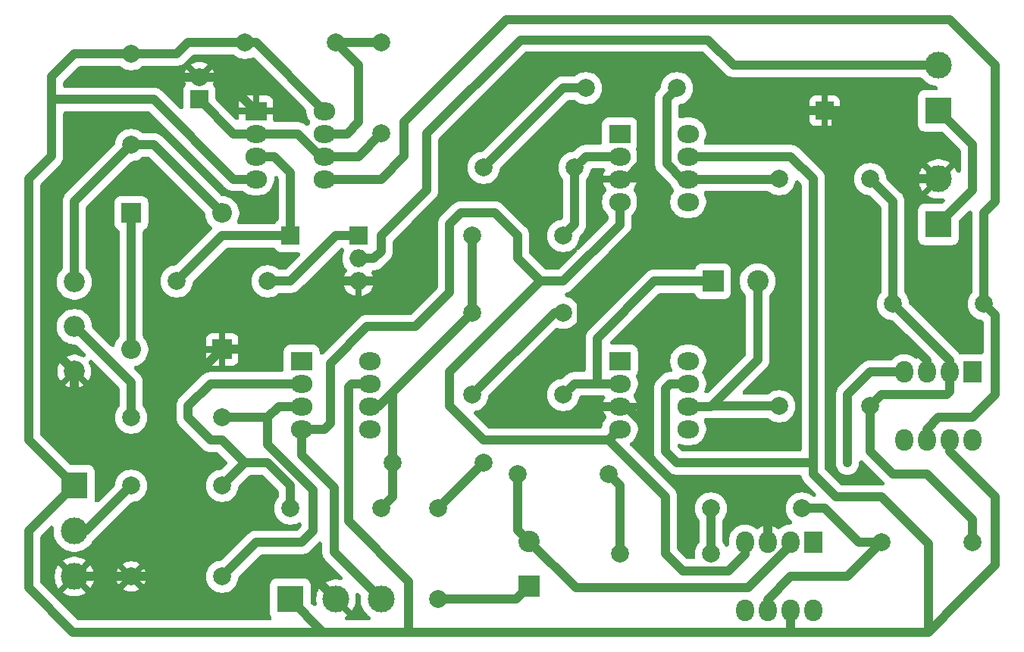
<source format=gbr>
%TF.GenerationSoftware,KiCad,Pcbnew,9.0.7*%
%TF.CreationDate,2026-02-02T16:44:15-03:00*%
%TF.ProjectId,Controlador PID,436f6e74-726f-46c6-9164-6f7220504944,rev?*%
%TF.SameCoordinates,Original*%
%TF.FileFunction,Copper,L2,Bot*%
%TF.FilePolarity,Positive*%
%FSLAX46Y46*%
G04 Gerber Fmt 4.6, Leading zero omitted, Abs format (unit mm)*
G04 Created by KiCad (PCBNEW 9.0.7) date 2026-02-02 16:44:15*
%MOMM*%
%LPD*%
G01*
G04 APERTURE LIST*
%TA.AperFunction,ComponentPad*%
%ADD10C,2.000000*%
%TD*%
%TA.AperFunction,ComponentPad*%
%ADD11R,3.000000X3.000000*%
%TD*%
%TA.AperFunction,ComponentPad*%
%ADD12C,3.000000*%
%TD*%
%TA.AperFunction,ComponentPad*%
%ADD13R,2.000000X2.400000*%
%TD*%
%TA.AperFunction,ComponentPad*%
%ADD14O,2.000000X2.400000*%
%TD*%
%TA.AperFunction,ComponentPad*%
%ADD15R,2.400000X2.000000*%
%TD*%
%TA.AperFunction,ComponentPad*%
%ADD16O,2.400000X2.000000*%
%TD*%
%TA.AperFunction,ComponentPad*%
%ADD17R,2.000000X2.000000*%
%TD*%
%TA.AperFunction,ComponentPad*%
%ADD18R,2.400000X2.400000*%
%TD*%
%TA.AperFunction,ComponentPad*%
%ADD19C,2.400000*%
%TD*%
%TA.AperFunction,ComponentPad*%
%ADD20C,2.340000*%
%TD*%
%TA.AperFunction,ComponentPad*%
%ADD21R,2.200000X2.200000*%
%TD*%
%TA.AperFunction,ComponentPad*%
%ADD22O,2.200000X2.200000*%
%TD*%
%TA.AperFunction,ComponentPad*%
%ADD23O,2.000000X2.000000*%
%TD*%
%TA.AperFunction,ViaPad*%
%ADD24C,1.000000*%
%TD*%
%TA.AperFunction,Conductor*%
%ADD25C,1.000000*%
%TD*%
G04 APERTURE END LIST*
D10*
%TO.P,Rd1,1*%
%TO.N,Net-(Rc1-Pad2)*%
X120650000Y-71120000D03*
%TO.P,Rd1,2*%
%TO.N,Net-(Rd1-Pad2)*%
X110490000Y-71120000D03*
%TD*%
D11*
%TO.P,J3,1,Pin_1*%
%TO.N,+24V*%
X161290000Y-77470000D03*
D12*
%TO.P,J3,2,Pin_2*%
%TO.N,GND*%
X161290000Y-72390000D03*
%TD*%
D13*
%TO.P,U5,1,VOS*%
%TO.N,unconnected-(U5-Pad1)*%
X165090000Y-93965000D03*
D14*
%TO.P,U5,2,-*%
%TO.N,Net-(RDD1-Pad2)*%
X162550000Y-93965000D03*
%TO.P,U5,3,+*%
%TO.N,GND*%
X160010000Y-93965000D03*
%TO.P,U5,4,V-*%
%TO.N,-12V*%
X157470000Y-93965000D03*
%TO.P,U5,5,NC*%
%TO.N,unconnected-(U5-Pad5)*%
X157470000Y-101585000D03*
%TO.P,U5,6*%
%TO.N,Vo*%
X160010000Y-101585000D03*
%TO.P,U5,7,V+*%
%TO.N,+12V*%
X162550000Y-101585000D03*
%TO.P,U5,8,VOS*%
%TO.N,unconnected-(U5-Pad8)*%
X165090000Y-101585000D03*
%TD*%
D10*
%TO.P,R21,1*%
%TO.N,Net-(PR1-Pad2)*%
X71120000Y-99060000D03*
%TO.P,R21,2*%
%TO.N,Net-(R21-Pad2)*%
X81280000Y-99060000D03*
%TD*%
%TO.P,RDD1,1*%
%TO.N,Net-(RDD1-Pad1)*%
X154940000Y-113030000D03*
%TO.P,RDD1,2*%
%TO.N,Net-(RDD1-Pad2)*%
X165100000Y-113030000D03*
%TD*%
D15*
%TO.P,U1,1,VOS*%
%TO.N,unconnected-(U1-Pad1)*%
X90155000Y-92720000D03*
D16*
%TO.P,U1,2,-*%
%TO.N,Net-(R11-Pad1)*%
X90155000Y-95260000D03*
%TO.P,U1,3,+*%
%TO.N,Net-(R21-Pad2)*%
X90155000Y-97800000D03*
%TO.P,U1,4,V-*%
%TO.N,-12V*%
X90155000Y-100340000D03*
%TO.P,U1,5,NC*%
%TO.N,unconnected-(U1-Pad5)*%
X97775000Y-100340000D03*
%TO.P,U1,6*%
%TO.N,Vi*%
X97775000Y-97800000D03*
%TO.P,U1,7,V+*%
%TO.N,+12V*%
X97775000Y-95260000D03*
%TO.P,U1,8,VOS*%
%TO.N,unconnected-(U1-Pad8)*%
X97775000Y-92720000D03*
%TD*%
D10*
%TO.P,R11,1*%
%TO.N,Net-(R11-Pad1)*%
X81280000Y-106680000D03*
%TO.P,R11,2*%
%TO.N,Net-(J2-Pad2)*%
X71120000Y-106680000D03*
%TD*%
D15*
%TO.P,U3,1,VOS*%
%TO.N,unconnected-(U3-Pad1)*%
X125715000Y-92720000D03*
D16*
%TO.P,U3,2,-*%
%TO.N,Net-(Cc1-Pad1)*%
X125715000Y-95260000D03*
%TO.P,U3,3,+*%
%TO.N,GND*%
X125715000Y-97800000D03*
%TO.P,U3,4,V-*%
%TO.N,-12V*%
X125715000Y-100340000D03*
%TO.P,U3,5,NC*%
%TO.N,unconnected-(U3-Pad5)*%
X133335000Y-100340000D03*
%TO.P,U3,6*%
%TO.N,Net-(Cc1-Pad2)*%
X133335000Y-97800000D03*
%TO.P,U3,7,V+*%
%TO.N,+12V*%
X133335000Y-95260000D03*
%TO.P,U3,8,VOS*%
%TO.N,unconnected-(U3-Pad8)*%
X133335000Y-92720000D03*
%TD*%
D11*
%TO.P,J4,1,Pin_1*%
%TO.N,+24V*%
X161290000Y-64770000D03*
D12*
%TO.P,J4,2,Pin_2*%
%TO.N,Net-(J4-Pad2)*%
X161290000Y-59690000D03*
%TD*%
D15*
%TO.P,U2,1,VOS*%
%TO.N,unconnected-(U2-Pad1)*%
X125715000Y-67320000D03*
D16*
%TO.P,U2,2,-*%
%TO.N,Net-(Rc1-Pad2)*%
X125715000Y-69860000D03*
%TO.P,U2,3,+*%
%TO.N,GND*%
X125715000Y-72400000D03*
%TO.P,U2,4,V-*%
%TO.N,-12V*%
X125715000Y-74940000D03*
%TO.P,U2,5,NC*%
%TO.N,unconnected-(U2-Pad5)*%
X133335000Y-74940000D03*
%TO.P,U2,6*%
%TO.N,Net-(RP1-Pad1)*%
X133335000Y-72400000D03*
%TO.P,U2,7,V+*%
%TO.N,+12V*%
X133335000Y-69860000D03*
%TO.P,U2,8,VOS*%
%TO.N,unconnected-(U2-Pad8)*%
X133335000Y-67320000D03*
%TD*%
D17*
%TO.P,TP2,1,1*%
%TO.N,GND*%
X148590000Y-64770000D03*
%TD*%
D18*
%TO.P,Cc1,1*%
%TO.N,Net-(Cc1-Pad1)*%
X136106041Y-83820000D03*
D19*
%TO.P,Cc1,2*%
%TO.N,Net-(Cc1-Pad2)*%
X141106041Y-83820000D03*
%TD*%
D10*
%TO.P,RGG1,1*%
%TO.N,VoPPM*%
X76200000Y-83820000D03*
%TO.P,RGG1,2*%
%TO.N,Net-(Q1-Pad1)*%
X86360000Y-83820000D03*
%TD*%
%TO.P,R22,1*%
%TO.N,GND*%
X71120000Y-116840000D03*
%TO.P,R22,2*%
%TO.N,Net-(R21-Pad2)*%
X81280000Y-116840000D03*
%TD*%
%TO.P,RS1,1*%
%TO.N,Net-(RDD1-Pad2)*%
X156210000Y-86360000D03*
%TO.P,RS1,2*%
%TO.N,Vo*%
X166370000Y-86360000D03*
%TD*%
%TO.P,Rf1,1*%
%TO.N,Vi*%
X109220000Y-87320000D03*
%TO.P,Rf1,2*%
%TO.N,Net-(Rf1-Pad2)*%
X119380000Y-87320000D03*
%TD*%
D20*
%TO.P,PR1,1,1*%
%TO.N,Net-(D1-Pad2)*%
X64770000Y-83900000D03*
%TO.P,PR1,2,2*%
%TO.N,Net-(PR1-Pad2)*%
X64770000Y-88900000D03*
%TO.P,PR1,3,3*%
%TO.N,GND*%
X64770000Y-93900000D03*
%TD*%
D10*
%TO.P,Rh3,1*%
%TO.N,Net-(Rh2-Pad2)*%
X135890000Y-109220000D03*
%TO.P,Rh3,2*%
%TO.N,Net-(RDD1-Pad1)*%
X146050000Y-109220000D03*
%TD*%
%TO.P,R12,1*%
%TO.N,Net-(R11-Pad1)*%
X88900000Y-109220000D03*
%TO.P,R12,2*%
%TO.N,Vi*%
X99060000Y-109220000D03*
%TD*%
D13*
%TO.P,U4,1,VOS*%
%TO.N,unconnected-(U4-Pad1)*%
X147310000Y-113015000D03*
D14*
%TO.P,U4,2,-*%
%TO.N,Net-(Cd1-Pad2)*%
X144770000Y-113015000D03*
%TO.P,U4,3,+*%
%TO.N,GND*%
X142230000Y-113015000D03*
%TO.P,U4,4,V-*%
%TO.N,-12V*%
X139690000Y-113015000D03*
%TO.P,U4,5,NC*%
%TO.N,unconnected-(U4-Pad5)*%
X139690000Y-120635000D03*
%TO.P,U4,6*%
%TO.N,Net-(RDD1-Pad1)*%
X142230000Y-120635000D03*
%TO.P,U4,7,V+*%
%TO.N,+12V*%
X144770000Y-120635000D03*
%TO.P,U4,8,VOS*%
%TO.N,unconnected-(U4-Pad8)*%
X147310000Y-120635000D03*
%TD*%
D10*
%TO.P,Rh1,1*%
%TO.N,Net-(Cd1-Pad2)*%
X114300000Y-105410000D03*
%TO.P,Rh1,2*%
%TO.N,Net-(Rh1-Pad2)*%
X124460000Y-105410000D03*
%TD*%
D15*
%TO.P,U6,1,GND*%
%TO.N,GND*%
X85075000Y-64780000D03*
D16*
%TO.P,U6,2,TR*%
%TO.N,Net-(C1-Pad1)*%
X85075000Y-67320000D03*
%TO.P,U6,3,Q*%
%TO.N,VoPPM*%
X85075000Y-69860000D03*
%TO.P,U6,4,R*%
%TO.N,+12V*%
X85075000Y-72400000D03*
%TO.P,U6,5,CV*%
%TO.N,Vo*%
X92695000Y-72400000D03*
%TO.P,U6,6,THR*%
%TO.N,Net-(C1-Pad1)*%
X92695000Y-69860000D03*
%TO.P,U6,7,DIS*%
%TO.N,Net-(RA1-Pad2)*%
X92695000Y-67320000D03*
%TO.P,U6,8,VCC*%
%TO.N,+12V*%
X92695000Y-64780000D03*
%TD*%
D17*
%TO.P,C1,1*%
%TO.N,Net-(C1-Pad1)*%
X78740000Y-63500000D03*
D10*
%TO.P,C1,2*%
%TO.N,GND*%
X78740000Y-61000000D03*
%TD*%
%TO.P,R1,1*%
%TO.N,Net-(D1-Pad2)*%
X71120000Y-68580000D03*
%TO.P,R1,2*%
%TO.N,+12V*%
X71120000Y-58420000D03*
%TD*%
%TO.P,Rh2,1*%
%TO.N,Net-(Rh1-Pad2)*%
X125730000Y-114300000D03*
%TO.P,Rh2,2*%
%TO.N,Net-(Rh2-Pad2)*%
X135890000Y-114300000D03*
%TD*%
%TO.P,Rc1,1*%
%TO.N,Vi*%
X109220000Y-78740000D03*
%TO.P,Rc1,2*%
%TO.N,Net-(Rc1-Pad2)*%
X119380000Y-78740000D03*
%TD*%
%TO.P,RI1,1*%
%TO.N,Net-(Cc1-Pad2)*%
X143510000Y-97790000D03*
%TO.P,RI1,2*%
%TO.N,Net-(RDD1-Pad2)*%
X153670000Y-97790000D03*
%TD*%
D21*
%TO.P,D1,1,K*%
%TO.N,Net-(D1-Pad1)*%
X71120000Y-76200000D03*
D22*
%TO.P,D1,2,A*%
%TO.N,Net-(D1-Pad2)*%
X81280000Y-76200000D03*
%TD*%
D10*
%TO.P,RB1,1*%
%TO.N,Net-(RA1-Pad2)*%
X99060000Y-57150000D03*
%TO.P,RB1,2*%
%TO.N,Net-(C1-Pad1)*%
X99060000Y-67310000D03*
%TD*%
D11*
%TO.P,J2,1,Pin_1*%
%TO.N,+12V*%
X64770000Y-106680000D03*
D12*
%TO.P,J2,2,Pin_2*%
%TO.N,Net-(J2-Pad2)*%
X64770000Y-111760000D03*
%TO.P,J2,3,Pin_3*%
%TO.N,GND*%
X64770000Y-116840000D03*
%TD*%
D17*
%TO.P,Q1,1,G*%
%TO.N,Net-(Q1-Pad1)*%
X96520000Y-78740000D03*
D23*
%TO.P,Q1,2,D*%
%TO.N,Net-(J4-Pad2)*%
X96520000Y-81280000D03*
%TO.P,Q1,3,S*%
%TO.N,GND*%
X96520000Y-83820000D03*
%TD*%
D21*
%TO.P,D2,1,K*%
%TO.N,GND*%
X81280000Y-91440000D03*
D22*
%TO.P,D2,2,A*%
%TO.N,Net-(D1-Pad1)*%
X71120000Y-91440000D03*
%TD*%
D17*
%TO.P,TP1,1,1*%
%TO.N,VoPPM*%
X88900000Y-78740000D03*
%TD*%
D10*
%TO.P,Rg2,1*%
%TO.N,Net-(Rg1-Pad2)*%
X105410000Y-109220000D03*
%TO.P,Rg2,2*%
%TO.N,Net-(Cd1-Pad1)*%
X105410000Y-119380000D03*
%TD*%
%TO.P,Rd2,1*%
%TO.N,Net-(Rd1-Pad2)*%
X121920000Y-62230000D03*
%TO.P,Rd2,2*%
%TO.N,Net-(RP1-Pad1)*%
X132080000Y-62230000D03*
%TD*%
%TO.P,RA1,1*%
%TO.N,+12V*%
X83820000Y-57150000D03*
%TO.P,RA1,2*%
%TO.N,Net-(RA1-Pad2)*%
X93980000Y-57150000D03*
%TD*%
D11*
%TO.P,J1,1,Pin_1*%
%TO.N,+12V*%
X88900000Y-119380000D03*
D12*
%TO.P,J1,2,Pin_2*%
%TO.N,GND*%
X93980000Y-119380000D03*
%TO.P,J1,3,Pin_3*%
%TO.N,-12V*%
X99060000Y-119380000D03*
%TD*%
D18*
%TO.P,Cd1,1*%
%TO.N,Net-(Cd1-Pad1)*%
X115570000Y-117893959D03*
D19*
%TO.P,Cd1,2*%
%TO.N,Net-(Cd1-Pad2)*%
X115570000Y-112893959D03*
%TD*%
D10*
%TO.P,Rg1,1*%
%TO.N,Vi*%
X100330000Y-104140000D03*
%TO.P,Rg1,2*%
%TO.N,Net-(Rg1-Pad2)*%
X110490000Y-104140000D03*
%TD*%
%TO.P,Rf2,1*%
%TO.N,Net-(Rf1-Pad2)*%
X109220000Y-96520000D03*
%TO.P,Rf2,2*%
%TO.N,Net-(Cc1-Pad1)*%
X119380000Y-96520000D03*
%TD*%
%TO.P,RP1,1*%
%TO.N,Net-(RP1-Pad1)*%
X143510000Y-72390000D03*
%TO.P,RP1,2*%
%TO.N,Net-(RDD1-Pad2)*%
X153670000Y-72390000D03*
%TD*%
D24*
%TO.N,GND*%
X66040000Y-60960000D03*
X66040000Y-66040000D03*
%TO.N,-12V*%
X151130000Y-104140000D03*
X130810000Y-110490000D03*
%TD*%
D25*
%TO.N,Net-(C1-Pad1)*%
X82560000Y-67320000D02*
X85075000Y-67320000D01*
X89699918Y-67320000D02*
X85075000Y-67320000D01*
X92239918Y-69860000D02*
X89699918Y-67320000D01*
X78740000Y-63500000D02*
X82560000Y-67320000D01*
X92695000Y-69860000D02*
X96510000Y-69860000D01*
X96510000Y-69860000D02*
X99060000Y-67310000D01*
%TO.N,GND*%
X93980000Y-83820000D02*
X96520000Y-83820000D01*
X151130000Y-64770000D02*
X148590000Y-64770000D01*
X157480000Y-90170000D02*
X154940000Y-90170000D01*
X126403427Y-72400000D02*
X128115000Y-70688427D01*
X69850000Y-102870000D02*
X64770000Y-97790000D01*
X130521572Y-59690000D02*
X134620000Y-59690000D01*
X102870000Y-81280000D02*
X100330000Y-83820000D01*
X128270000Y-102870000D02*
X128270000Y-99666574D01*
X100330000Y-83820000D02*
X96520000Y-83820000D01*
X142230000Y-110480000D02*
X138430000Y-106680000D01*
X121382053Y-89437947D02*
X121382053Y-84357947D01*
X73660000Y-102870000D02*
X73660000Y-99060000D01*
X149860000Y-85090000D02*
X149860000Y-64770000D01*
X115570000Y-59690000D02*
X106680000Y-68580000D01*
X138430000Y-106680000D02*
X132080000Y-106680000D01*
X116840000Y-93980000D02*
X121382053Y-89437947D01*
X128115000Y-70688427D02*
X128115000Y-62075000D01*
X106680000Y-68580000D02*
X106680000Y-73660000D01*
X121920000Y-99060000D02*
X116840000Y-99060000D01*
X128270000Y-99666574D02*
X126403427Y-97800000D01*
X125715000Y-97800000D02*
X123180000Y-97800000D01*
X128115000Y-62075000D02*
X125730000Y-59690000D01*
X160010000Y-93965000D02*
X160010000Y-92700000D01*
X76360000Y-119540000D02*
X83340000Y-119540000D01*
X64770000Y-116840000D02*
X71120000Y-116840000D01*
X83340000Y-119540000D02*
X87310000Y-115570000D01*
X73660000Y-99060000D02*
X81280000Y-91440000D01*
X73660000Y-102870000D02*
X69850000Y-102870000D01*
X87310000Y-115570000D02*
X90170000Y-115570000D01*
X116840000Y-99060000D02*
X116840000Y-93980000D01*
X139700000Y-64770000D02*
X148590000Y-64770000D01*
X73660000Y-116840000D02*
X71120000Y-116840000D01*
X72390000Y-60960000D02*
X72430000Y-61000000D01*
X90170000Y-115570000D02*
X93980000Y-119380000D01*
X160010000Y-92700000D02*
X157480000Y-90170000D01*
X154940000Y-90170000D02*
X149860000Y-85090000D01*
X121382053Y-84357947D02*
X128115000Y-77625000D01*
X142230000Y-113015000D02*
X142230000Y-110480000D01*
X125730000Y-59690000D02*
X115570000Y-59690000D01*
X66040000Y-66040000D02*
X66040000Y-69850000D01*
X73660000Y-102870000D02*
X73660000Y-116840000D01*
X132080000Y-106680000D02*
X128270000Y-102870000D01*
X102870000Y-77470000D02*
X102870000Y-81280000D01*
X151130000Y-64770000D02*
X158750000Y-72390000D01*
X78740000Y-61000000D02*
X81295000Y-61000000D01*
X106680000Y-73660000D02*
X102870000Y-77470000D01*
X72390000Y-60960000D02*
X66040000Y-60960000D01*
X128136572Y-62075000D02*
X130521572Y-59690000D01*
X134620000Y-59690000D02*
X139700000Y-64770000D01*
X81295000Y-61000000D02*
X85075000Y-64780000D01*
X158750000Y-72390000D02*
X161290000Y-72390000D01*
X128115000Y-77625000D02*
X128115000Y-70688427D01*
X64770000Y-97790000D02*
X64770000Y-93820000D01*
X62230000Y-91280000D02*
X64770000Y-93820000D01*
X62230000Y-73660000D02*
X62230000Y-91280000D01*
X73660000Y-116840000D02*
X76360000Y-119540000D01*
X81280000Y-91440000D02*
X86360000Y-91440000D01*
X66040000Y-69850000D02*
X62230000Y-73660000D01*
X86360000Y-91440000D02*
X93980000Y-83820000D01*
X123180000Y-97800000D02*
X121920000Y-99060000D01*
X72430000Y-61000000D02*
X78740000Y-61000000D01*
%TO.N,Net-(Cc1-Pad1)*%
X123180000Y-90180000D02*
X129540000Y-83820000D01*
X123180000Y-95260000D02*
X123180000Y-90180000D01*
X129540000Y-83820000D02*
X136106041Y-83820000D01*
X119380000Y-96520000D02*
X120640000Y-95260000D01*
X120640000Y-95260000D02*
X123180000Y-95260000D01*
X123180000Y-95260000D02*
X125715000Y-95260000D01*
%TO.N,Net-(Cc1-Pad2)*%
X135900000Y-97800000D02*
X135335000Y-97800000D01*
X141106041Y-83820000D02*
X141106041Y-92593959D01*
X135910000Y-97790000D02*
X135900000Y-97800000D01*
X143510000Y-97790000D02*
X135910000Y-97790000D01*
X141106041Y-92593959D02*
X135900000Y-97800000D01*
X133335000Y-97800000D02*
X135335000Y-97800000D01*
%TO.N,Net-(Cd1-Pad1)*%
X114083959Y-119380000D02*
X115570000Y-117893959D01*
X105410000Y-119380000D02*
X114083959Y-119380000D01*
%TO.N,Net-(Cd1-Pad2)*%
X144770000Y-113362006D02*
X140022006Y-118110000D01*
X114300000Y-111623959D02*
X114300000Y-105410000D01*
X115570000Y-112893959D02*
X114300000Y-111623959D01*
X140022006Y-118110000D02*
X120786041Y-118110000D01*
X120786041Y-118110000D02*
X115570000Y-112893959D01*
X144770000Y-113015000D02*
X144770000Y-113362006D01*
%TO.N,Net-(D1-Pad1)*%
X71120000Y-76200000D02*
X71120000Y-91440000D01*
%TO.N,Net-(D1-Pad2)*%
X73660000Y-68580000D02*
X81280000Y-76200000D01*
X71120000Y-68580000D02*
X64770000Y-74930000D01*
X71120000Y-68580000D02*
X73660000Y-68580000D01*
X64770000Y-74930000D02*
X64770000Y-83820000D01*
%TO.N,+12V*%
X144935000Y-123035000D02*
X157325000Y-123035000D01*
X144770000Y-120635000D02*
X144770000Y-122870000D01*
X154940000Y-107950000D02*
X160175000Y-113185000D01*
X59690000Y-72390000D02*
X59690000Y-101600000D01*
X167640000Y-107950000D02*
X167640000Y-115570000D01*
X92695000Y-64780000D02*
X85065000Y-57150000D01*
X131335000Y-95260000D02*
X130810000Y-95785000D01*
X102131759Y-122658241D02*
X102131759Y-117371759D01*
X76200000Y-58420000D02*
X71120000Y-58420000D01*
X162550000Y-102860000D02*
X167640000Y-107950000D01*
X147320000Y-104140000D02*
X147320000Y-105410000D01*
X59690000Y-111760000D02*
X59690000Y-118110000D01*
X160175000Y-123035000D02*
X163830000Y-119380000D01*
X149860000Y-107950000D02*
X154940000Y-107950000D01*
X160175000Y-113185000D02*
X160175000Y-123035000D01*
X167640000Y-115570000D02*
X163830000Y-119380000D01*
X92555000Y-123035000D02*
X101755000Y-123035000D01*
X64770000Y-106680000D02*
X59690000Y-111760000D01*
X130810000Y-95785000D02*
X130810000Y-102870000D01*
X83820000Y-57150000D02*
X77470000Y-57150000D01*
X82560000Y-72400000D02*
X85075000Y-72400000D01*
X144770000Y-122870000D02*
X144935000Y-123035000D01*
X147320000Y-72390000D02*
X147320000Y-104140000D01*
X62230000Y-60960000D02*
X62230000Y-63500000D01*
X101755000Y-123035000D02*
X102131759Y-122658241D01*
X102131759Y-117371759D02*
X95375000Y-110615000D01*
X101755000Y-123035000D02*
X105255000Y-123035000D01*
X88900000Y-119380000D02*
X92555000Y-123035000D01*
X141125000Y-123035000D02*
X144935000Y-123035000D01*
X73660000Y-63500000D02*
X82560000Y-72400000D01*
X64770000Y-58420000D02*
X62230000Y-60960000D01*
X71120000Y-58420000D02*
X64770000Y-58420000D01*
X133335000Y-95260000D02*
X131335000Y-95260000D01*
X130965000Y-123035000D02*
X141125000Y-123035000D01*
X73660000Y-63500000D02*
X62230000Y-63500000D01*
X95375000Y-95660000D02*
X95775000Y-95260000D01*
X59690000Y-101600000D02*
X64770000Y-106680000D01*
X133335000Y-69860000D02*
X144790000Y-69860000D01*
X147320000Y-105410000D02*
X149860000Y-107950000D01*
X130810000Y-102870000D02*
X132080000Y-104140000D01*
X62230000Y-63500000D02*
X62230000Y-69850000D01*
X85065000Y-57150000D02*
X83820000Y-57150000D01*
X157325000Y-123035000D02*
X160175000Y-123035000D01*
X64615000Y-123035000D02*
X92555000Y-123035000D01*
X132080000Y-104140000D02*
X147320000Y-104140000D01*
X95775000Y-95260000D02*
X97775000Y-95260000D01*
X162550000Y-101585000D02*
X162550000Y-102860000D01*
X95375000Y-110615000D02*
X95375000Y-95660000D01*
X62230000Y-69850000D02*
X59690000Y-72390000D01*
X144790000Y-69860000D02*
X147320000Y-72390000D01*
X77470000Y-57150000D02*
X76200000Y-58420000D01*
X59690000Y-118110000D02*
X64615000Y-123035000D01*
X105255000Y-123035000D02*
X130965000Y-123035000D01*
%TO.N,Net-(J2-Pad2)*%
X64770000Y-111760000D02*
X66040000Y-111760000D01*
X66040000Y-111760000D02*
X71120000Y-106680000D01*
%TO.N,+24V*%
X165100000Y-73660000D02*
X161290000Y-77470000D01*
X165100000Y-68580000D02*
X165100000Y-73660000D01*
X161290000Y-64770000D02*
X165100000Y-68580000D01*
%TO.N,-12V*%
X111760000Y-76200000D02*
X107950000Y-76200000D01*
X139690000Y-114310000D02*
X137800000Y-116200000D01*
X151130000Y-104140000D02*
X151130000Y-96520000D01*
X90155000Y-103265000D02*
X93775000Y-106885000D01*
X119380000Y-83820000D02*
X116840000Y-83820000D01*
X130810000Y-107950000D02*
X124460000Y-101600000D01*
X93775000Y-114095000D02*
X99060000Y-119380000D01*
X124460000Y-101600000D02*
X110490000Y-101600000D01*
X93775000Y-106885000D02*
X93775000Y-114095000D01*
X153685000Y-93965000D02*
X157470000Y-93965000D01*
X132710000Y-116200000D02*
X130810000Y-114300000D01*
X125715000Y-77485000D02*
X119380000Y-83820000D01*
X102870000Y-88900000D02*
X97479637Y-88900000D01*
X90155000Y-100340000D02*
X90155000Y-103265000D01*
X114300000Y-81280000D02*
X114300000Y-78740000D01*
X106680000Y-97790000D02*
X106680000Y-93980000D01*
X107950000Y-76200000D02*
X106680000Y-77470000D01*
X130810000Y-110490000D02*
X130810000Y-107950000D01*
X93345000Y-93034636D02*
X93345000Y-99695000D01*
X125715000Y-74940000D02*
X125715000Y-77485000D01*
X116840000Y-83820000D02*
X114300000Y-81280000D01*
X110490000Y-101600000D02*
X106680000Y-97790000D01*
X106680000Y-77470000D02*
X106680000Y-85090000D01*
X93345000Y-99695000D02*
X92700000Y-100340000D01*
X106680000Y-93980000D02*
X116840000Y-83820000D01*
X137800000Y-116200000D02*
X132710000Y-116200000D01*
X114300000Y-78740000D02*
X111760000Y-76200000D01*
X124455000Y-101600000D02*
X125715000Y-100340000D01*
X139690000Y-113015000D02*
X139690000Y-114310000D01*
X130810000Y-114300000D02*
X130810000Y-110490000D01*
X97479637Y-88900000D02*
X93345000Y-93034636D01*
X151130000Y-96520000D02*
X153685000Y-93965000D01*
X92700000Y-100340000D02*
X90155000Y-100340000D01*
X106680000Y-85090000D02*
X102870000Y-88900000D01*
%TO.N,Net-(PR1-Pad2)*%
X64770000Y-88820000D02*
X71120000Y-95170000D01*
X71120000Y-95170000D02*
X71120000Y-99060000D01*
%TO.N,VoPPM*%
X87075000Y-69860000D02*
X88900000Y-71685000D01*
X76200000Y-83820000D02*
X81280000Y-78740000D01*
X85075000Y-69860000D02*
X87075000Y-69860000D01*
X81280000Y-78740000D02*
X88900000Y-78740000D01*
X88900000Y-71685000D02*
X88900000Y-78740000D01*
%TO.N,Net-(J4-Pad2)*%
X96520000Y-81280000D02*
X98225000Y-81280000D01*
X138430000Y-59690000D02*
X161290000Y-59690000D01*
X135560000Y-56820000D02*
X138430000Y-59690000D01*
X99060000Y-78740000D02*
X104140000Y-73660000D01*
X98225000Y-81280000D02*
X99060000Y-80445000D01*
X114630000Y-56820000D02*
X104140000Y-67310000D01*
X104140000Y-73660000D02*
X104140000Y-71120000D01*
X99060000Y-80445000D02*
X99060000Y-78740000D01*
X104140000Y-67310000D02*
X104140000Y-71662500D01*
X135560000Y-56820000D02*
X114630000Y-56820000D01*
%TO.N,Vi*%
X98740000Y-97800000D02*
X100175000Y-96365000D01*
X100330000Y-107950000D02*
X99060000Y-109220000D01*
X100175000Y-96365000D02*
X109220000Y-87320000D01*
X100330000Y-104140000D02*
X100330000Y-107950000D01*
X100330000Y-104140000D02*
X100330000Y-96520000D01*
X109220000Y-87320000D02*
X109220000Y-78740000D01*
X100330000Y-96520000D02*
X100175000Y-96365000D01*
%TO.N,Net-(R11-Pad1)*%
X77470000Y-99060000D02*
X77470000Y-97790000D01*
X86360000Y-104140000D02*
X88900000Y-106680000D01*
X80010000Y-101600000D02*
X77470000Y-99060000D01*
X80000000Y-95260000D02*
X90155000Y-95260000D01*
X77470000Y-97790000D02*
X80000000Y-95260000D01*
X83820000Y-104140000D02*
X86360000Y-104140000D01*
X83820000Y-104140000D02*
X81280000Y-101600000D01*
X81280000Y-101600000D02*
X80010000Y-101600000D01*
X88900000Y-106680000D02*
X88900000Y-109220000D01*
X81280000Y-106680000D02*
X83820000Y-104140000D01*
%TO.N,Net-(RA1-Pad2)*%
X96520000Y-59690000D02*
X93980000Y-57150000D01*
X92695000Y-67320000D02*
X95240000Y-67320000D01*
X93980000Y-57150000D02*
X99060000Y-57150000D01*
X96520000Y-66040000D02*
X96520000Y-59690000D01*
X95240000Y-67320000D02*
X96520000Y-66040000D01*
%TO.N,Net-(Rc1-Pad2)*%
X120650000Y-71120000D02*
X120650000Y-77470000D01*
X120650000Y-77470000D02*
X119380000Y-78740000D01*
X125715000Y-69860000D02*
X121910000Y-69860000D01*
X121910000Y-69860000D02*
X120650000Y-71120000D01*
%TO.N,Net-(Rd1-Pad2)*%
X119380000Y-62230000D02*
X121920000Y-62230000D01*
X110490000Y-71120000D02*
X119380000Y-62230000D01*
%TO.N,Net-(RP1-Pad1)*%
X130935000Y-63375000D02*
X130935000Y-70688427D01*
X132080000Y-62230000D02*
X130935000Y-63375000D01*
X133335000Y-72400000D02*
X143500000Y-72400000D01*
X132646573Y-72400000D02*
X130935000Y-70688427D01*
X143500000Y-72400000D02*
X143510000Y-72390000D01*
%TO.N,Net-(RDD1-Pad1)*%
X142230000Y-119390000D02*
X144780000Y-116840000D01*
X151130000Y-116840000D02*
X154940000Y-113030000D01*
X146050000Y-109220000D02*
X148590000Y-109220000D01*
X152400000Y-113030000D02*
X154940000Y-113030000D01*
X144780000Y-116840000D02*
X151130000Y-116840000D01*
X148590000Y-109220000D02*
X152400000Y-113030000D01*
X142230000Y-120635000D02*
X142230000Y-119390000D01*
%TO.N,Net-(RDD1-Pad2)*%
X162550000Y-93965000D02*
X162550000Y-96165000D01*
X156210000Y-74930000D02*
X156210000Y-86360000D01*
X162550000Y-93965000D02*
X162550000Y-92700000D01*
X153670000Y-102870000D02*
X153670000Y-97790000D01*
X165100000Y-110490000D02*
X165100000Y-113030000D01*
X160020000Y-105410000D02*
X165100000Y-110490000D01*
X162550000Y-92700000D02*
X156210000Y-86360000D01*
X153670000Y-72390000D02*
X156210000Y-74930000D01*
X154940000Y-96520000D02*
X162195000Y-96520000D01*
X162550000Y-96165000D02*
X162195000Y-96520000D01*
X156210000Y-105410000D02*
X153670000Y-102870000D01*
X160020000Y-105410000D02*
X156210000Y-105410000D01*
X153670000Y-97790000D02*
X154940000Y-96520000D01*
%TO.N,Net-(Rf1-Pad2)*%
X109220000Y-96520000D02*
X118420000Y-87320000D01*
X118420000Y-87320000D02*
X119380000Y-87320000D01*
%TO.N,Net-(R21-Pad2)*%
X85090000Y-113030000D02*
X90170000Y-113030000D01*
X90155000Y-97800000D02*
X87620000Y-97800000D01*
X91440000Y-107190604D02*
X86360000Y-102110604D01*
X81280000Y-99060000D02*
X86360000Y-99060000D01*
X86360000Y-102110604D02*
X86360000Y-99060000D01*
X90170000Y-113030000D02*
X91440000Y-111760000D01*
X81280000Y-116840000D02*
X85090000Y-113030000D01*
X91440000Y-111760000D02*
X91440000Y-107190604D01*
X87620000Y-97800000D02*
X86360000Y-99060000D01*
%TO.N,Net-(Rg1-Pad2)*%
X110490000Y-104140000D02*
X105410000Y-109220000D01*
%TO.N,Vo*%
X113030000Y-54610000D02*
X101600000Y-66040000D01*
X160010000Y-100340000D02*
X161290000Y-99060000D01*
X161290000Y-99060000D02*
X165100000Y-99060000D01*
X167640000Y-96520000D02*
X167640000Y-87630000D01*
X167640000Y-59690000D02*
X162560000Y-54610000D01*
X101600000Y-66040000D02*
X101600000Y-69850000D01*
X167640000Y-74930000D02*
X167640000Y-59690000D01*
X166370000Y-76200000D02*
X167640000Y-74930000D01*
X160010000Y-101585000D02*
X160010000Y-100340000D01*
X167640000Y-87630000D02*
X166370000Y-86360000D01*
X99050000Y-72400000D02*
X101600000Y-69850000D01*
X92695000Y-72400000D02*
X99050000Y-72400000D01*
X165100000Y-99060000D02*
X167640000Y-96520000D01*
X166370000Y-86360000D02*
X166370000Y-76200000D01*
X162560000Y-54610000D02*
X113030000Y-54610000D01*
%TO.N,Net-(Q1-Pad1)*%
X93980000Y-78740000D02*
X96520000Y-78740000D01*
X86360000Y-83820000D02*
X88900000Y-83820000D01*
X88900000Y-83820000D02*
X93980000Y-78740000D01*
%TO.N,Net-(Rh1-Pad2)*%
X125730000Y-114300000D02*
X125730000Y-106680000D01*
X125730000Y-106680000D02*
X124460000Y-105410000D01*
%TO.N,Net-(Rh2-Pad2)*%
X135890000Y-109220000D02*
X135890000Y-114300000D01*
%TD*%
%TA.AperFunction,Conductor*%
%TO.N,GND*%
G36*
X135013463Y-58139454D02*
G01*
X135094245Y-58193430D01*
X137582781Y-60681966D01*
X137582784Y-60681968D01*
X137582785Y-60681969D01*
X137582787Y-60681971D01*
X137682470Y-60754394D01*
X137748389Y-60802287D01*
X137839585Y-60848753D01*
X137930781Y-60895220D01*
X138028123Y-60926848D01*
X138037439Y-60929875D01*
X138125468Y-60958478D01*
X138327638Y-60990499D01*
X138327645Y-60990499D01*
X138327648Y-60990500D01*
X138532352Y-60990500D01*
X159265399Y-60990500D01*
X159360687Y-61009454D01*
X159441469Y-61063430D01*
X159462936Y-61087909D01*
X159556676Y-61210073D01*
X159556683Y-61210082D01*
X159769916Y-61423315D01*
X159769926Y-61423324D01*
X159781169Y-61431951D01*
X160009168Y-61606900D01*
X160009177Y-61606905D01*
X160270326Y-61757680D01*
X160270329Y-61757681D01*
X160270332Y-61757683D01*
X160548942Y-61873087D01*
X160840232Y-61951138D01*
X160997328Y-61971820D01*
X161011076Y-61973630D01*
X161103075Y-62004860D01*
X161176120Y-62068918D01*
X161219091Y-62156054D01*
X161225445Y-62253001D01*
X161194215Y-62345000D01*
X161130157Y-62418045D01*
X161043021Y-62461016D01*
X160978575Y-62469500D01*
X159745031Y-62469500D01*
X159610754Y-62484630D01*
X159610746Y-62484631D01*
X159610745Y-62484632D01*
X159440478Y-62544211D01*
X159440476Y-62544211D01*
X159440476Y-62544212D01*
X159440470Y-62544214D01*
X159287742Y-62640180D01*
X159160180Y-62767742D01*
X159064214Y-62920470D01*
X159064211Y-62920476D01*
X159064211Y-62920478D01*
X159006150Y-63086409D01*
X159004632Y-63090746D01*
X159004630Y-63090754D01*
X158989500Y-63225031D01*
X158989500Y-66314968D01*
X159004630Y-66449245D01*
X159004631Y-66449251D01*
X159004632Y-66449255D01*
X159064211Y-66619522D01*
X159064212Y-66619523D01*
X159064214Y-66619529D01*
X159160180Y-66772257D01*
X159160182Y-66772259D01*
X159160184Y-66772262D01*
X159287738Y-66899816D01*
X159287740Y-66899817D01*
X159287742Y-66899819D01*
X159440470Y-66995785D01*
X159440473Y-66995786D01*
X159440478Y-66995789D01*
X159610745Y-67055368D01*
X159610754Y-67055369D01*
X159745031Y-67070499D01*
X159745046Y-67070500D01*
X161648175Y-67070500D01*
X161743463Y-67089454D01*
X161824245Y-67143430D01*
X163726570Y-69045754D01*
X163780546Y-69126536D01*
X163799500Y-69221824D01*
X163799500Y-71447785D01*
X163780546Y-71543073D01*
X163726570Y-71623855D01*
X163645788Y-71677831D01*
X163550500Y-71696785D01*
X163455212Y-71677831D01*
X163374430Y-71623855D01*
X163320454Y-71543073D01*
X163267356Y-71414884D01*
X163267354Y-71414880D01*
X163123160Y-71165127D01*
X163123157Y-71165122D01*
X163073962Y-71101011D01*
X162016652Y-72158320D01*
X161963503Y-72030005D01*
X161880330Y-71905528D01*
X161774472Y-71799670D01*
X161649995Y-71716497D01*
X161521676Y-71663345D01*
X162578987Y-70606035D01*
X162514877Y-70556842D01*
X162514872Y-70556839D01*
X162265119Y-70412645D01*
X162265115Y-70412643D01*
X161998683Y-70302284D01*
X161998677Y-70302282D01*
X161720114Y-70227642D01*
X161720116Y-70227642D01*
X161434197Y-70190000D01*
X161145803Y-70190000D01*
X160859884Y-70227642D01*
X160581322Y-70302282D01*
X160581316Y-70302284D01*
X160314884Y-70412643D01*
X160314880Y-70412645D01*
X160065124Y-70556841D01*
X160001011Y-70606035D01*
X161058322Y-71663346D01*
X160930005Y-71716497D01*
X160805528Y-71799670D01*
X160699670Y-71905528D01*
X160616497Y-72030005D01*
X160563346Y-72158322D01*
X159506035Y-71101011D01*
X159456841Y-71165124D01*
X159312645Y-71414880D01*
X159312643Y-71414884D01*
X159202284Y-71681316D01*
X159202282Y-71681322D01*
X159127642Y-71959884D01*
X159090000Y-72245803D01*
X159090000Y-72534196D01*
X159127642Y-72820115D01*
X159202282Y-73098677D01*
X159202284Y-73098683D01*
X159312643Y-73365115D01*
X159312645Y-73365119D01*
X159456839Y-73614872D01*
X159456842Y-73614877D01*
X159506035Y-73678986D01*
X160563345Y-72621676D01*
X160616497Y-72749995D01*
X160699670Y-72874472D01*
X160805528Y-72980330D01*
X160930005Y-73063503D01*
X161058320Y-73116652D01*
X160001011Y-74173962D01*
X160065122Y-74223157D01*
X160065127Y-74223160D01*
X160314880Y-74367354D01*
X160314884Y-74367356D01*
X160581316Y-74477715D01*
X160581322Y-74477717D01*
X160859885Y-74552357D01*
X160859883Y-74552357D01*
X161145803Y-74590000D01*
X161434197Y-74590000D01*
X161720102Y-74552359D01*
X161724345Y-74551515D01*
X161726517Y-74551514D01*
X161728202Y-74551293D01*
X161728231Y-74551514D01*
X161821500Y-74551505D01*
X161911264Y-74588676D01*
X161979970Y-74657368D01*
X162017159Y-74747123D01*
X162017169Y-74844278D01*
X161979998Y-74934042D01*
X161949018Y-74971795D01*
X161824245Y-75096569D01*
X161743464Y-75150546D01*
X161648176Y-75169500D01*
X159745031Y-75169500D01*
X159610754Y-75184630D01*
X159610746Y-75184631D01*
X159610745Y-75184632D01*
X159440478Y-75244211D01*
X159440476Y-75244211D01*
X159440476Y-75244212D01*
X159440470Y-75244214D01*
X159287742Y-75340180D01*
X159160180Y-75467742D01*
X159064214Y-75620470D01*
X159064211Y-75620476D01*
X159064211Y-75620478D01*
X159009367Y-75777215D01*
X159004632Y-75790746D01*
X159004630Y-75790754D01*
X158989500Y-75925031D01*
X158989500Y-79014968D01*
X159004630Y-79149245D01*
X159004631Y-79149251D01*
X159004632Y-79149255D01*
X159064211Y-79319522D01*
X159064212Y-79319523D01*
X159064214Y-79319529D01*
X159160180Y-79472257D01*
X159160182Y-79472259D01*
X159160184Y-79472262D01*
X159287738Y-79599816D01*
X159287740Y-79599817D01*
X159287742Y-79599819D01*
X159440470Y-79695785D01*
X159440473Y-79695786D01*
X159440478Y-79695789D01*
X159610745Y-79755368D01*
X159610754Y-79755369D01*
X159745031Y-79770499D01*
X159745046Y-79770500D01*
X162834954Y-79770500D01*
X162834968Y-79770499D01*
X162945079Y-79758091D01*
X162969255Y-79755368D01*
X163139522Y-79695789D01*
X163139527Y-79695785D01*
X163139529Y-79695785D01*
X163292257Y-79599819D01*
X163292256Y-79599819D01*
X163292262Y-79599816D01*
X163419816Y-79472262D01*
X163444998Y-79432184D01*
X163515785Y-79319529D01*
X163515785Y-79319527D01*
X163515789Y-79319522D01*
X163575368Y-79149255D01*
X163578091Y-79125079D01*
X163590499Y-79014968D01*
X163590500Y-79014953D01*
X163590500Y-77111823D01*
X163609454Y-77016535D01*
X163663428Y-76935755D01*
X164644431Y-75954751D01*
X164725212Y-75900777D01*
X164820500Y-75881823D01*
X164915788Y-75900777D01*
X164996570Y-75954753D01*
X165050546Y-76035535D01*
X165069500Y-76130823D01*
X165069500Y-85012676D01*
X165050546Y-85107964D01*
X165018045Y-85164257D01*
X164869732Y-85357541D01*
X164869721Y-85357559D01*
X164751718Y-85561945D01*
X164751713Y-85561956D01*
X164661394Y-85780007D01*
X164661393Y-85780010D01*
X164654598Y-85805369D01*
X164600307Y-86007986D01*
X164600306Y-86007990D01*
X164600306Y-86007992D01*
X164569500Y-86241989D01*
X164569500Y-86478011D01*
X164577638Y-86539823D01*
X164598184Y-86695892D01*
X164600307Y-86712014D01*
X164661394Y-86939993D01*
X164672989Y-86967986D01*
X164751713Y-87158043D01*
X164751718Y-87158054D01*
X164864334Y-87353109D01*
X164869727Y-87362450D01*
X165013408Y-87549699D01*
X165180301Y-87716592D01*
X165367550Y-87860273D01*
X165367559Y-87860278D01*
X165571945Y-87978281D01*
X165571948Y-87978282D01*
X165571951Y-87978284D01*
X165790007Y-88068606D01*
X166017986Y-88129693D01*
X166017990Y-88129693D01*
X166017992Y-88129694D01*
X166059628Y-88135175D01*
X166123001Y-88143518D01*
X166214999Y-88174747D01*
X166288044Y-88238806D01*
X166331015Y-88325941D01*
X166339500Y-88390388D01*
X166339500Y-91715500D01*
X166320546Y-91810788D01*
X166266570Y-91891570D01*
X166185788Y-91945546D01*
X166090500Y-91964500D01*
X164045031Y-91964500D01*
X163910754Y-91979630D01*
X163910742Y-91979632D01*
X163865011Y-91995634D01*
X163768810Y-92009213D01*
X163674735Y-91984944D01*
X163597108Y-91926521D01*
X163581332Y-91906963D01*
X163541971Y-91852787D01*
X163541969Y-91852785D01*
X163541968Y-91852784D01*
X163541966Y-91852781D01*
X158082293Y-86393108D01*
X158028318Y-86312327D01*
X158011494Y-86249540D01*
X158005987Y-86207712D01*
X157979693Y-86007986D01*
X157918606Y-85780007D01*
X157828284Y-85561951D01*
X157821561Y-85550307D01*
X157717189Y-85369529D01*
X157710273Y-85357550D01*
X157710270Y-85357546D01*
X157710267Y-85357541D01*
X157561955Y-85164257D01*
X157518984Y-85077122D01*
X157510500Y-85012676D01*
X157510500Y-74827650D01*
X157510499Y-74827638D01*
X157483530Y-74657368D01*
X157478477Y-74625466D01*
X157415220Y-74430781D01*
X157322287Y-74248390D01*
X157201966Y-74082781D01*
X157057219Y-73938034D01*
X155542294Y-72423109D01*
X155524198Y-72396027D01*
X155502728Y-72371546D01*
X155497446Y-72355988D01*
X155488318Y-72342327D01*
X155471495Y-72279548D01*
X155470259Y-72270162D01*
X155470259Y-72270158D01*
X155470258Y-72270154D01*
X155467816Y-72251605D01*
X155439693Y-72037986D01*
X155378606Y-71810007D01*
X155288284Y-71591951D01*
X155282907Y-71582638D01*
X155176047Y-71397551D01*
X155170273Y-71387550D01*
X155026592Y-71200301D01*
X154859699Y-71033408D01*
X154672450Y-70889727D01*
X154672440Y-70889721D01*
X154468054Y-70771718D01*
X154468043Y-70771713D01*
X154347222Y-70721667D01*
X154249993Y-70681394D01*
X154022014Y-70620307D01*
X154022007Y-70620306D01*
X153788011Y-70589500D01*
X153551989Y-70589500D01*
X153317992Y-70620306D01*
X153317990Y-70620306D01*
X153317986Y-70620307D01*
X153177102Y-70658057D01*
X153090010Y-70681393D01*
X153090007Y-70681394D01*
X152871956Y-70771713D01*
X152871945Y-70771718D01*
X152667559Y-70889721D01*
X152667549Y-70889727D01*
X152480301Y-71033408D01*
X152480297Y-71033411D01*
X152313411Y-71200297D01*
X152313408Y-71200301D01*
X152169727Y-71387549D01*
X152169721Y-71387559D01*
X152051718Y-71591945D01*
X152051713Y-71591956D01*
X151981776Y-71760801D01*
X151961394Y-71810007D01*
X151900307Y-72037986D01*
X151900306Y-72037990D01*
X151900306Y-72037992D01*
X151898725Y-72049999D01*
X151869500Y-72271989D01*
X151869500Y-72508011D01*
X151875828Y-72556076D01*
X151899815Y-72738281D01*
X151900307Y-72742014D01*
X151961394Y-72969993D01*
X151965676Y-72980330D01*
X152051713Y-73188043D01*
X152051718Y-73188054D01*
X152169449Y-73391969D01*
X152169727Y-73392450D01*
X152313408Y-73579699D01*
X152480301Y-73746592D01*
X152667550Y-73890273D01*
X152667559Y-73890278D01*
X152871945Y-74008281D01*
X152871948Y-74008282D01*
X152871951Y-74008284D01*
X153090007Y-74098606D01*
X153317986Y-74159693D01*
X153551989Y-74190500D01*
X153551990Y-74190500D01*
X153559540Y-74191494D01*
X153651539Y-74222724D01*
X153703109Y-74262294D01*
X154836570Y-75395755D01*
X154890546Y-75476537D01*
X154909500Y-75571825D01*
X154909500Y-85012676D01*
X154890546Y-85107964D01*
X154858045Y-85164257D01*
X154709732Y-85357541D01*
X154709721Y-85357559D01*
X154591718Y-85561945D01*
X154591713Y-85561956D01*
X154501394Y-85780007D01*
X154501393Y-85780010D01*
X154494598Y-85805369D01*
X154440307Y-86007986D01*
X154440306Y-86007990D01*
X154440306Y-86007992D01*
X154409500Y-86241989D01*
X154409500Y-86478011D01*
X154417638Y-86539823D01*
X154438184Y-86695892D01*
X154440307Y-86712014D01*
X154501394Y-86939993D01*
X154512989Y-86967986D01*
X154591713Y-87158043D01*
X154591718Y-87158054D01*
X154704334Y-87353109D01*
X154709727Y-87362450D01*
X154853408Y-87549699D01*
X155020301Y-87716592D01*
X155207550Y-87860273D01*
X155207559Y-87860278D01*
X155411945Y-87978281D01*
X155411948Y-87978282D01*
X155411951Y-87978284D01*
X155630007Y-88068606D01*
X155857986Y-88129693D01*
X156091989Y-88160500D01*
X156091990Y-88160500D01*
X156099540Y-88161494D01*
X156191539Y-88192724D01*
X156243109Y-88232294D01*
X159709648Y-91698833D01*
X159763624Y-91779615D01*
X159782578Y-91874903D01*
X159763624Y-91970191D01*
X159709648Y-92050973D01*
X159628866Y-92104949D01*
X159598023Y-92115419D01*
X159462383Y-92151762D01*
X159256495Y-92237045D01*
X159063508Y-92348465D01*
X159063503Y-92348468D01*
X158973806Y-92417296D01*
X158886670Y-92460267D01*
X158789723Y-92466621D01*
X158697724Y-92435391D01*
X158666458Y-92412987D01*
X158666165Y-92413370D01*
X158659700Y-92408409D01*
X158659699Y-92408408D01*
X158472450Y-92264727D01*
X158472440Y-92264721D01*
X158268054Y-92146718D01*
X158268043Y-92146713D01*
X158147222Y-92096667D01*
X158049993Y-92056394D01*
X157822014Y-91995307D01*
X157822007Y-91995306D01*
X157588011Y-91964500D01*
X157351989Y-91964500D01*
X157117992Y-91995306D01*
X157117990Y-91995306D01*
X157117986Y-91995307D01*
X156978016Y-92032812D01*
X156890010Y-92056393D01*
X156890007Y-92056394D01*
X156671956Y-92146713D01*
X156671945Y-92146718D01*
X156467559Y-92264721D01*
X156467549Y-92264727D01*
X156280301Y-92408408D01*
X156280289Y-92408418D01*
X156113410Y-92575298D01*
X156109567Y-92579681D01*
X156032488Y-92638823D01*
X155938643Y-92663967D01*
X155922362Y-92664500D01*
X153582638Y-92664500D01*
X153380477Y-92696520D01*
X153380459Y-92696525D01*
X153185792Y-92759775D01*
X153185776Y-92759781D01*
X153125489Y-92790500D01*
X153078424Y-92814481D01*
X153049150Y-92829397D01*
X153003393Y-92852711D01*
X153003391Y-92852712D01*
X152837779Y-92973035D01*
X152693031Y-93117784D01*
X150138031Y-95672784D01*
X150017715Y-95838384D01*
X150004302Y-95864707D01*
X149991824Y-95889199D01*
X149991823Y-95889199D01*
X149924782Y-96020775D01*
X149924779Y-96020783D01*
X149899157Y-96099638D01*
X149899152Y-96099655D01*
X149896695Y-96107219D01*
X149861523Y-96215465D01*
X149850231Y-96286760D01*
X149848416Y-96298213D01*
X149848416Y-96298217D01*
X149829500Y-96417641D01*
X149829500Y-104242361D01*
X149861522Y-104444531D01*
X149924778Y-104639214D01*
X149924782Y-104639224D01*
X149990486Y-104768175D01*
X150017713Y-104821610D01*
X150138034Y-104987219D01*
X150282781Y-105131966D01*
X150448390Y-105252287D01*
X150630781Y-105345220D01*
X150825466Y-105408477D01*
X150896575Y-105419739D01*
X151027638Y-105440499D01*
X151027645Y-105440499D01*
X151027648Y-105440500D01*
X151027651Y-105440500D01*
X151232349Y-105440500D01*
X151232352Y-105440500D01*
X151232355Y-105440499D01*
X151232361Y-105440499D01*
X151343617Y-105422877D01*
X151434534Y-105408477D01*
X151629219Y-105345220D01*
X151811610Y-105252287D01*
X151977219Y-105131966D01*
X152121966Y-104987219D01*
X152242287Y-104821610D01*
X152335220Y-104639219D01*
X152398477Y-104444534D01*
X152430500Y-104242352D01*
X152430500Y-104070824D01*
X152449454Y-103975536D01*
X152503430Y-103894754D01*
X152584212Y-103840778D01*
X152679500Y-103821824D01*
X152774788Y-103840778D01*
X152855566Y-103894751D01*
X154022528Y-105061713D01*
X155185245Y-106224430D01*
X155239221Y-106305212D01*
X155258175Y-106400500D01*
X155239221Y-106495788D01*
X155185245Y-106576570D01*
X155104463Y-106630546D01*
X155009175Y-106649500D01*
X150501825Y-106649500D01*
X150406537Y-106630546D01*
X150325755Y-106576570D01*
X148693430Y-104944245D01*
X148639454Y-104863463D01*
X148620500Y-104768175D01*
X148620500Y-72287650D01*
X148620499Y-72287641D01*
X148610369Y-72223684D01*
X148604118Y-72184218D01*
X148588477Y-72085465D01*
X148540942Y-71939168D01*
X148525220Y-71890781D01*
X148458992Y-71760801D01*
X148432287Y-71708389D01*
X148396554Y-71659207D01*
X148311971Y-71542787D01*
X148311968Y-71542784D01*
X148311966Y-71542781D01*
X145637219Y-68868034D01*
X145637215Y-68868031D01*
X145637212Y-68868028D01*
X145471617Y-68747717D01*
X145471615Y-68747716D01*
X145471611Y-68747713D01*
X145327884Y-68674481D01*
X145289219Y-68654780D01*
X145183716Y-68620500D01*
X145177666Y-68618534D01*
X145177655Y-68618530D01*
X145094532Y-68591522D01*
X144892361Y-68559500D01*
X144892352Y-68559500D01*
X135329693Y-68559500D01*
X135234405Y-68540546D01*
X135153623Y-68486570D01*
X135099647Y-68405788D01*
X135080693Y-68310500D01*
X135099647Y-68215212D01*
X135114053Y-68186000D01*
X135153281Y-68118054D01*
X135153280Y-68118054D01*
X135153284Y-68118049D01*
X135243606Y-67899993D01*
X135304693Y-67672014D01*
X135335500Y-67438011D01*
X135335500Y-67201989D01*
X135304693Y-66967986D01*
X135243606Y-66740007D01*
X135153284Y-66521951D01*
X135123289Y-66469999D01*
X135035278Y-66317559D01*
X135035272Y-66317549D01*
X135033281Y-66314954D01*
X134891592Y-66130301D01*
X134724699Y-65963408D01*
X134537450Y-65819727D01*
X134534005Y-65817738D01*
X134333054Y-65701718D01*
X134333043Y-65701713D01*
X134183588Y-65639807D01*
X134114993Y-65611394D01*
X133887014Y-65550307D01*
X133887007Y-65550306D01*
X133653011Y-65519500D01*
X133016989Y-65519500D01*
X132782990Y-65550306D01*
X132548945Y-65613018D01*
X132516442Y-65615148D01*
X132484500Y-65621502D01*
X132468390Y-65618297D01*
X132451998Y-65619372D01*
X132421153Y-65608901D01*
X132389212Y-65602548D01*
X132375554Y-65593422D01*
X132359999Y-65588142D01*
X132335513Y-65566668D01*
X132308430Y-65548572D01*
X132299302Y-65534911D01*
X132286955Y-65524083D01*
X132272550Y-65494873D01*
X132254454Y-65467790D01*
X132251249Y-65451679D01*
X132243984Y-65436947D01*
X132235500Y-65372502D01*
X132235500Y-65120001D01*
X146890001Y-65120001D01*
X146890001Y-65826568D01*
X146896409Y-65897105D01*
X146946981Y-66059397D01*
X146946983Y-66059402D01*
X147034922Y-66204870D01*
X147155129Y-66325077D01*
X147300597Y-66413016D01*
X147300602Y-66413018D01*
X147462898Y-66463591D01*
X147533408Y-66469998D01*
X147533432Y-66469999D01*
X148239998Y-66469999D01*
X148240000Y-66469998D01*
X148240000Y-65120001D01*
X148239999Y-65120000D01*
X146890002Y-65120000D01*
X146890001Y-65120001D01*
X132235500Y-65120001D01*
X132235500Y-64717339D01*
X148190000Y-64717339D01*
X148190000Y-64822661D01*
X148217259Y-64924394D01*
X148269920Y-65015606D01*
X148344394Y-65090080D01*
X148435606Y-65142741D01*
X148537339Y-65170000D01*
X148642661Y-65170000D01*
X148744394Y-65142741D01*
X148783781Y-65120001D01*
X148940000Y-65120001D01*
X148940000Y-66469998D01*
X148940001Y-66469999D01*
X149646568Y-66469999D01*
X149717105Y-66463590D01*
X149879397Y-66413018D01*
X149879402Y-66413016D01*
X150024870Y-66325077D01*
X150145077Y-66204870D01*
X150233016Y-66059402D01*
X150233018Y-66059397D01*
X150283591Y-65897101D01*
X150289998Y-65826591D01*
X150290000Y-65826567D01*
X150290000Y-65120001D01*
X150289999Y-65120000D01*
X148940001Y-65120000D01*
X148940000Y-65120001D01*
X148783781Y-65120001D01*
X148835606Y-65090080D01*
X148910080Y-65015606D01*
X148962741Y-64924394D01*
X148990000Y-64822661D01*
X148990000Y-64717339D01*
X148962741Y-64615606D01*
X148910080Y-64524394D01*
X148835606Y-64449920D01*
X148744394Y-64397259D01*
X148642661Y-64370000D01*
X148537339Y-64370000D01*
X148435606Y-64397259D01*
X148344394Y-64449920D01*
X148269920Y-64524394D01*
X148217259Y-64615606D01*
X148190000Y-64717339D01*
X132235500Y-64717339D01*
X132235500Y-64243130D01*
X132254454Y-64147842D01*
X132308430Y-64067060D01*
X132389212Y-64013084D01*
X132424311Y-64002440D01*
X132424140Y-64001802D01*
X132432007Y-63999693D01*
X132432014Y-63999693D01*
X132659993Y-63938606D01*
X132878049Y-63848284D01*
X133082450Y-63730273D01*
X133104398Y-63713432D01*
X146890000Y-63713432D01*
X146890000Y-64419999D01*
X146890001Y-64420000D01*
X148239999Y-64420000D01*
X148240000Y-64419999D01*
X148240000Y-63070001D01*
X148940000Y-63070001D01*
X148940000Y-64419999D01*
X148940001Y-64420000D01*
X150289998Y-64420000D01*
X150289999Y-64419999D01*
X150289999Y-63713431D01*
X150283590Y-63642894D01*
X150233018Y-63480602D01*
X150233016Y-63480597D01*
X150145077Y-63335129D01*
X150024870Y-63214922D01*
X149879402Y-63126983D01*
X149879397Y-63126981D01*
X149717101Y-63076408D01*
X149646591Y-63070001D01*
X149646567Y-63070000D01*
X148940001Y-63070000D01*
X148940000Y-63070001D01*
X148240000Y-63070001D01*
X148239999Y-63070000D01*
X147533431Y-63070000D01*
X147462894Y-63076409D01*
X147300602Y-63126981D01*
X147300597Y-63126983D01*
X147155129Y-63214922D01*
X147034922Y-63335129D01*
X146946983Y-63480597D01*
X146946981Y-63480602D01*
X146896408Y-63642898D01*
X146890001Y-63713408D01*
X146890000Y-63713432D01*
X133104398Y-63713432D01*
X133269699Y-63586592D01*
X133436592Y-63419699D01*
X133580273Y-63232450D01*
X133698284Y-63028049D01*
X133788606Y-62809993D01*
X133849693Y-62582014D01*
X133880500Y-62348011D01*
X133880500Y-62111989D01*
X133849693Y-61877986D01*
X133788606Y-61650007D01*
X133698284Y-61431951D01*
X133693303Y-61423324D01*
X133590698Y-61245606D01*
X133580273Y-61227550D01*
X133436592Y-61040301D01*
X133269699Y-60873408D01*
X133082450Y-60729727D01*
X133047707Y-60709668D01*
X132878054Y-60611718D01*
X132878043Y-60611713D01*
X132757222Y-60561667D01*
X132659993Y-60521394D01*
X132432014Y-60460307D01*
X132432007Y-60460306D01*
X132198011Y-60429500D01*
X131961989Y-60429500D01*
X131727992Y-60460306D01*
X131727990Y-60460306D01*
X131727986Y-60460307D01*
X131561104Y-60505023D01*
X131500010Y-60521393D01*
X131500007Y-60521394D01*
X131281956Y-60611713D01*
X131281945Y-60611718D01*
X131077559Y-60729721D01*
X131077549Y-60729727D01*
X130890301Y-60873408D01*
X130890297Y-60873411D01*
X130723411Y-61040297D01*
X130723408Y-61040301D01*
X130579727Y-61227549D01*
X130579721Y-61227559D01*
X130461718Y-61431945D01*
X130461713Y-61431956D01*
X130371394Y-61650007D01*
X130371393Y-61650010D01*
X130310306Y-61877991D01*
X130278505Y-62119541D01*
X130247275Y-62211540D01*
X130207705Y-62263108D01*
X129943036Y-62527778D01*
X129943028Y-62527787D01*
X129822712Y-62693388D01*
X129822711Y-62693390D01*
X129804456Y-62729217D01*
X129804457Y-62729218D01*
X129729780Y-62875780D01*
X129729778Y-62875785D01*
X129715257Y-62920477D01*
X129666524Y-63070462D01*
X129666521Y-63070472D01*
X129665450Y-63077236D01*
X129634501Y-63272636D01*
X129634500Y-63272652D01*
X129634500Y-70790788D01*
X129666522Y-70992958D01*
X129674544Y-71017648D01*
X129729779Y-71187644D01*
X129729780Y-71187646D01*
X129776245Y-71278840D01*
X129822712Y-71370037D01*
X129822715Y-71370041D01*
X129943028Y-71535639D01*
X129943030Y-71535641D01*
X129943034Y-71535646D01*
X130686936Y-72279548D01*
X131418958Y-73011570D01*
X131472933Y-73092350D01*
X131516716Y-73198050D01*
X131516717Y-73198052D01*
X131628953Y-73392450D01*
X131634727Y-73402450D01*
X131660618Y-73436192D01*
X131723713Y-73518419D01*
X131766683Y-73605555D01*
X131773037Y-73702502D01*
X131741807Y-73794501D01*
X131723713Y-73821581D01*
X131634726Y-73937551D01*
X131634721Y-73937559D01*
X131516718Y-74141945D01*
X131516713Y-74141956D01*
X131426394Y-74360007D01*
X131426393Y-74360010D01*
X131416616Y-74396498D01*
X131365307Y-74587986D01*
X131365306Y-74587990D01*
X131365306Y-74587992D01*
X131356173Y-74657368D01*
X131334500Y-74821989D01*
X131334500Y-75058011D01*
X131365307Y-75292014D01*
X131412646Y-75468685D01*
X131426393Y-75519989D01*
X131426394Y-75519992D01*
X131516713Y-75738043D01*
X131516718Y-75738054D01*
X131610667Y-75900777D01*
X131634727Y-75942450D01*
X131778408Y-76129699D01*
X131945301Y-76296592D01*
X132132550Y-76440273D01*
X132132559Y-76440278D01*
X132336945Y-76558281D01*
X132336948Y-76558282D01*
X132336951Y-76558284D01*
X132555007Y-76648606D01*
X132782986Y-76709693D01*
X133016989Y-76740500D01*
X133653011Y-76740500D01*
X133887014Y-76709693D01*
X134114993Y-76648606D01*
X134333049Y-76558284D01*
X134537450Y-76440273D01*
X134724699Y-76296592D01*
X134891592Y-76129699D01*
X135035273Y-75942450D01*
X135153284Y-75738049D01*
X135243606Y-75519993D01*
X135304693Y-75292014D01*
X135335500Y-75058011D01*
X135335500Y-74821989D01*
X135304693Y-74587986D01*
X135243606Y-74360007D01*
X135153284Y-74141951D01*
X135153281Y-74141945D01*
X135114053Y-74074000D01*
X135082823Y-73982001D01*
X135089177Y-73885054D01*
X135132148Y-73797918D01*
X135205193Y-73733860D01*
X135297192Y-73702630D01*
X135329693Y-73700500D01*
X142175709Y-73700500D01*
X142270997Y-73719454D01*
X142327287Y-73751953D01*
X142507550Y-73890273D01*
X142507559Y-73890278D01*
X142711945Y-74008281D01*
X142711948Y-74008282D01*
X142711951Y-74008284D01*
X142930007Y-74098606D01*
X143157986Y-74159693D01*
X143391989Y-74190500D01*
X143628011Y-74190500D01*
X143862014Y-74159693D01*
X144089993Y-74098606D01*
X144308049Y-74008284D01*
X144512450Y-73890273D01*
X144699699Y-73746592D01*
X144866592Y-73579699D01*
X145010273Y-73392450D01*
X145128284Y-73188049D01*
X145218606Y-72969993D01*
X145279693Y-72742014D01*
X145279695Y-72742002D01*
X145280581Y-72737549D01*
X145281452Y-72735445D01*
X145281802Y-72734140D01*
X145281973Y-72734186D01*
X145289965Y-72714890D01*
X145294751Y-72690834D01*
X145308374Y-72670445D01*
X145317758Y-72647789D01*
X145335100Y-72630446D01*
X145348727Y-72610052D01*
X145369118Y-72596427D01*
X145386456Y-72579089D01*
X145409114Y-72569702D01*
X145429509Y-72556076D01*
X145453558Y-72551292D01*
X145476215Y-72541907D01*
X145500742Y-72541906D01*
X145524797Y-72537122D01*
X145548849Y-72541906D01*
X145573370Y-72541906D01*
X145596028Y-72551290D01*
X145620085Y-72556076D01*
X145640473Y-72569699D01*
X145663130Y-72579083D01*
X145700867Y-72610052D01*
X145946570Y-72855755D01*
X146000546Y-72936537D01*
X146019500Y-73031825D01*
X146019500Y-102590500D01*
X146000546Y-102685788D01*
X145946570Y-102766570D01*
X145865788Y-102820546D01*
X145770500Y-102839500D01*
X132721825Y-102839500D01*
X132626537Y-102820546D01*
X132545755Y-102766570D01*
X132198733Y-102419548D01*
X132144757Y-102338766D01*
X132125803Y-102243478D01*
X132144757Y-102148190D01*
X132198733Y-102067408D01*
X132279515Y-102013432D01*
X132374803Y-101994478D01*
X132470088Y-102013431D01*
X132555007Y-102048606D01*
X132782986Y-102109693D01*
X133016989Y-102140500D01*
X133653011Y-102140500D01*
X133887014Y-102109693D01*
X134114993Y-102048606D01*
X134333049Y-101958284D01*
X134537450Y-101840273D01*
X134724699Y-101696592D01*
X134891592Y-101529699D01*
X135035273Y-101342450D01*
X135153284Y-101138049D01*
X135243606Y-100919993D01*
X135304693Y-100692014D01*
X135335500Y-100458011D01*
X135335500Y-100221989D01*
X135304693Y-99987986D01*
X135243606Y-99760007D01*
X135153284Y-99541951D01*
X135128259Y-99498606D01*
X135114053Y-99474000D01*
X135082823Y-99382001D01*
X135089177Y-99285054D01*
X135132148Y-99197918D01*
X135205193Y-99133860D01*
X135297192Y-99102630D01*
X135329693Y-99100500D01*
X136002349Y-99100500D01*
X136002352Y-99100500D01*
X136046133Y-99093565D01*
X136085084Y-99090500D01*
X142162677Y-99090500D01*
X142257965Y-99109454D01*
X142314259Y-99141955D01*
X142320297Y-99146588D01*
X142320301Y-99146592D01*
X142507550Y-99290273D01*
X142551444Y-99315615D01*
X142711945Y-99408281D01*
X142711948Y-99408282D01*
X142711951Y-99408284D01*
X142930007Y-99498606D01*
X143157986Y-99559693D01*
X143391989Y-99590500D01*
X143628011Y-99590500D01*
X143862014Y-99559693D01*
X144089993Y-99498606D01*
X144308049Y-99408284D01*
X144512450Y-99290273D01*
X144699699Y-99146592D01*
X144866592Y-98979699D01*
X145010273Y-98792450D01*
X145128284Y-98588049D01*
X145218606Y-98369993D01*
X145279693Y-98142014D01*
X145310500Y-97908011D01*
X145310500Y-97671989D01*
X145279693Y-97437986D01*
X145218606Y-97210007D01*
X145128284Y-96991951D01*
X145094825Y-96933999D01*
X145022099Y-96808034D01*
X145010273Y-96787550D01*
X144866592Y-96600301D01*
X144699699Y-96433408D01*
X144512450Y-96289727D01*
X144498410Y-96281621D01*
X144308054Y-96171718D01*
X144308043Y-96171713D01*
X144152340Y-96107219D01*
X144089993Y-96081394D01*
X143862014Y-96020307D01*
X143862007Y-96020306D01*
X143628011Y-95989500D01*
X143391989Y-95989500D01*
X143157992Y-96020306D01*
X143157990Y-96020306D01*
X143157986Y-96020307D01*
X143017113Y-96058054D01*
X142930010Y-96081393D01*
X142930007Y-96081394D01*
X142711956Y-96171713D01*
X142711945Y-96171718D01*
X142507559Y-96289721D01*
X142507549Y-96289727D01*
X142413943Y-96361553D01*
X142320301Y-96433408D01*
X142320297Y-96433411D01*
X142314259Y-96438045D01*
X142227123Y-96481015D01*
X142162677Y-96489500D01*
X139650825Y-96489500D01*
X139555537Y-96470546D01*
X139474755Y-96416570D01*
X139420779Y-96335788D01*
X139401825Y-96240500D01*
X139420779Y-96145212D01*
X139474755Y-96064431D01*
X141939062Y-93600121D01*
X141939069Y-93600115D01*
X141953258Y-93585925D01*
X141953260Y-93585925D01*
X142098007Y-93441178D01*
X142218328Y-93275569D01*
X142266599Y-93180832D01*
X142311262Y-93093177D01*
X142374518Y-92898493D01*
X142391623Y-92790500D01*
X142406541Y-92696311D01*
X142406541Y-85451772D01*
X142425495Y-85356484D01*
X142479468Y-85275705D01*
X142613323Y-85141851D01*
X142772965Y-84933803D01*
X142904084Y-84706697D01*
X143004439Y-84464419D01*
X143072311Y-84211116D01*
X143106541Y-83951120D01*
X143106541Y-83688880D01*
X143072311Y-83428884D01*
X143004439Y-83175581D01*
X142904084Y-82933303D01*
X142772965Y-82706197D01*
X142772961Y-82706192D01*
X142772958Y-82706187D01*
X142613327Y-82498154D01*
X142613326Y-82498153D01*
X142613323Y-82498149D01*
X142427892Y-82312718D01*
X142427887Y-82312714D01*
X142427886Y-82312713D01*
X142219853Y-82153082D01*
X142219839Y-82153073D01*
X142147648Y-82111394D01*
X141992738Y-82021957D01*
X141992736Y-82021956D01*
X141992734Y-82021955D01*
X141992730Y-82021953D01*
X141750458Y-81921601D01*
X141640771Y-81892211D01*
X141497157Y-81853730D01*
X141497152Y-81853729D01*
X141497155Y-81853729D01*
X141237161Y-81819500D01*
X140974921Y-81819500D01*
X140714928Y-81853729D01*
X140461623Y-81921601D01*
X140219351Y-82021953D01*
X140219347Y-82021955D01*
X139992242Y-82153073D01*
X139992228Y-82153082D01*
X139784195Y-82312713D01*
X139598754Y-82498154D01*
X139439123Y-82706187D01*
X139439114Y-82706201D01*
X139307996Y-82933306D01*
X139307994Y-82933310D01*
X139207642Y-83175582D01*
X139139770Y-83428887D01*
X139105541Y-83688880D01*
X139105541Y-83951119D01*
X139137351Y-84192741D01*
X139139771Y-84211116D01*
X139148862Y-84245046D01*
X139207642Y-84464417D01*
X139307994Y-84706689D01*
X139307996Y-84706693D01*
X139307998Y-84706697D01*
X139368778Y-84811971D01*
X139439114Y-84933798D01*
X139439123Y-84933812D01*
X139598754Y-85141845D01*
X139598759Y-85141851D01*
X139732613Y-85275705D01*
X139786587Y-85356484D01*
X139805541Y-85451772D01*
X139805541Y-91952134D01*
X139786587Y-92047422D01*
X139732611Y-92128204D01*
X135579193Y-96281621D01*
X135498411Y-96335597D01*
X135403123Y-96354551D01*
X135307835Y-96335597D01*
X135227053Y-96281621D01*
X135173077Y-96200839D01*
X135154123Y-96105551D01*
X135173076Y-96010266D01*
X135243606Y-95839993D01*
X135304693Y-95612014D01*
X135335500Y-95378011D01*
X135335500Y-95141989D01*
X135304693Y-94907986D01*
X135243606Y-94680007D01*
X135153284Y-94461951D01*
X135148661Y-94453944D01*
X135041322Y-94268028D01*
X135035273Y-94257550D01*
X134946285Y-94141579D01*
X134903317Y-94054446D01*
X134896962Y-93957499D01*
X134928191Y-93865500D01*
X134946281Y-93838425D01*
X135035273Y-93722450D01*
X135153284Y-93518049D01*
X135243606Y-93299993D01*
X135304693Y-93072014D01*
X135335500Y-92838011D01*
X135335500Y-92601989D01*
X135304693Y-92367986D01*
X135243606Y-92140007D01*
X135153284Y-91921951D01*
X135129479Y-91880720D01*
X135035278Y-91717559D01*
X135035272Y-91717549D01*
X135020911Y-91698833D01*
X134891592Y-91530301D01*
X134724699Y-91363408D01*
X134537450Y-91219727D01*
X134534005Y-91217738D01*
X134333054Y-91101718D01*
X134333043Y-91101713D01*
X134208285Y-91050037D01*
X134114993Y-91011394D01*
X133887014Y-90950307D01*
X133887007Y-90950306D01*
X133653011Y-90919500D01*
X133016989Y-90919500D01*
X132782992Y-90950306D01*
X132782990Y-90950306D01*
X132782986Y-90950307D01*
X132610640Y-90996487D01*
X132555010Y-91011393D01*
X132555007Y-91011394D01*
X132336956Y-91101713D01*
X132336945Y-91101718D01*
X132132559Y-91219721D01*
X132132549Y-91219727D01*
X131945301Y-91363408D01*
X131945297Y-91363411D01*
X131778411Y-91530297D01*
X131778408Y-91530301D01*
X131634727Y-91717549D01*
X131634721Y-91717559D01*
X131516718Y-91921945D01*
X131516713Y-91921956D01*
X131426394Y-92140007D01*
X131426393Y-92140010D01*
X131413690Y-92187417D01*
X131365307Y-92367986D01*
X131365306Y-92367990D01*
X131365306Y-92367992D01*
X131359332Y-92413370D01*
X131334500Y-92601989D01*
X131334500Y-92838011D01*
X131365307Y-93072014D01*
X131426394Y-93299993D01*
X131436329Y-93323978D01*
X131516713Y-93518043D01*
X131516718Y-93518054D01*
X131555947Y-93586000D01*
X131587177Y-93677999D01*
X131580823Y-93774946D01*
X131537852Y-93862082D01*
X131464807Y-93926140D01*
X131372808Y-93957370D01*
X131340307Y-93959500D01*
X131232638Y-93959500D01*
X131030475Y-93991520D01*
X131030465Y-93991523D01*
X130933123Y-94023151D01*
X130933120Y-94023152D01*
X130933119Y-94023151D01*
X130835775Y-94054781D01*
X130792976Y-94076590D01*
X130792973Y-94076592D01*
X130653384Y-94147715D01*
X130487787Y-94268028D01*
X129818031Y-94937784D01*
X129697715Y-95103384D01*
X129678045Y-95141989D01*
X129656018Y-95185220D01*
X129656017Y-95185220D01*
X129604782Y-95285775D01*
X129604779Y-95285783D01*
X129582458Y-95354481D01*
X129541522Y-95480468D01*
X129520687Y-95612014D01*
X129512252Y-95665273D01*
X129509500Y-95682648D01*
X129509500Y-95682651D01*
X129509500Y-102972361D01*
X129541522Y-103174532D01*
X129541523Y-103174535D01*
X129557235Y-103222891D01*
X129604780Y-103369219D01*
X129609805Y-103379081D01*
X129697713Y-103551611D01*
X129697716Y-103551615D01*
X129697717Y-103551617D01*
X129818028Y-103717212D01*
X129818031Y-103717215D01*
X129818034Y-103717219D01*
X131232781Y-105131966D01*
X131232784Y-105131968D01*
X131232787Y-105131971D01*
X131398385Y-105252284D01*
X131398389Y-105252287D01*
X131476308Y-105291989D01*
X131476309Y-105291989D01*
X131580781Y-105345220D01*
X131678123Y-105376848D01*
X131678125Y-105376849D01*
X131775468Y-105408478D01*
X131977638Y-105440499D01*
X131977645Y-105440499D01*
X131977648Y-105440500D01*
X145795454Y-105440500D01*
X145890742Y-105459454D01*
X145971524Y-105513430D01*
X146025500Y-105594212D01*
X146041388Y-105650548D01*
X146051522Y-105714532D01*
X146051522Y-105714535D01*
X146083150Y-105811876D01*
X146083151Y-105811876D01*
X146114778Y-105909214D01*
X146114781Y-105909222D01*
X146160213Y-105998388D01*
X146160214Y-105998389D01*
X146167299Y-106012294D01*
X146207715Y-106091615D01*
X146328031Y-106257215D01*
X146328034Y-106257219D01*
X146935027Y-106864212D01*
X147538373Y-107467558D01*
X147592349Y-107548340D01*
X147611303Y-107643628D01*
X147592349Y-107738916D01*
X147538373Y-107819698D01*
X147457591Y-107873674D01*
X147362303Y-107892628D01*
X147267015Y-107873674D01*
X147210723Y-107841174D01*
X147052450Y-107719727D01*
X147029991Y-107706760D01*
X146848054Y-107601718D01*
X146848043Y-107601713D01*
X146719188Y-107548340D01*
X146629993Y-107511394D01*
X146402014Y-107450307D01*
X146402007Y-107450306D01*
X146168011Y-107419500D01*
X145931989Y-107419500D01*
X145697992Y-107450306D01*
X145697990Y-107450306D01*
X145697986Y-107450307D01*
X145525640Y-107496487D01*
X145470010Y-107511393D01*
X145470007Y-107511394D01*
X145251956Y-107601713D01*
X145251945Y-107601718D01*
X145047559Y-107719721D01*
X145047549Y-107719727D01*
X144860301Y-107863408D01*
X144860297Y-107863411D01*
X144693411Y-108030297D01*
X144693408Y-108030301D01*
X144549727Y-108217549D01*
X144549721Y-108217559D01*
X144431718Y-108421945D01*
X144431713Y-108421956D01*
X144344872Y-108631611D01*
X144341394Y-108640007D01*
X144280307Y-108867986D01*
X144249500Y-109101989D01*
X144249500Y-109338011D01*
X144280307Y-109572014D01*
X144341394Y-109799993D01*
X144371278Y-109872138D01*
X144431713Y-110018043D01*
X144431718Y-110018054D01*
X144476884Y-110096283D01*
X144549727Y-110222450D01*
X144693408Y-110409699D01*
X144693411Y-110409702D01*
X144860298Y-110576589D01*
X144862232Y-110578285D01*
X144863017Y-110579308D01*
X144866065Y-110582356D01*
X144865663Y-110582757D01*
X144921379Y-110655361D01*
X144946528Y-110749205D01*
X144933851Y-110845529D01*
X144885277Y-110929670D01*
X144808201Y-110988817D01*
X144714357Y-111013966D01*
X144698062Y-111014500D01*
X144651989Y-111014500D01*
X144417992Y-111045306D01*
X144417990Y-111045306D01*
X144417986Y-111045307D01*
X144254135Y-111089211D01*
X144190010Y-111106393D01*
X144190007Y-111106394D01*
X143971956Y-111196713D01*
X143971945Y-111196718D01*
X143767559Y-111314721D01*
X143767549Y-111314727D01*
X143673789Y-111386672D01*
X143580301Y-111458408D01*
X143580299Y-111458409D01*
X143573835Y-111463370D01*
X143572921Y-111462179D01*
X143497781Y-111505548D01*
X143401455Y-111518216D01*
X143307614Y-111493057D01*
X143266192Y-111467295D01*
X143176498Y-111398469D01*
X143176491Y-111398465D01*
X142983504Y-111287045D01*
X142777617Y-111201763D01*
X142580000Y-111148812D01*
X142580000Y-112766000D01*
X142571831Y-112807068D01*
X142550080Y-112769394D01*
X142475606Y-112694920D01*
X142384394Y-112642259D01*
X142282661Y-112615000D01*
X142177339Y-112615000D01*
X142075606Y-112642259D01*
X141984394Y-112694920D01*
X141909920Y-112769394D01*
X141888168Y-112807068D01*
X141880000Y-112766000D01*
X141880000Y-111148812D01*
X141879999Y-111148812D01*
X141682382Y-111201763D01*
X141476495Y-111287045D01*
X141283508Y-111398465D01*
X141283503Y-111398468D01*
X141193806Y-111467296D01*
X141106670Y-111510267D01*
X141009723Y-111516621D01*
X140917724Y-111485391D01*
X140886458Y-111462987D01*
X140886165Y-111463370D01*
X140879700Y-111458409D01*
X140879699Y-111458408D01*
X140692450Y-111314727D01*
X140689005Y-111312738D01*
X140488054Y-111196718D01*
X140488043Y-111196713D01*
X140364973Y-111145736D01*
X140269993Y-111106394D01*
X140042014Y-111045307D01*
X140042007Y-111045306D01*
X139808011Y-111014500D01*
X139571989Y-111014500D01*
X139337992Y-111045306D01*
X139337990Y-111045306D01*
X139337986Y-111045307D01*
X139174135Y-111089211D01*
X139110010Y-111106393D01*
X139110007Y-111106394D01*
X138891956Y-111196713D01*
X138891945Y-111196718D01*
X138687559Y-111314721D01*
X138687549Y-111314727D01*
X138500301Y-111458408D01*
X138500297Y-111458411D01*
X138333411Y-111625297D01*
X138333408Y-111625301D01*
X138189727Y-111812549D01*
X138189721Y-111812559D01*
X138071718Y-112016945D01*
X138071713Y-112016956D01*
X137981394Y-112235007D01*
X137981393Y-112235010D01*
X137966487Y-112290640D01*
X137920307Y-112462986D01*
X137920306Y-112462990D01*
X137920306Y-112462992D01*
X137889500Y-112696989D01*
X137889500Y-113232955D01*
X137885512Y-113252999D01*
X137886189Y-113273426D01*
X137876125Y-113300194D01*
X137870546Y-113328243D01*
X137859190Y-113345237D01*
X137851999Y-113364367D01*
X137832459Y-113385244D01*
X137816570Y-113409025D01*
X137799575Y-113420380D01*
X137785611Y-113435301D01*
X137759565Y-113447113D01*
X137735788Y-113463001D01*
X137715745Y-113466987D01*
X137697131Y-113475430D01*
X137668546Y-113476376D01*
X137640500Y-113481955D01*
X137620455Y-113477967D01*
X137600029Y-113478644D01*
X137573260Y-113468580D01*
X137545212Y-113463001D01*
X137528217Y-113451645D01*
X137509088Y-113444454D01*
X137493761Y-113428623D01*
X137464430Y-113409025D01*
X137438154Y-113378066D01*
X137430997Y-113368086D01*
X137390273Y-113297550D01*
X137246592Y-113110301D01*
X137244952Y-113108661D01*
X137237154Y-113097787D01*
X137218719Y-113057140D01*
X137198984Y-113017122D01*
X137198335Y-113012196D01*
X137197025Y-113009307D01*
X137196712Y-112999867D01*
X137190500Y-112952676D01*
X137190500Y-110567323D01*
X137209454Y-110472035D01*
X137241955Y-110415741D01*
X137246588Y-110409702D01*
X137246592Y-110409699D01*
X137390273Y-110222450D01*
X137508284Y-110018049D01*
X137598606Y-109799993D01*
X137659693Y-109572014D01*
X137690500Y-109338011D01*
X137690500Y-109101989D01*
X137659693Y-108867986D01*
X137598606Y-108640007D01*
X137508284Y-108421951D01*
X137504706Y-108415754D01*
X137390278Y-108217559D01*
X137390272Y-108217549D01*
X137361669Y-108180273D01*
X137246592Y-108030301D01*
X137079699Y-107863408D01*
X136892450Y-107719727D01*
X136869991Y-107706760D01*
X136688054Y-107601718D01*
X136688043Y-107601713D01*
X136559188Y-107548340D01*
X136469993Y-107511394D01*
X136242014Y-107450307D01*
X136242007Y-107450306D01*
X136008011Y-107419500D01*
X135771989Y-107419500D01*
X135537992Y-107450306D01*
X135537990Y-107450306D01*
X135537986Y-107450307D01*
X135365640Y-107496487D01*
X135310010Y-107511393D01*
X135310007Y-107511394D01*
X135091956Y-107601713D01*
X135091945Y-107601718D01*
X134887559Y-107719721D01*
X134887549Y-107719727D01*
X134700301Y-107863408D01*
X134700297Y-107863411D01*
X134533411Y-108030297D01*
X134533408Y-108030301D01*
X134389727Y-108217549D01*
X134389721Y-108217559D01*
X134271718Y-108421945D01*
X134271713Y-108421956D01*
X134184872Y-108631611D01*
X134181394Y-108640007D01*
X134120307Y-108867986D01*
X134089500Y-109101989D01*
X134089500Y-109338011D01*
X134120307Y-109572014D01*
X134181394Y-109799993D01*
X134211278Y-109872138D01*
X134271713Y-110018043D01*
X134271718Y-110018054D01*
X134316884Y-110096283D01*
X134389727Y-110222450D01*
X134533408Y-110409699D01*
X134533411Y-110409702D01*
X134538045Y-110415741D01*
X134581015Y-110502877D01*
X134589500Y-110567323D01*
X134589500Y-112952676D01*
X134570546Y-113047964D01*
X134538045Y-113104257D01*
X134389732Y-113297541D01*
X134389721Y-113297559D01*
X134271718Y-113501945D01*
X134271713Y-113501956D01*
X134181394Y-113720007D01*
X134181393Y-113720010D01*
X134166487Y-113775640D01*
X134120307Y-113947986D01*
X134089500Y-114181989D01*
X134089500Y-114418011D01*
X134112754Y-114594646D01*
X134115829Y-114617999D01*
X134109475Y-114714946D01*
X134066504Y-114802082D01*
X133993459Y-114866140D01*
X133901460Y-114897370D01*
X133868959Y-114899500D01*
X133351824Y-114899500D01*
X133256536Y-114880546D01*
X133175754Y-114826570D01*
X133175754Y-114826569D01*
X132183430Y-113834244D01*
X132129454Y-113753463D01*
X132110500Y-113658175D01*
X132110500Y-107847650D01*
X132110499Y-107847641D01*
X132090405Y-107720779D01*
X132088185Y-107706760D01*
X132078477Y-107645465D01*
X132016572Y-107454946D01*
X132015652Y-107451630D01*
X132015220Y-107450782D01*
X132015220Y-107450781D01*
X131968753Y-107359585D01*
X131922287Y-107268389D01*
X131865052Y-107189611D01*
X131801971Y-107102787D01*
X131801969Y-107102785D01*
X131801968Y-107102784D01*
X131801966Y-107102781D01*
X126904341Y-102205156D01*
X126850365Y-102124374D01*
X126831411Y-102029086D01*
X126850365Y-101933798D01*
X126904341Y-101853016D01*
X126928830Y-101831541D01*
X126999260Y-101777498D01*
X127104699Y-101696592D01*
X127271592Y-101529699D01*
X127415273Y-101342450D01*
X127533284Y-101138049D01*
X127623606Y-100919993D01*
X127684693Y-100692014D01*
X127715500Y-100458011D01*
X127715500Y-100221989D01*
X127684693Y-99987986D01*
X127623606Y-99760007D01*
X127533284Y-99541951D01*
X127504897Y-99492784D01*
X127415278Y-99337559D01*
X127415272Y-99337549D01*
X127271592Y-99150301D01*
X127271590Y-99150299D01*
X127266630Y-99143835D01*
X127267823Y-99142918D01*
X127224461Y-99067810D01*
X127211781Y-98971486D01*
X127236928Y-98877642D01*
X127262705Y-98836191D01*
X127331529Y-98746499D01*
X127331534Y-98746491D01*
X127442954Y-98553504D01*
X127528236Y-98347617D01*
X127581188Y-98150000D01*
X125908783Y-98150000D01*
X125960606Y-98120080D01*
X126035080Y-98045606D01*
X126087741Y-97954394D01*
X126115000Y-97852661D01*
X126115000Y-97747339D01*
X126087741Y-97645606D01*
X126035080Y-97554394D01*
X125960606Y-97479920D01*
X125908783Y-97450000D01*
X127581188Y-97450000D01*
X127581187Y-97449999D01*
X127528236Y-97252382D01*
X127442954Y-97046495D01*
X127331534Y-96853508D01*
X127331530Y-96853502D01*
X127262704Y-96763807D01*
X127219733Y-96676672D01*
X127213378Y-96579725D01*
X127244607Y-96487725D01*
X127267013Y-96456459D01*
X127266630Y-96456165D01*
X127284090Y-96433411D01*
X127415273Y-96262450D01*
X127533284Y-96058049D01*
X127623606Y-95839993D01*
X127684693Y-95612014D01*
X127715500Y-95378011D01*
X127715500Y-95141989D01*
X127684693Y-94907986D01*
X127623606Y-94680007D01*
X127533284Y-94461951D01*
X127533281Y-94461945D01*
X127530164Y-94454420D01*
X127531312Y-94453944D01*
X127508524Y-94368882D01*
X127521208Y-94272558D01*
X127546157Y-94220128D01*
X127628174Y-94089598D01*
X127640789Y-94069522D01*
X127700368Y-93899255D01*
X127707497Y-93835981D01*
X127715499Y-93764968D01*
X127715500Y-93764953D01*
X127715500Y-91675046D01*
X127715499Y-91675031D01*
X127700369Y-91540754D01*
X127700368Y-91540745D01*
X127640789Y-91370478D01*
X127640786Y-91370473D01*
X127640785Y-91370470D01*
X127544819Y-91217742D01*
X127544817Y-91217740D01*
X127544816Y-91217738D01*
X127417262Y-91090184D01*
X127417259Y-91090182D01*
X127417257Y-91090180D01*
X127264529Y-90994214D01*
X127264524Y-90994212D01*
X127264522Y-90994211D01*
X127094255Y-90934632D01*
X127094251Y-90934631D01*
X127094245Y-90934630D01*
X126959968Y-90919500D01*
X126959954Y-90919500D01*
X124880825Y-90919500D01*
X124785537Y-90900546D01*
X124704755Y-90846570D01*
X124650779Y-90765788D01*
X124631825Y-90670500D01*
X124650779Y-90575212D01*
X124704755Y-90494430D01*
X130005755Y-85193430D01*
X130086537Y-85139454D01*
X130181825Y-85120500D01*
X133916441Y-85120500D01*
X134011729Y-85139454D01*
X134092511Y-85193430D01*
X134146487Y-85274212D01*
X134151459Y-85287237D01*
X134180252Y-85369522D01*
X134180253Y-85369523D01*
X134180255Y-85369529D01*
X134276221Y-85522257D01*
X134276223Y-85522259D01*
X134276225Y-85522262D01*
X134403779Y-85649816D01*
X134403781Y-85649817D01*
X134403783Y-85649819D01*
X134556511Y-85745785D01*
X134556514Y-85745786D01*
X134556519Y-85745789D01*
X134726786Y-85805368D01*
X134726795Y-85805369D01*
X134861072Y-85820499D01*
X134861087Y-85820500D01*
X137350995Y-85820500D01*
X137351009Y-85820499D01*
X137461120Y-85808091D01*
X137485296Y-85805368D01*
X137655563Y-85745789D01*
X137655568Y-85745785D01*
X137655570Y-85745785D01*
X137808298Y-85649819D01*
X137808297Y-85649819D01*
X137808303Y-85649816D01*
X137935857Y-85522262D01*
X138022303Y-85384684D01*
X138031826Y-85369529D01*
X138031826Y-85369527D01*
X138031830Y-85369522D01*
X138091409Y-85199255D01*
X138098147Y-85139454D01*
X138106540Y-85064968D01*
X138106541Y-85064953D01*
X138106541Y-82575046D01*
X138106540Y-82575031D01*
X138091410Y-82440754D01*
X138091409Y-82440745D01*
X138031830Y-82270478D01*
X138031827Y-82270473D01*
X138031826Y-82270470D01*
X137935860Y-82117742D01*
X137935858Y-82117740D01*
X137935857Y-82117738D01*
X137808303Y-81990184D01*
X137808300Y-81990182D01*
X137808298Y-81990180D01*
X137655570Y-81894214D01*
X137655565Y-81894212D01*
X137655563Y-81894211D01*
X137485296Y-81834632D01*
X137485292Y-81834631D01*
X137485286Y-81834630D01*
X137351009Y-81819500D01*
X137350995Y-81819500D01*
X134861087Y-81819500D01*
X134861072Y-81819500D01*
X134726795Y-81834630D01*
X134726787Y-81834631D01*
X134726786Y-81834632D01*
X134556519Y-81894211D01*
X134556517Y-81894211D01*
X134556517Y-81894212D01*
X134556511Y-81894214D01*
X134403783Y-81990180D01*
X134276221Y-82117742D01*
X134180255Y-82270470D01*
X134180252Y-82270476D01*
X134180252Y-82270478D01*
X134151466Y-82352742D01*
X134102106Y-82436420D01*
X134024478Y-82494841D01*
X133930402Y-82519108D01*
X133916441Y-82519500D01*
X129437638Y-82519500D01*
X129235467Y-82551522D01*
X129152620Y-82578441D01*
X129152615Y-82578442D01*
X129146284Y-82580500D01*
X129040781Y-82614780D01*
X128997973Y-82636592D01*
X128986491Y-82642442D01*
X128986484Y-82642445D01*
X128858384Y-82707715D01*
X128692787Y-82828028D01*
X122188028Y-89332787D01*
X122067715Y-89498385D01*
X122067713Y-89498389D01*
X122046766Y-89539500D01*
X121992294Y-89646409D01*
X121974577Y-89681180D01*
X121974319Y-89682200D01*
X121911523Y-89875465D01*
X121889852Y-90012287D01*
X121888088Y-90023420D01*
X121888088Y-90023423D01*
X121879501Y-90077639D01*
X121879500Y-90077652D01*
X121879500Y-93710500D01*
X121860546Y-93805788D01*
X121806570Y-93886570D01*
X121725788Y-93940546D01*
X121630500Y-93959500D01*
X120537638Y-93959500D01*
X120335475Y-93991520D01*
X120335465Y-93991523D01*
X120238123Y-94023151D01*
X120238120Y-94023152D01*
X120238119Y-94023151D01*
X120140775Y-94054781D01*
X120097976Y-94076590D01*
X120097973Y-94076592D01*
X119958384Y-94147715D01*
X119792787Y-94268028D01*
X119792778Y-94268036D01*
X119413108Y-94647705D01*
X119332327Y-94701681D01*
X119269541Y-94718505D01*
X119027991Y-94750306D01*
X119027988Y-94750306D01*
X119027986Y-94750307D01*
X118884888Y-94788650D01*
X118800010Y-94811393D01*
X118800007Y-94811394D01*
X118581956Y-94901713D01*
X118581945Y-94901718D01*
X118377559Y-95019721D01*
X118377549Y-95019727D01*
X118190301Y-95163408D01*
X118190297Y-95163411D01*
X118023411Y-95330297D01*
X118023408Y-95330301D01*
X117879727Y-95517549D01*
X117879721Y-95517559D01*
X117761718Y-95721945D01*
X117761713Y-95721956D01*
X117671394Y-95940007D01*
X117671393Y-95940010D01*
X117659849Y-95983095D01*
X117610307Y-96167986D01*
X117610306Y-96167990D01*
X117610306Y-96167992D01*
X117585745Y-96354551D01*
X117579500Y-96401989D01*
X117579500Y-96638011D01*
X117610307Y-96872014D01*
X117671394Y-97099993D01*
X117703486Y-97177470D01*
X117761713Y-97318043D01*
X117761718Y-97318054D01*
X117872828Y-97510501D01*
X117879727Y-97522450D01*
X118023408Y-97709699D01*
X118190301Y-97876592D01*
X118377550Y-98020273D01*
X118377559Y-98020278D01*
X118581945Y-98138281D01*
X118581948Y-98138282D01*
X118581951Y-98138284D01*
X118800007Y-98228606D01*
X119027986Y-98289693D01*
X119261989Y-98320500D01*
X119498011Y-98320500D01*
X119732014Y-98289693D01*
X119959993Y-98228606D01*
X120178049Y-98138284D01*
X120382450Y-98020273D01*
X120569699Y-97876592D01*
X120736592Y-97709699D01*
X120880273Y-97522450D01*
X120998284Y-97318049D01*
X121088606Y-97099993D01*
X121149693Y-96872014D01*
X121162202Y-96776999D01*
X121193432Y-96685000D01*
X121257490Y-96611955D01*
X121344626Y-96568984D01*
X121409072Y-96560500D01*
X123077648Y-96560500D01*
X123836354Y-96560500D01*
X123931642Y-96579454D01*
X124012424Y-96633430D01*
X124066400Y-96714212D01*
X124085354Y-96809500D01*
X124066400Y-96904788D01*
X124051995Y-96933999D01*
X123987045Y-97046495D01*
X123901763Y-97252382D01*
X123848812Y-97449999D01*
X123848812Y-97450000D01*
X125521217Y-97450000D01*
X125469394Y-97479920D01*
X125394920Y-97554394D01*
X125342259Y-97645606D01*
X125315000Y-97747339D01*
X125315000Y-97852661D01*
X125342259Y-97954394D01*
X125394920Y-98045606D01*
X125469394Y-98120080D01*
X125521217Y-98150000D01*
X123848812Y-98150000D01*
X123901763Y-98347617D01*
X123987045Y-98553504D01*
X124098465Y-98746491D01*
X124098469Y-98746498D01*
X124167295Y-98836192D01*
X124210266Y-98923328D01*
X124216621Y-99020275D01*
X124185392Y-99112274D01*
X124162988Y-99143542D01*
X124163370Y-99143835D01*
X124158409Y-99150299D01*
X124158408Y-99150301D01*
X124121870Y-99197918D01*
X124014727Y-99337549D01*
X124014721Y-99337559D01*
X123896718Y-99541945D01*
X123896713Y-99541956D01*
X123806394Y-99760007D01*
X123806393Y-99760010D01*
X123804597Y-99766713D01*
X123745307Y-99987986D01*
X123745306Y-99987990D01*
X123745306Y-99987992D01*
X123732798Y-100083001D01*
X123701568Y-100175000D01*
X123637510Y-100248045D01*
X123550374Y-100291016D01*
X123485928Y-100299500D01*
X111131824Y-100299500D01*
X111036536Y-100280546D01*
X110955754Y-100226570D01*
X109440051Y-98710867D01*
X109386075Y-98630085D01*
X109367121Y-98534797D01*
X109386075Y-98439509D01*
X109440051Y-98358727D01*
X109520833Y-98304751D01*
X109567552Y-98290580D01*
X109571993Y-98289695D01*
X109572014Y-98289693D01*
X109799993Y-98228606D01*
X110018049Y-98138284D01*
X110222450Y-98020273D01*
X110409699Y-97876592D01*
X110576592Y-97709699D01*
X110720273Y-97522450D01*
X110838284Y-97318049D01*
X110928606Y-97099993D01*
X110989693Y-96872014D01*
X111020500Y-96638011D01*
X111020500Y-96638008D01*
X111021494Y-96630458D01*
X111031964Y-96599612D01*
X111038318Y-96567671D01*
X111047442Y-96554014D01*
X111052723Y-96538459D01*
X111092290Y-96486893D01*
X118505990Y-89073192D01*
X118586769Y-89019219D01*
X118682057Y-89000265D01*
X118777345Y-89019219D01*
X118800007Y-89028606D01*
X119027986Y-89089693D01*
X119261989Y-89120500D01*
X119498011Y-89120500D01*
X119732014Y-89089693D01*
X119959993Y-89028606D01*
X120178049Y-88938284D01*
X120382450Y-88820273D01*
X120569699Y-88676592D01*
X120736592Y-88509699D01*
X120880273Y-88322450D01*
X120998284Y-88118049D01*
X121088606Y-87899993D01*
X121149693Y-87672014D01*
X121180500Y-87438011D01*
X121180500Y-87201989D01*
X121149693Y-86967986D01*
X121088606Y-86740007D01*
X120998284Y-86521951D01*
X120989035Y-86505932D01*
X120915335Y-86378279D01*
X120880273Y-86317550D01*
X120736592Y-86130301D01*
X120569699Y-85963408D01*
X120382450Y-85819727D01*
X120382440Y-85819721D01*
X120178054Y-85701718D01*
X120178043Y-85701713D01*
X120052752Y-85649816D01*
X119959993Y-85611394D01*
X119738980Y-85552173D01*
X119651848Y-85509204D01*
X119587789Y-85436159D01*
X119556559Y-85344160D01*
X119562913Y-85247213D01*
X119605884Y-85160078D01*
X119678929Y-85096019D01*
X119726476Y-85074848D01*
X119781876Y-85056848D01*
X119879219Y-85025220D01*
X119970414Y-84978753D01*
X120061611Y-84932287D01*
X120227219Y-84811966D01*
X126706966Y-78332219D01*
X126827287Y-78166611D01*
X126899039Y-78025789D01*
X126920220Y-77984219D01*
X126951848Y-77886876D01*
X126983477Y-77789535D01*
X126985853Y-77774534D01*
X127015499Y-77587361D01*
X127015500Y-77587349D01*
X127015500Y-76487637D01*
X127034454Y-76392349D01*
X127088430Y-76311567D01*
X127100331Y-76300422D01*
X127104687Y-76296600D01*
X127104699Y-76296592D01*
X127271592Y-76129699D01*
X127415273Y-75942450D01*
X127533284Y-75738049D01*
X127623606Y-75519993D01*
X127684693Y-75292014D01*
X127715500Y-75058011D01*
X127715500Y-74821989D01*
X127684693Y-74587986D01*
X127623606Y-74360007D01*
X127533284Y-74141951D01*
X127514032Y-74108606D01*
X127415278Y-73937559D01*
X127415273Y-73937550D01*
X127271592Y-73750301D01*
X127271590Y-73750299D01*
X127266630Y-73743835D01*
X127267823Y-73742918D01*
X127224461Y-73667810D01*
X127211781Y-73571486D01*
X127236928Y-73477642D01*
X127262705Y-73436191D01*
X127331529Y-73346499D01*
X127331534Y-73346491D01*
X127442954Y-73153504D01*
X127528236Y-72947617D01*
X127581188Y-72750000D01*
X125908783Y-72750000D01*
X125960606Y-72720080D01*
X126035080Y-72645606D01*
X126087741Y-72554394D01*
X126115000Y-72452661D01*
X126115000Y-72347339D01*
X126087741Y-72245606D01*
X126035080Y-72154394D01*
X125960606Y-72079920D01*
X125908783Y-72050000D01*
X127581188Y-72050000D01*
X127581187Y-72049999D01*
X127528236Y-71852382D01*
X127442954Y-71646495D01*
X127331534Y-71453508D01*
X127331530Y-71453502D01*
X127262704Y-71363807D01*
X127219733Y-71276672D01*
X127213378Y-71179725D01*
X127244607Y-71087725D01*
X127267013Y-71056459D01*
X127266630Y-71056165D01*
X127284090Y-71033411D01*
X127415273Y-70862450D01*
X127533284Y-70658049D01*
X127623606Y-70439993D01*
X127684693Y-70212014D01*
X127715500Y-69978011D01*
X127715500Y-69741989D01*
X127684693Y-69507986D01*
X127623606Y-69280007D01*
X127533284Y-69061951D01*
X127533281Y-69061945D01*
X127530164Y-69054420D01*
X127531312Y-69053944D01*
X127508524Y-68968882D01*
X127521208Y-68872558D01*
X127546157Y-68820128D01*
X127591658Y-68747713D01*
X127640789Y-68669522D01*
X127700368Y-68499255D01*
X127707913Y-68432291D01*
X127715499Y-68364968D01*
X127715500Y-68364953D01*
X127715500Y-66275046D01*
X127715499Y-66275031D01*
X127700369Y-66140754D01*
X127700368Y-66140745D01*
X127640789Y-65970478D01*
X127640786Y-65970473D01*
X127640785Y-65970470D01*
X127544819Y-65817742D01*
X127544817Y-65817740D01*
X127544816Y-65817738D01*
X127417262Y-65690184D01*
X127417259Y-65690182D01*
X127417257Y-65690180D01*
X127264529Y-65594214D01*
X127264524Y-65594212D01*
X127264522Y-65594211D01*
X127094255Y-65534632D01*
X127094251Y-65534631D01*
X127094245Y-65534630D01*
X126959968Y-65519500D01*
X126959954Y-65519500D01*
X124470046Y-65519500D01*
X124470031Y-65519500D01*
X124335754Y-65534630D01*
X124335746Y-65534631D01*
X124335745Y-65534632D01*
X124165478Y-65594211D01*
X124165476Y-65594211D01*
X124165476Y-65594212D01*
X124165470Y-65594214D01*
X124012742Y-65690180D01*
X123885180Y-65817742D01*
X123789214Y-65970470D01*
X123789211Y-65970476D01*
X123789211Y-65970478D01*
X123730264Y-66138941D01*
X123729632Y-66140746D01*
X123729630Y-66140754D01*
X123714500Y-66275031D01*
X123714500Y-68310500D01*
X123695546Y-68405788D01*
X123641570Y-68486570D01*
X123560788Y-68540546D01*
X123465500Y-68559500D01*
X121807638Y-68559500D01*
X121605467Y-68591522D01*
X121522320Y-68618538D01*
X121522306Y-68618543D01*
X121516284Y-68620500D01*
X121410781Y-68654780D01*
X121372116Y-68674481D01*
X121360358Y-68680471D01*
X121360355Y-68680473D01*
X121334926Y-68693430D01*
X121228389Y-68747713D01*
X121228387Y-68747714D01*
X121228382Y-68747717D01*
X121062787Y-68868028D01*
X121062778Y-68868036D01*
X120683108Y-69247705D01*
X120602327Y-69301681D01*
X120539541Y-69318505D01*
X120297991Y-69350306D01*
X120297988Y-69350306D01*
X120297986Y-69350307D01*
X120171328Y-69384245D01*
X120070010Y-69411393D01*
X120070007Y-69411394D01*
X119851956Y-69501713D01*
X119851945Y-69501718D01*
X119647559Y-69619721D01*
X119647549Y-69619727D01*
X119460301Y-69763408D01*
X119460297Y-69763411D01*
X119293411Y-69930297D01*
X119293408Y-69930301D01*
X119149727Y-70117549D01*
X119149721Y-70117559D01*
X119031718Y-70321945D01*
X119031713Y-70321956D01*
X118982821Y-70439993D01*
X118941394Y-70540007D01*
X118880307Y-70767986D01*
X118880306Y-70767990D01*
X118880306Y-70767992D01*
X118864279Y-70889729D01*
X118849500Y-71001989D01*
X118849500Y-71238011D01*
X118880307Y-71472014D01*
X118941394Y-71699993D01*
X118966581Y-71760799D01*
X119031713Y-71918043D01*
X119031718Y-71918054D01*
X119128375Y-72085467D01*
X119149727Y-72122450D01*
X119293408Y-72309699D01*
X119293411Y-72309702D01*
X119298045Y-72315741D01*
X119341015Y-72402877D01*
X119349500Y-72467323D01*
X119349500Y-76709611D01*
X119330546Y-76804899D01*
X119276570Y-76885681D01*
X119195788Y-76939657D01*
X119133002Y-76956481D01*
X119027991Y-76970306D01*
X119027988Y-76970306D01*
X119027986Y-76970307D01*
X118928154Y-76997057D01*
X118800010Y-77031393D01*
X118800007Y-77031394D01*
X118581956Y-77121713D01*
X118581945Y-77121718D01*
X118377559Y-77239721D01*
X118377549Y-77239727D01*
X118190301Y-77383408D01*
X118190297Y-77383411D01*
X118023411Y-77550297D01*
X118023408Y-77550301D01*
X117879727Y-77737549D01*
X117879721Y-77737559D01*
X117761718Y-77941945D01*
X117761713Y-77941956D01*
X117705387Y-78077940D01*
X117671394Y-78160007D01*
X117610307Y-78387986D01*
X117579500Y-78621989D01*
X117579500Y-78858011D01*
X117610307Y-79092014D01*
X117671268Y-79319522D01*
X117671393Y-79319989D01*
X117671394Y-79319992D01*
X117761713Y-79538043D01*
X117761718Y-79538054D01*
X117852785Y-79695785D01*
X117879727Y-79742450D01*
X118023408Y-79929699D01*
X118190301Y-80096592D01*
X118377550Y-80240273D01*
X118380995Y-80242262D01*
X118581945Y-80358281D01*
X118581948Y-80358282D01*
X118581951Y-80358284D01*
X118800007Y-80448606D01*
X119027986Y-80509693D01*
X119261989Y-80540500D01*
X119498011Y-80540500D01*
X119732014Y-80509693D01*
X119959993Y-80448606D01*
X120178049Y-80358284D01*
X120382450Y-80240273D01*
X120540721Y-80118827D01*
X120627855Y-80075857D01*
X120710973Y-80070408D01*
X120707372Y-80052302D01*
X120726326Y-79957014D01*
X120758828Y-79900720D01*
X120847659Y-79784954D01*
X120880273Y-79742450D01*
X120998284Y-79538049D01*
X121088606Y-79319993D01*
X121149693Y-79092014D01*
X121180500Y-78858011D01*
X121180500Y-78858009D01*
X121181494Y-78850459D01*
X121212724Y-78758460D01*
X121252290Y-78706894D01*
X121641966Y-78317219D01*
X121762287Y-78151611D01*
X121847577Y-77984219D01*
X121855220Y-77969219D01*
X121918477Y-77774534D01*
X121935371Y-77667870D01*
X121950499Y-77572361D01*
X121950500Y-77572349D01*
X121950500Y-72467323D01*
X121969454Y-72372035D01*
X122001955Y-72315741D01*
X122006588Y-72309702D01*
X122006592Y-72309699D01*
X122150273Y-72122450D01*
X122268284Y-71918049D01*
X122358606Y-71699993D01*
X122419693Y-71472014D01*
X122431745Y-71380471D01*
X122432202Y-71376999D01*
X122463432Y-71285000D01*
X122527490Y-71211955D01*
X122614626Y-71168984D01*
X122679072Y-71160500D01*
X123836354Y-71160500D01*
X123931642Y-71179454D01*
X124012424Y-71233430D01*
X124066400Y-71314212D01*
X124085354Y-71409500D01*
X124066400Y-71504788D01*
X124051995Y-71533999D01*
X123987045Y-71646495D01*
X123901763Y-71852382D01*
X123848812Y-72049999D01*
X123848812Y-72050000D01*
X125521217Y-72050000D01*
X125469394Y-72079920D01*
X125394920Y-72154394D01*
X125342259Y-72245606D01*
X125315000Y-72347339D01*
X125315000Y-72452661D01*
X125342259Y-72554394D01*
X125394920Y-72645606D01*
X125469394Y-72720080D01*
X125521217Y-72750000D01*
X123848812Y-72750000D01*
X123901763Y-72947617D01*
X123987045Y-73153504D01*
X124098465Y-73346491D01*
X124098469Y-73346498D01*
X124167295Y-73436192D01*
X124210266Y-73523328D01*
X124216621Y-73620275D01*
X124185392Y-73712274D01*
X124162988Y-73743542D01*
X124163370Y-73743835D01*
X124014727Y-73937549D01*
X124014721Y-73937559D01*
X123896718Y-74141945D01*
X123896713Y-74141956D01*
X123806394Y-74360007D01*
X123806393Y-74360010D01*
X123796616Y-74396498D01*
X123745307Y-74587986D01*
X123745306Y-74587990D01*
X123745306Y-74587992D01*
X123736173Y-74657368D01*
X123714500Y-74821989D01*
X123714500Y-75058011D01*
X123745307Y-75292014D01*
X123792646Y-75468685D01*
X123806393Y-75519989D01*
X123806394Y-75519992D01*
X123896713Y-75738043D01*
X123896718Y-75738054D01*
X123990667Y-75900777D01*
X124014727Y-75942450D01*
X124158408Y-76129699D01*
X124158411Y-76129702D01*
X124158418Y-76129710D01*
X124325298Y-76296589D01*
X124329669Y-76300422D01*
X124334698Y-76306975D01*
X124341570Y-76311567D01*
X124364116Y-76345310D01*
X124388817Y-76377498D01*
X124390955Y-76385479D01*
X124395546Y-76392349D01*
X124403462Y-76432146D01*
X124413966Y-76471341D01*
X124414500Y-76487637D01*
X124414500Y-76843175D01*
X124395546Y-76938463D01*
X124341570Y-77019245D01*
X121132442Y-80228372D01*
X121051660Y-80282348D01*
X120956372Y-80301302D01*
X120935785Y-80297207D01*
X120939172Y-80348872D01*
X120907943Y-80440871D01*
X120868372Y-80492442D01*
X118914245Y-82446570D01*
X118833463Y-82500546D01*
X118738175Y-82519500D01*
X117481825Y-82519500D01*
X117386537Y-82500546D01*
X117305755Y-82446570D01*
X115673430Y-80814245D01*
X115619454Y-80733463D01*
X115600500Y-80638175D01*
X115600500Y-78637650D01*
X115600499Y-78637638D01*
X115568477Y-78435468D01*
X115568477Y-78435466D01*
X115505220Y-78240781D01*
X115467430Y-78166615D01*
X115412288Y-78058392D01*
X115396026Y-78036009D01*
X115291966Y-77892781D01*
X115147219Y-77748034D01*
X112607219Y-75208034D01*
X112607215Y-75208031D01*
X112607214Y-75208030D01*
X112607212Y-75208028D01*
X112441617Y-75087717D01*
X112441615Y-75087716D01*
X112441611Y-75087713D01*
X112332956Y-75032351D01*
X112259219Y-74994780D01*
X112153716Y-74960500D01*
X112064535Y-74931523D01*
X112064532Y-74931522D01*
X111862361Y-74899500D01*
X111862352Y-74899500D01*
X108052351Y-74899500D01*
X107847648Y-74899500D01*
X107847638Y-74899500D01*
X107645467Y-74931522D01*
X107564461Y-74957842D01*
X107564446Y-74957847D01*
X107556284Y-74960500D01*
X107450781Y-74994780D01*
X107377044Y-75032351D01*
X107367276Y-75037327D01*
X107367271Y-75037330D01*
X107332502Y-75055046D01*
X107268389Y-75087713D01*
X107268387Y-75087714D01*
X107268382Y-75087717D01*
X107102787Y-75208028D01*
X105688028Y-76622787D01*
X105567715Y-76788385D01*
X105567712Y-76788389D01*
X105525632Y-76870977D01*
X105474781Y-76970777D01*
X105474777Y-76970788D01*
X105411522Y-77165468D01*
X105379500Y-77367638D01*
X105379500Y-84448175D01*
X105360546Y-84543463D01*
X105306570Y-84624245D01*
X102404245Y-87526570D01*
X102323463Y-87580546D01*
X102228175Y-87599500D01*
X97377275Y-87599500D01*
X97175105Y-87631522D01*
X96980423Y-87694777D01*
X96980413Y-87694782D01*
X96956691Y-87706869D01*
X96955036Y-87707713D01*
X96798026Y-87787713D01*
X96798023Y-87787714D01*
X96798021Y-87787716D01*
X96754661Y-87819219D01*
X96632424Y-87908028D01*
X96632415Y-87908036D01*
X96487670Y-88052780D01*
X96487671Y-88052781D01*
X96487668Y-88052784D01*
X92580567Y-91959883D01*
X92499788Y-92013858D01*
X92404500Y-92032812D01*
X92309212Y-92013858D01*
X92228430Y-91959882D01*
X92174454Y-91879100D01*
X92155500Y-91783812D01*
X92155500Y-91675046D01*
X92155499Y-91675031D01*
X92140369Y-91540754D01*
X92140368Y-91540745D01*
X92080789Y-91370478D01*
X92080786Y-91370473D01*
X92080785Y-91370470D01*
X91984819Y-91217742D01*
X91984817Y-91217740D01*
X91984816Y-91217738D01*
X91857262Y-91090184D01*
X91857259Y-91090182D01*
X91857257Y-91090180D01*
X91704529Y-90994214D01*
X91704524Y-90994212D01*
X91704522Y-90994211D01*
X91534255Y-90934632D01*
X91534251Y-90934631D01*
X91534245Y-90934630D01*
X91399968Y-90919500D01*
X91399954Y-90919500D01*
X88910046Y-90919500D01*
X88910031Y-90919500D01*
X88775754Y-90934630D01*
X88775746Y-90934631D01*
X88775745Y-90934632D01*
X88605478Y-90994211D01*
X88605476Y-90994211D01*
X88605476Y-90994212D01*
X88605470Y-90994214D01*
X88452742Y-91090180D01*
X88325180Y-91217742D01*
X88229214Y-91370470D01*
X88229211Y-91370476D01*
X88229211Y-91370478D01*
X88179548Y-91512409D01*
X88169632Y-91540746D01*
X88169630Y-91540754D01*
X88154500Y-91675031D01*
X88154500Y-93710500D01*
X88135546Y-93805788D01*
X88081570Y-93886570D01*
X88000788Y-93940546D01*
X87905500Y-93959500D01*
X79897638Y-93959500D01*
X79695475Y-93991520D01*
X79695465Y-93991523D01*
X79598123Y-94023151D01*
X79598120Y-94023152D01*
X79598119Y-94023151D01*
X79500775Y-94054781D01*
X79457976Y-94076590D01*
X79457973Y-94076592D01*
X79318384Y-94147715D01*
X79152787Y-94268028D01*
X76478028Y-96942787D01*
X76357715Y-97108385D01*
X76357712Y-97108389D01*
X76332961Y-97156965D01*
X76332962Y-97156966D01*
X76264780Y-97290780D01*
X76264776Y-97290788D01*
X76249058Y-97339166D01*
X76249058Y-97339168D01*
X76204185Y-97477274D01*
X76204179Y-97477292D01*
X76201525Y-97485455D01*
X76201522Y-97485470D01*
X76169500Y-97687639D01*
X76169500Y-99162347D01*
X76169501Y-99162363D01*
X76198906Y-99348022D01*
X76198907Y-99348022D01*
X76201523Y-99364536D01*
X76201525Y-99364543D01*
X76264777Y-99559211D01*
X76264781Y-99559222D01*
X76311245Y-99650413D01*
X76357712Y-99741610D01*
X76357715Y-99741614D01*
X76478028Y-99907212D01*
X76478030Y-99907214D01*
X76478034Y-99907219D01*
X79018033Y-102447218D01*
X79018034Y-102447219D01*
X79162781Y-102591966D01*
X79328390Y-102712287D01*
X79510781Y-102805220D01*
X79705466Y-102868477D01*
X79776575Y-102879739D01*
X79907638Y-102900499D01*
X79907645Y-102900499D01*
X79907648Y-102900500D01*
X80638175Y-102900500D01*
X80733463Y-102919454D01*
X80814245Y-102973430D01*
X81804745Y-103963930D01*
X81858721Y-104044712D01*
X81877675Y-104140000D01*
X81858721Y-104235288D01*
X81804745Y-104316070D01*
X81804744Y-104316070D01*
X81313108Y-104807705D01*
X81232327Y-104861681D01*
X81169541Y-104878505D01*
X80927991Y-104910306D01*
X80927988Y-104910306D01*
X80927986Y-104910307D01*
X80801328Y-104944245D01*
X80700010Y-104971393D01*
X80700007Y-104971394D01*
X80481956Y-105061713D01*
X80481945Y-105061718D01*
X80277559Y-105179721D01*
X80277549Y-105179727D01*
X80090301Y-105323408D01*
X80090297Y-105323411D01*
X79923411Y-105490297D01*
X79923408Y-105490301D01*
X79779727Y-105677549D01*
X79779721Y-105677559D01*
X79661718Y-105881945D01*
X79661713Y-105881956D01*
X79607726Y-106012294D01*
X79571394Y-106100007D01*
X79510307Y-106327986D01*
X79510306Y-106327990D01*
X79510306Y-106327992D01*
X79479500Y-106561989D01*
X79479500Y-106798010D01*
X79509815Y-107028281D01*
X79510307Y-107032014D01*
X79571394Y-107259993D01*
X79583329Y-107288806D01*
X79661713Y-107478043D01*
X79661718Y-107478054D01*
X79779721Y-107682440D01*
X79779727Y-107682450D01*
X79923408Y-107869699D01*
X80090301Y-108036592D01*
X80277550Y-108180273D01*
X80277559Y-108180278D01*
X80481945Y-108298281D01*
X80481948Y-108298282D01*
X80481951Y-108298284D01*
X80700007Y-108388606D01*
X80927986Y-108449693D01*
X81161989Y-108480500D01*
X81398011Y-108480500D01*
X81632014Y-108449693D01*
X81859993Y-108388606D01*
X82078049Y-108298284D01*
X82282450Y-108180273D01*
X82469699Y-108036592D01*
X82636592Y-107869699D01*
X82780273Y-107682450D01*
X82898284Y-107478049D01*
X82988606Y-107259993D01*
X83049693Y-107032014D01*
X83080500Y-106798011D01*
X83080500Y-106798009D01*
X83081494Y-106790459D01*
X83112724Y-106698460D01*
X83152290Y-106646894D01*
X84285755Y-105513430D01*
X84366537Y-105459454D01*
X84461825Y-105440500D01*
X85718175Y-105440500D01*
X85813463Y-105459454D01*
X85894245Y-105513430D01*
X87526570Y-107145755D01*
X87580546Y-107226537D01*
X87599500Y-107321825D01*
X87599500Y-107872676D01*
X87580546Y-107967964D01*
X87548045Y-108024257D01*
X87399732Y-108217541D01*
X87399721Y-108217559D01*
X87281718Y-108421945D01*
X87281713Y-108421956D01*
X87194872Y-108631611D01*
X87191394Y-108640007D01*
X87130307Y-108867986D01*
X87099500Y-109101989D01*
X87099500Y-109338011D01*
X87130307Y-109572014D01*
X87191394Y-109799993D01*
X87221278Y-109872138D01*
X87281713Y-110018043D01*
X87281718Y-110018054D01*
X87326884Y-110096283D01*
X87399727Y-110222450D01*
X87543408Y-110409699D01*
X87710301Y-110576592D01*
X87897550Y-110720273D01*
X87897559Y-110720278D01*
X88101945Y-110838281D01*
X88101948Y-110838282D01*
X88101951Y-110838284D01*
X88320007Y-110928606D01*
X88547986Y-110989693D01*
X88781989Y-111020500D01*
X89018011Y-111020500D01*
X89252014Y-110989693D01*
X89479993Y-110928606D01*
X89698049Y-110838284D01*
X89766000Y-110799052D01*
X89781552Y-110793772D01*
X89795212Y-110784646D01*
X89827158Y-110778291D01*
X89857997Y-110767823D01*
X89874387Y-110768897D01*
X89890500Y-110765692D01*
X89922445Y-110772046D01*
X89954944Y-110774176D01*
X89969676Y-110781441D01*
X89985788Y-110784646D01*
X90012870Y-110802741D01*
X90042080Y-110817146D01*
X90052909Y-110829494D01*
X90066570Y-110838622D01*
X90084666Y-110865705D01*
X90106139Y-110890190D01*
X90111419Y-110905744D01*
X90120546Y-110919404D01*
X90126900Y-110951350D01*
X90137369Y-110982189D01*
X90139500Y-111014692D01*
X90139500Y-111118175D01*
X90120546Y-111213463D01*
X90066570Y-111294245D01*
X89704245Y-111656570D01*
X89623463Y-111710546D01*
X89528175Y-111729500D01*
X84987641Y-111729500D01*
X84893605Y-111744395D01*
X84880171Y-111746523D01*
X84880170Y-111746523D01*
X84785478Y-111761520D01*
X84785467Y-111761522D01*
X84785466Y-111761523D01*
X84785463Y-111761523D01*
X84785459Y-111761525D01*
X84590792Y-111824775D01*
X84590784Y-111824778D01*
X84590782Y-111824779D01*
X84590778Y-111824780D01*
X84590771Y-111824784D01*
X84408913Y-111917445D01*
X84408914Y-111917446D01*
X84408394Y-111917710D01*
X84408389Y-111917713D01*
X84242779Y-112038035D01*
X84098031Y-112182784D01*
X81313109Y-114967705D01*
X81232327Y-115021681D01*
X81169541Y-115038505D01*
X80927991Y-115070306D01*
X80927988Y-115070306D01*
X80927986Y-115070307D01*
X80801328Y-115104245D01*
X80700010Y-115131393D01*
X80700007Y-115131394D01*
X80481956Y-115221713D01*
X80481945Y-115221718D01*
X80277559Y-115339721D01*
X80277549Y-115339727D01*
X80090301Y-115483408D01*
X80090297Y-115483411D01*
X79923411Y-115650297D01*
X79923408Y-115650301D01*
X79779727Y-115837549D01*
X79779721Y-115837559D01*
X79661718Y-116041945D01*
X79661713Y-116041956D01*
X79624697Y-116131322D01*
X79571394Y-116260007D01*
X79510307Y-116487986D01*
X79510306Y-116487990D01*
X79510306Y-116487992D01*
X79484960Y-116680518D01*
X79479500Y-116721989D01*
X79479500Y-116958011D01*
X79510307Y-117192014D01*
X79560072Y-117377738D01*
X79571393Y-117419989D01*
X79571394Y-117419992D01*
X79661713Y-117638043D01*
X79661718Y-117638054D01*
X79775452Y-117835046D01*
X79779727Y-117842450D01*
X79923408Y-118029699D01*
X80090301Y-118196592D01*
X80277550Y-118340273D01*
X80277559Y-118340278D01*
X80481945Y-118458281D01*
X80481948Y-118458282D01*
X80481951Y-118458284D01*
X80700007Y-118548606D01*
X80927986Y-118609693D01*
X81161989Y-118640500D01*
X81398011Y-118640500D01*
X81632014Y-118609693D01*
X81859993Y-118548606D01*
X82078049Y-118458284D01*
X82282450Y-118340273D01*
X82469699Y-118196592D01*
X82636592Y-118029699D01*
X82780273Y-117842450D01*
X82898284Y-117638049D01*
X82988606Y-117419993D01*
X83049693Y-117192014D01*
X83080500Y-116958011D01*
X83080500Y-116958008D01*
X83081494Y-116950458D01*
X83112723Y-116858459D01*
X83152290Y-116806893D01*
X85555754Y-114403430D01*
X85636536Y-114349454D01*
X85731824Y-114330500D01*
X90272349Y-114330500D01*
X90272352Y-114330500D01*
X90272355Y-114330499D01*
X90272361Y-114330499D01*
X90367870Y-114315371D01*
X90474535Y-114298477D01*
X90593034Y-114259974D01*
X90669219Y-114235220D01*
X90783549Y-114176966D01*
X90851611Y-114142287D01*
X91017219Y-114021966D01*
X92049433Y-112989751D01*
X92130212Y-112935778D01*
X92225500Y-112916824D01*
X92320788Y-112935778D01*
X92401570Y-112989754D01*
X92455546Y-113070536D01*
X92474500Y-113165824D01*
X92474500Y-114197361D01*
X92506522Y-114399533D01*
X92508201Y-114404699D01*
X92530814Y-114474293D01*
X92569780Y-114594219D01*
X92597328Y-114648284D01*
X92603059Y-114659533D01*
X92603060Y-114659534D01*
X92662710Y-114776606D01*
X92662715Y-114776614D01*
X92783028Y-114942212D01*
X92783031Y-114942215D01*
X92783034Y-114942219D01*
X94639020Y-116798204D01*
X94692995Y-116878985D01*
X94711949Y-116974273D01*
X94692995Y-117069561D01*
X94639019Y-117150343D01*
X94558237Y-117204319D01*
X94462949Y-117223273D01*
X94414369Y-117218488D01*
X94410122Y-117217643D01*
X94124197Y-117180000D01*
X93835803Y-117180000D01*
X93549884Y-117217642D01*
X93271322Y-117292282D01*
X93271316Y-117292284D01*
X93004884Y-117402643D01*
X93004880Y-117402645D01*
X92755124Y-117546841D01*
X92691011Y-117596035D01*
X92691011Y-117596036D01*
X93748320Y-118653347D01*
X93620005Y-118706497D01*
X93495528Y-118789670D01*
X93389670Y-118895528D01*
X93306497Y-119020005D01*
X93253347Y-119148320D01*
X92196036Y-118091011D01*
X92196035Y-118091011D01*
X92146841Y-118155124D01*
X92002645Y-118404880D01*
X92002643Y-118404884D01*
X91892284Y-118671316D01*
X91892282Y-118671322D01*
X91817642Y-118949884D01*
X91780000Y-119235803D01*
X91780000Y-119524196D01*
X91817643Y-119810123D01*
X91818487Y-119814364D01*
X91818487Y-119816531D01*
X91818707Y-119818202D01*
X91818487Y-119818230D01*
X91818490Y-119911519D01*
X91781312Y-120001280D01*
X91712615Y-120069980D01*
X91622857Y-120107162D01*
X91525702Y-120107165D01*
X91435941Y-120069987D01*
X91398203Y-120039018D01*
X91273430Y-119914245D01*
X91219454Y-119833463D01*
X91200500Y-119738175D01*
X91200500Y-117835046D01*
X91200499Y-117835031D01*
X91185369Y-117700754D01*
X91185368Y-117700745D01*
X91125789Y-117530478D01*
X91125786Y-117530473D01*
X91125785Y-117530470D01*
X91029819Y-117377742D01*
X91029817Y-117377740D01*
X91029816Y-117377738D01*
X90902262Y-117250184D01*
X90902259Y-117250182D01*
X90902257Y-117250180D01*
X90749529Y-117154214D01*
X90749524Y-117154212D01*
X90749522Y-117154211D01*
X90579255Y-117094632D01*
X90579251Y-117094631D01*
X90579245Y-117094630D01*
X90444968Y-117079500D01*
X90444954Y-117079500D01*
X87355046Y-117079500D01*
X87355031Y-117079500D01*
X87220754Y-117094630D01*
X87220746Y-117094631D01*
X87220745Y-117094632D01*
X87050478Y-117154211D01*
X87050476Y-117154211D01*
X87050476Y-117154212D01*
X87050470Y-117154214D01*
X86897742Y-117250180D01*
X86770180Y-117377742D01*
X86674214Y-117530470D01*
X86674211Y-117530476D01*
X86674211Y-117530478D01*
X86624903Y-117671394D01*
X86614632Y-117700746D01*
X86614630Y-117700754D01*
X86599500Y-117835031D01*
X86599500Y-120924968D01*
X86614630Y-121059245D01*
X86614631Y-121059251D01*
X86614632Y-121059255D01*
X86674211Y-121229522D01*
X86674212Y-121229523D01*
X86674214Y-121229529D01*
X86751812Y-121353024D01*
X86786460Y-121443791D01*
X86783735Y-121540908D01*
X86744053Y-121629589D01*
X86673454Y-121696334D01*
X86582687Y-121730982D01*
X86540978Y-121734500D01*
X65256824Y-121734500D01*
X65161536Y-121715546D01*
X65080754Y-121661570D01*
X62122924Y-118703739D01*
X61063430Y-117644245D01*
X61009454Y-117563463D01*
X60990500Y-117468175D01*
X60990500Y-116695803D01*
X62570000Y-116695803D01*
X62570000Y-116984196D01*
X62607642Y-117270115D01*
X62682282Y-117548677D01*
X62682284Y-117548683D01*
X62792643Y-117815115D01*
X62792645Y-117815119D01*
X62936839Y-118064872D01*
X62936842Y-118064877D01*
X62986035Y-118128986D01*
X64043345Y-117071676D01*
X64096497Y-117199995D01*
X64179670Y-117324472D01*
X64285528Y-117430330D01*
X64410005Y-117513503D01*
X64538320Y-117566652D01*
X63481011Y-118623962D01*
X63545122Y-118673157D01*
X63545127Y-118673160D01*
X63794880Y-118817354D01*
X63794884Y-118817356D01*
X64061316Y-118927715D01*
X64061322Y-118927717D01*
X64339885Y-119002357D01*
X64339883Y-119002357D01*
X64625803Y-119040000D01*
X64914197Y-119040000D01*
X65200115Y-119002357D01*
X65478677Y-118927717D01*
X65478683Y-118927715D01*
X65745115Y-118817356D01*
X65745119Y-118817354D01*
X65994871Y-118673161D01*
X66058987Y-118623963D01*
X65700684Y-118265660D01*
X70189314Y-118265660D01*
X70366488Y-118367950D01*
X70366495Y-118367954D01*
X70572383Y-118453237D01*
X70787637Y-118510913D01*
X71008576Y-118540000D01*
X71231424Y-118540000D01*
X71452362Y-118510913D01*
X71667616Y-118453237D01*
X71873504Y-118367954D01*
X72050684Y-118265659D01*
X71119999Y-117334975D01*
X70189314Y-118265660D01*
X65700684Y-118265660D01*
X65001677Y-117566653D01*
X65129995Y-117513503D01*
X65254472Y-117430330D01*
X65360330Y-117324472D01*
X65443503Y-117199995D01*
X65496653Y-117071677D01*
X66553963Y-118128987D01*
X66603161Y-118064871D01*
X66603162Y-118064871D01*
X66610638Y-118051922D01*
X66610638Y-118051921D01*
X66610639Y-118051920D01*
X66747354Y-117815119D01*
X66747356Y-117815115D01*
X66857715Y-117548683D01*
X66857717Y-117548677D01*
X66932357Y-117270115D01*
X66970000Y-116984196D01*
X66970000Y-116728576D01*
X69420000Y-116728576D01*
X69420000Y-116951423D01*
X69449086Y-117172362D01*
X69506763Y-117387620D01*
X69592045Y-117593503D01*
X69694338Y-117770683D01*
X70625023Y-116839999D01*
X70572363Y-116787339D01*
X70720000Y-116787339D01*
X70720000Y-116892661D01*
X70747259Y-116994394D01*
X70799920Y-117085606D01*
X70874394Y-117160080D01*
X70965606Y-117212741D01*
X71067339Y-117240000D01*
X71172661Y-117240000D01*
X71274394Y-117212741D01*
X71365606Y-117160080D01*
X71440080Y-117085606D01*
X71492741Y-116994394D01*
X71520000Y-116892661D01*
X71520000Y-116839999D01*
X71614975Y-116839999D01*
X72545659Y-117770684D01*
X72647954Y-117593504D01*
X72733237Y-117387616D01*
X72790913Y-117172362D01*
X72820000Y-116951423D01*
X72820000Y-116728576D01*
X72790913Y-116507637D01*
X72733237Y-116292383D01*
X72647954Y-116086495D01*
X72647950Y-116086488D01*
X72545660Y-115909314D01*
X71614975Y-116839999D01*
X71520000Y-116839999D01*
X71520000Y-116787339D01*
X71492741Y-116685606D01*
X71440080Y-116594394D01*
X71365606Y-116519920D01*
X71274394Y-116467259D01*
X71172661Y-116440000D01*
X71067339Y-116440000D01*
X70965606Y-116467259D01*
X70874394Y-116519920D01*
X70799920Y-116594394D01*
X70747259Y-116685606D01*
X70720000Y-116787339D01*
X70572363Y-116787339D01*
X69694338Y-115909314D01*
X69592048Y-116086488D01*
X69592046Y-116086492D01*
X69506763Y-116292379D01*
X69449086Y-116507637D01*
X69420000Y-116728576D01*
X66970000Y-116728576D01*
X66970000Y-116695803D01*
X66932357Y-116409884D01*
X66857717Y-116131322D01*
X66857715Y-116131316D01*
X66747356Y-115864884D01*
X66747354Y-115864880D01*
X66610638Y-115628079D01*
X66610637Y-115628076D01*
X66603164Y-115615133D01*
X66603157Y-115615122D01*
X66553962Y-115551011D01*
X65496652Y-116608320D01*
X65443503Y-116480005D01*
X65360330Y-116355528D01*
X65254472Y-116249670D01*
X65129995Y-116166497D01*
X65001676Y-116113345D01*
X65700684Y-115414338D01*
X70189314Y-115414338D01*
X71119999Y-116345023D01*
X72050684Y-115414338D01*
X71873503Y-115312045D01*
X71667620Y-115226763D01*
X71452362Y-115169086D01*
X71231424Y-115140000D01*
X71008576Y-115140000D01*
X70787637Y-115169086D01*
X70572379Y-115226763D01*
X70366492Y-115312046D01*
X70366488Y-115312048D01*
X70189314Y-115414338D01*
X65700684Y-115414338D01*
X66058987Y-115056035D01*
X65994877Y-115006842D01*
X65994872Y-115006839D01*
X65745119Y-114862645D01*
X65745115Y-114862643D01*
X65478683Y-114752284D01*
X65478677Y-114752282D01*
X65200114Y-114677642D01*
X65200116Y-114677642D01*
X64914197Y-114640000D01*
X64625803Y-114640000D01*
X64339884Y-114677642D01*
X64061322Y-114752282D01*
X64061316Y-114752284D01*
X63794884Y-114862643D01*
X63794880Y-114862645D01*
X63545124Y-115006841D01*
X63481011Y-115056035D01*
X64538322Y-116113346D01*
X64410005Y-116166497D01*
X64285528Y-116249670D01*
X64179670Y-116355528D01*
X64096497Y-116480005D01*
X64043346Y-116608322D01*
X62986035Y-115551011D01*
X62936841Y-115615124D01*
X62792645Y-115864880D01*
X62792643Y-115864884D01*
X62682284Y-116131316D01*
X62682282Y-116131322D01*
X62607642Y-116409884D01*
X62570000Y-116695803D01*
X60990500Y-116695803D01*
X60990500Y-112401824D01*
X61009454Y-112306536D01*
X61063428Y-112225756D01*
X62070521Y-111218663D01*
X62151299Y-111164690D01*
X62246587Y-111145736D01*
X62341875Y-111164690D01*
X62422657Y-111218666D01*
X62476633Y-111299448D01*
X62495587Y-111394736D01*
X62493457Y-111427236D01*
X62469500Y-111609215D01*
X62469500Y-111609217D01*
X62469500Y-111910783D01*
X62484873Y-112027550D01*
X62505309Y-112182784D01*
X62508862Y-112209768D01*
X62586913Y-112501058D01*
X62599225Y-112530782D01*
X62702314Y-112779662D01*
X62702319Y-112779673D01*
X62853094Y-113040822D01*
X62853100Y-113040832D01*
X63036675Y-113280073D01*
X63036684Y-113280083D01*
X63249916Y-113493315D01*
X63249926Y-113493324D01*
X63308642Y-113538378D01*
X63489168Y-113676900D01*
X63489177Y-113676905D01*
X63750326Y-113827680D01*
X63750329Y-113827681D01*
X63750332Y-113827683D01*
X64028942Y-113943087D01*
X64320232Y-114021138D01*
X64619217Y-114060500D01*
X64920783Y-114060500D01*
X65219768Y-114021138D01*
X65511058Y-113943087D01*
X65789668Y-113827683D01*
X66050832Y-113676900D01*
X66290080Y-113493319D01*
X66503319Y-113280080D01*
X66686900Y-113040832D01*
X66802976Y-112839780D01*
X66867033Y-112766736D01*
X66872215Y-112762866D01*
X66887219Y-112751966D01*
X71086893Y-108552291D01*
X71167672Y-108498318D01*
X71230459Y-108481494D01*
X71238009Y-108480500D01*
X71238011Y-108480500D01*
X71472014Y-108449693D01*
X71699993Y-108388606D01*
X71918049Y-108298284D01*
X72122450Y-108180273D01*
X72309699Y-108036592D01*
X72476592Y-107869699D01*
X72620273Y-107682450D01*
X72738284Y-107478049D01*
X72828606Y-107259993D01*
X72889693Y-107032014D01*
X72920500Y-106798011D01*
X72920500Y-106561989D01*
X72889693Y-106327986D01*
X72828606Y-106100007D01*
X72738284Y-105881951D01*
X72719032Y-105848606D01*
X72641626Y-105714535D01*
X72620273Y-105677550D01*
X72476592Y-105490301D01*
X72309699Y-105323408D01*
X72122450Y-105179727D01*
X72122440Y-105179721D01*
X71918054Y-105061718D01*
X71918043Y-105061713D01*
X71770852Y-105000745D01*
X71699993Y-104971394D01*
X71472014Y-104910307D01*
X71472007Y-104910306D01*
X71238011Y-104879500D01*
X71001989Y-104879500D01*
X70767992Y-104910306D01*
X70767990Y-104910306D01*
X70767986Y-104910307D01*
X70624717Y-104948696D01*
X70540010Y-104971393D01*
X70540007Y-104971394D01*
X70321956Y-105061713D01*
X70321945Y-105061718D01*
X70117559Y-105179721D01*
X70117549Y-105179727D01*
X69930301Y-105323408D01*
X69930297Y-105323411D01*
X69763411Y-105490297D01*
X69763408Y-105490301D01*
X69619727Y-105677549D01*
X69619721Y-105677559D01*
X69501718Y-105881945D01*
X69501713Y-105881956D01*
X69447726Y-106012294D01*
X69411394Y-106100007D01*
X69356410Y-106305212D01*
X69350306Y-106327991D01*
X69318505Y-106569541D01*
X69287275Y-106661540D01*
X69247705Y-106713109D01*
X67489191Y-108471623D01*
X67408409Y-108525599D01*
X67313121Y-108544553D01*
X67217833Y-108525599D01*
X67137051Y-108471623D01*
X67083075Y-108390841D01*
X67064121Y-108295553D01*
X67065687Y-108267672D01*
X67070499Y-108224963D01*
X67070500Y-108224953D01*
X67070500Y-105135046D01*
X67070499Y-105135031D01*
X67055369Y-105000754D01*
X67055368Y-105000745D01*
X66995789Y-104830478D01*
X66995786Y-104830473D01*
X66995785Y-104830470D01*
X66899819Y-104677742D01*
X66899817Y-104677740D01*
X66899816Y-104677738D01*
X66772262Y-104550184D01*
X66772259Y-104550182D01*
X66772257Y-104550180D01*
X66619529Y-104454214D01*
X66619524Y-104454212D01*
X66619522Y-104454211D01*
X66449255Y-104394632D01*
X66449251Y-104394631D01*
X66449245Y-104394630D01*
X66314968Y-104379500D01*
X66314954Y-104379500D01*
X64411825Y-104379500D01*
X64316537Y-104360546D01*
X64235755Y-104306570D01*
X61063430Y-101134245D01*
X61009454Y-101053463D01*
X60990500Y-100958175D01*
X60990500Y-88770847D01*
X62799500Y-88770847D01*
X62799500Y-89029152D01*
X62833215Y-89285245D01*
X62900071Y-89534759D01*
X62998917Y-89773394D01*
X62998919Y-89773398D01*
X62998920Y-89773400D01*
X63128074Y-89997100D01*
X63285321Y-90202029D01*
X63467971Y-90384679D01*
X63672900Y-90541926D01*
X63896600Y-90671080D01*
X63896605Y-90671082D01*
X64135240Y-90769928D01*
X64135244Y-90769929D01*
X64384750Y-90836784D01*
X64640847Y-90870500D01*
X64878175Y-90870500D01*
X64973463Y-90889454D01*
X65054245Y-90943430D01*
X65991535Y-91880720D01*
X66045511Y-91961502D01*
X66064465Y-92056790D01*
X66045511Y-92152078D01*
X65991535Y-92232860D01*
X65910753Y-92286836D01*
X65815465Y-92305790D01*
X65720177Y-92286836D01*
X65690966Y-92272431D01*
X65598850Y-92219248D01*
X65598841Y-92219243D01*
X65372386Y-92125444D01*
X65372377Y-92125441D01*
X65135598Y-92061996D01*
X64892566Y-92030000D01*
X64647434Y-92030000D01*
X64404401Y-92061996D01*
X64167622Y-92125441D01*
X64167613Y-92125444D01*
X63941158Y-92219243D01*
X63941149Y-92219248D01*
X63728851Y-92341817D01*
X63716370Y-92351395D01*
X64630073Y-93265098D01*
X64580402Y-93274979D01*
X64462110Y-93323978D01*
X64355649Y-93395112D01*
X64265112Y-93485649D01*
X64193978Y-93592110D01*
X64144979Y-93710402D01*
X64135098Y-93760073D01*
X63221395Y-92846370D01*
X63211817Y-92858851D01*
X63089248Y-93071149D01*
X63089243Y-93071158D01*
X62995444Y-93297613D01*
X62995441Y-93297622D01*
X62931996Y-93534401D01*
X62900000Y-93777434D01*
X62900000Y-94022565D01*
X62931996Y-94265598D01*
X62995441Y-94502377D01*
X62995444Y-94502386D01*
X63089243Y-94728841D01*
X63089248Y-94728850D01*
X63211814Y-94941142D01*
X63211815Y-94941144D01*
X63221395Y-94953627D01*
X64135098Y-94039924D01*
X64144979Y-94089598D01*
X64193978Y-94207890D01*
X64265112Y-94314351D01*
X64355649Y-94404888D01*
X64462110Y-94476022D01*
X64580402Y-94525021D01*
X64630072Y-94534900D01*
X63716370Y-95448603D01*
X63728852Y-95458181D01*
X63941156Y-95580755D01*
X63941158Y-95580756D01*
X64167613Y-95674555D01*
X64167622Y-95674558D01*
X64404401Y-95738003D01*
X64647434Y-95770000D01*
X64892566Y-95770000D01*
X65135598Y-95738003D01*
X65372377Y-95674558D01*
X65372386Y-95674555D01*
X65598841Y-95580756D01*
X65598850Y-95580751D01*
X65811145Y-95458183D01*
X65811150Y-95458180D01*
X65823628Y-95448604D01*
X65823628Y-95448603D01*
X64909926Y-94534901D01*
X64959598Y-94525021D01*
X65077890Y-94476022D01*
X65184351Y-94404888D01*
X65274888Y-94314351D01*
X65346022Y-94207890D01*
X65395021Y-94089598D01*
X65404901Y-94039926D01*
X66318603Y-94953628D01*
X66318604Y-94953628D01*
X66328180Y-94941150D01*
X66328183Y-94941145D01*
X66450751Y-94728850D01*
X66450756Y-94728841D01*
X66544555Y-94502386D01*
X66544558Y-94502377D01*
X66608003Y-94265598D01*
X66640000Y-94022565D01*
X66640000Y-93777434D01*
X66608003Y-93534401D01*
X66544558Y-93297622D01*
X66544555Y-93297613D01*
X66450756Y-93071158D01*
X66450749Y-93071144D01*
X66397569Y-92979034D01*
X66366339Y-92887035D01*
X66372693Y-92790088D01*
X66415664Y-92702952D01*
X66488709Y-92638894D01*
X66580708Y-92607664D01*
X66677655Y-92614018D01*
X66764791Y-92656989D01*
X66789279Y-92678464D01*
X69746570Y-95635755D01*
X69800546Y-95716537D01*
X69819500Y-95811825D01*
X69819500Y-97712676D01*
X69800546Y-97807964D01*
X69768045Y-97864257D01*
X69619732Y-98057541D01*
X69619721Y-98057559D01*
X69501718Y-98261945D01*
X69501713Y-98261956D01*
X69411394Y-98480007D01*
X69411393Y-98480010D01*
X69396713Y-98534797D01*
X69350307Y-98707986D01*
X69350306Y-98707990D01*
X69350306Y-98707992D01*
X69319500Y-98941989D01*
X69319500Y-99178010D01*
X69349815Y-99408281D01*
X69350307Y-99412014D01*
X69411394Y-99639993D01*
X69435370Y-99697876D01*
X69501713Y-99858043D01*
X69501718Y-99858054D01*
X69604147Y-100035465D01*
X69619727Y-100062450D01*
X69763408Y-100249699D01*
X69930301Y-100416592D01*
X70117550Y-100560273D01*
X70117559Y-100560278D01*
X70321945Y-100678281D01*
X70321948Y-100678282D01*
X70321951Y-100678284D01*
X70540007Y-100768606D01*
X70767986Y-100829693D01*
X71001989Y-100860500D01*
X71238011Y-100860500D01*
X71472014Y-100829693D01*
X71699993Y-100768606D01*
X71918049Y-100678284D01*
X72122450Y-100560273D01*
X72309699Y-100416592D01*
X72476592Y-100249699D01*
X72620273Y-100062450D01*
X72738284Y-99858049D01*
X72828606Y-99639993D01*
X72889693Y-99412014D01*
X72920500Y-99178011D01*
X72920500Y-98941989D01*
X72889693Y-98707986D01*
X72828606Y-98480007D01*
X72738284Y-98261951D01*
X72728826Y-98245570D01*
X72620278Y-98057559D01*
X72620273Y-98057550D01*
X72620270Y-98057546D01*
X72620267Y-98057541D01*
X72471955Y-97864257D01*
X72428984Y-97777122D01*
X72420500Y-97712676D01*
X72420500Y-95067652D01*
X72420500Y-95067648D01*
X72420001Y-95064500D01*
X72388477Y-94865465D01*
X72341050Y-94719500D01*
X72325220Y-94670781D01*
X72275986Y-94574154D01*
X72232951Y-94489692D01*
X72232928Y-94489648D01*
X72232287Y-94488389D01*
X72232284Y-94488384D01*
X72111971Y-94322787D01*
X72111964Y-94322778D01*
X71485474Y-93696288D01*
X71431498Y-93615507D01*
X71412544Y-93520219D01*
X71431498Y-93424931D01*
X71485475Y-93344149D01*
X71566256Y-93290173D01*
X71597087Y-93279707D01*
X71732207Y-93243502D01*
X71962373Y-93148164D01*
X72178127Y-93023599D01*
X72375776Y-92871938D01*
X72551938Y-92695776D01*
X72703599Y-92498127D01*
X72828164Y-92282373D01*
X72923502Y-92052207D01*
X72987982Y-91811565D01*
X73020500Y-91564565D01*
X73020500Y-91315435D01*
X72987982Y-91068435D01*
X72923502Y-90827793D01*
X72828164Y-90597627D01*
X72703599Y-90381873D01*
X72628063Y-90283432D01*
X79480000Y-90283432D01*
X79480000Y-91089999D01*
X79480001Y-91090000D01*
X80852182Y-91090000D01*
X80839890Y-91102292D01*
X80767482Y-91227708D01*
X80730000Y-91367591D01*
X80730000Y-91512409D01*
X80767482Y-91652292D01*
X80839890Y-91777708D01*
X80852182Y-91790000D01*
X79480002Y-91790000D01*
X79480001Y-91790001D01*
X79480001Y-92596568D01*
X79486409Y-92667105D01*
X79536981Y-92829397D01*
X79536983Y-92829402D01*
X79624922Y-92974870D01*
X79745129Y-93095077D01*
X79890597Y-93183016D01*
X79890602Y-93183018D01*
X80052898Y-93233591D01*
X80123408Y-93239998D01*
X80123432Y-93239999D01*
X80929998Y-93239999D01*
X80930000Y-93239998D01*
X80930000Y-91867818D01*
X80942292Y-91880110D01*
X81067708Y-91952518D01*
X81207591Y-91990000D01*
X81352409Y-91990000D01*
X81492292Y-91952518D01*
X81617708Y-91880110D01*
X81630000Y-91867818D01*
X81630000Y-93239998D01*
X81630001Y-93239999D01*
X82436568Y-93239999D01*
X82507105Y-93233590D01*
X82669397Y-93183018D01*
X82669402Y-93183016D01*
X82814870Y-93095077D01*
X82935077Y-92974870D01*
X83023016Y-92829402D01*
X83023018Y-92829397D01*
X83073591Y-92667101D01*
X83079998Y-92596591D01*
X83080000Y-92596567D01*
X83080000Y-91790001D01*
X83079999Y-91790000D01*
X81707818Y-91790000D01*
X81720110Y-91777708D01*
X81792518Y-91652292D01*
X81830000Y-91512409D01*
X81830000Y-91367591D01*
X81792518Y-91227708D01*
X81720110Y-91102292D01*
X81707818Y-91090000D01*
X83079998Y-91090000D01*
X83079999Y-91089999D01*
X83079999Y-90283431D01*
X83073590Y-90212894D01*
X83023018Y-90050602D01*
X83023016Y-90050597D01*
X82935077Y-89905129D01*
X82814870Y-89784922D01*
X82669402Y-89696983D01*
X82669397Y-89696981D01*
X82507101Y-89646408D01*
X82436591Y-89640001D01*
X82436567Y-89640000D01*
X81630001Y-89640000D01*
X81630000Y-89640001D01*
X81630000Y-91012182D01*
X81617708Y-90999890D01*
X81492292Y-90927482D01*
X81352409Y-90890000D01*
X81207591Y-90890000D01*
X81067708Y-90927482D01*
X80942292Y-90999890D01*
X80930000Y-91012182D01*
X80930000Y-89640001D01*
X80929999Y-89640000D01*
X80123431Y-89640000D01*
X80052894Y-89646409D01*
X79890602Y-89696981D01*
X79890597Y-89696983D01*
X79745129Y-89784922D01*
X79624922Y-89905129D01*
X79536983Y-90050597D01*
X79536981Y-90050602D01*
X79486408Y-90212898D01*
X79480001Y-90283408D01*
X79480000Y-90283432D01*
X72628063Y-90283432D01*
X72551938Y-90184224D01*
X72483517Y-90115803D01*
X72474778Y-90104838D01*
X72458801Y-90073889D01*
X72439454Y-90044934D01*
X72436696Y-90031070D01*
X72430211Y-90018508D01*
X72427294Y-89983801D01*
X72420500Y-89949646D01*
X72420500Y-78254010D01*
X72439454Y-78158722D01*
X72493430Y-78077940D01*
X72561475Y-78029663D01*
X72569509Y-78025793D01*
X72569522Y-78025789D01*
X72722262Y-77929816D01*
X72849816Y-77802262D01*
X72903039Y-77717558D01*
X72945785Y-77649529D01*
X72945785Y-77649527D01*
X72945789Y-77649522D01*
X73005368Y-77479255D01*
X73016167Y-77383411D01*
X73020499Y-77344968D01*
X73020500Y-77344953D01*
X73020500Y-75055046D01*
X73020499Y-75055031D01*
X73005369Y-74920754D01*
X73005368Y-74920745D01*
X72945789Y-74750478D01*
X72945786Y-74750473D01*
X72945785Y-74750470D01*
X72849819Y-74597742D01*
X72849817Y-74597740D01*
X72849816Y-74597738D01*
X72722262Y-74470184D01*
X72722259Y-74470182D01*
X72722257Y-74470180D01*
X72569529Y-74374214D01*
X72569524Y-74374212D01*
X72569522Y-74374211D01*
X72399255Y-74314632D01*
X72399251Y-74314631D01*
X72399245Y-74314630D01*
X72264968Y-74299500D01*
X72264954Y-74299500D01*
X69975046Y-74299500D01*
X69975031Y-74299500D01*
X69840754Y-74314630D01*
X69840746Y-74314631D01*
X69840745Y-74314632D01*
X69670478Y-74374211D01*
X69670476Y-74374211D01*
X69670476Y-74374212D01*
X69670470Y-74374214D01*
X69517742Y-74470180D01*
X69390180Y-74597742D01*
X69294214Y-74750470D01*
X69294211Y-74750476D01*
X69294211Y-74750478D01*
X69267208Y-74827650D01*
X69234632Y-74920746D01*
X69234630Y-74920754D01*
X69219500Y-75055031D01*
X69219500Y-77344968D01*
X69234630Y-77479245D01*
X69234631Y-77479251D01*
X69234632Y-77479255D01*
X69294211Y-77649522D01*
X69294212Y-77649523D01*
X69294214Y-77649529D01*
X69390180Y-77802257D01*
X69390182Y-77802259D01*
X69390184Y-77802262D01*
X69517738Y-77929816D01*
X69517740Y-77929817D01*
X69517742Y-77929819D01*
X69604321Y-77984220D01*
X69670478Y-78025789D01*
X69670486Y-78025792D01*
X69678525Y-78029663D01*
X69756156Y-78088080D01*
X69805523Y-78171758D01*
X69819500Y-78254010D01*
X69819500Y-89949646D01*
X69800546Y-90044934D01*
X69746570Y-90125716D01*
X69688065Y-90184220D01*
X69688056Y-90184230D01*
X69536401Y-90381872D01*
X69536398Y-90381877D01*
X69411834Y-90597630D01*
X69411832Y-90597634D01*
X69316498Y-90827793D01*
X69316492Y-90827810D01*
X69280295Y-90962901D01*
X69237325Y-91050037D01*
X69164280Y-91114095D01*
X69072281Y-91145325D01*
X68975334Y-91138970D01*
X68888198Y-91096000D01*
X68863710Y-91074525D01*
X66813430Y-89024245D01*
X66759454Y-88943463D01*
X66740500Y-88848175D01*
X66740500Y-88770847D01*
X66728090Y-88676588D01*
X66706784Y-88514750D01*
X66639929Y-88265244D01*
X66639928Y-88265240D01*
X66541082Y-88026605D01*
X66541080Y-88026601D01*
X66541080Y-88026600D01*
X66411926Y-87802900D01*
X66254679Y-87597971D01*
X66072029Y-87415321D01*
X65867100Y-87258074D01*
X65643400Y-87128920D01*
X65643398Y-87128919D01*
X65643394Y-87128917D01*
X65404759Y-87030071D01*
X65262664Y-86991997D01*
X65155250Y-86963216D01*
X65155245Y-86963215D01*
X65155246Y-86963215D01*
X64899153Y-86929500D01*
X64640847Y-86929500D01*
X64384754Y-86963215D01*
X64135240Y-87030071D01*
X63896605Y-87128917D01*
X63896601Y-87128919D01*
X63672895Y-87258077D01*
X63467978Y-87415315D01*
X63467967Y-87415324D01*
X63285324Y-87597967D01*
X63285315Y-87597978D01*
X63128077Y-87802895D01*
X62998919Y-88026601D01*
X62998917Y-88026605D01*
X62900071Y-88265240D01*
X62833215Y-88514754D01*
X62799500Y-88770847D01*
X60990500Y-88770847D01*
X60990500Y-73031824D01*
X61009454Y-72936536D01*
X61063427Y-72855757D01*
X63221966Y-70697219D01*
X63250424Y-70658049D01*
X63342287Y-70531610D01*
X63435220Y-70349219D01*
X63498477Y-70154534D01*
X63526436Y-69978010D01*
X63530499Y-69952361D01*
X63530500Y-69952349D01*
X63530500Y-65049500D01*
X63549454Y-64954212D01*
X63603430Y-64873430D01*
X63684212Y-64819454D01*
X63779500Y-64800500D01*
X73018175Y-64800500D01*
X73113463Y-64819454D01*
X73194245Y-64873430D01*
X81568031Y-73247215D01*
X81568031Y-73247216D01*
X81712774Y-73391960D01*
X81712785Y-73391969D01*
X81864622Y-73502285D01*
X81878381Y-73512281D01*
X81878384Y-73512283D01*
X81878390Y-73512287D01*
X82060782Y-73605221D01*
X82224689Y-73658477D01*
X82255466Y-73668477D01*
X82321816Y-73678986D01*
X82457638Y-73700499D01*
X82457645Y-73700499D01*
X82457648Y-73700500D01*
X82457649Y-73700500D01*
X82662352Y-73700500D01*
X83527677Y-73700500D01*
X83622965Y-73719454D01*
X83679259Y-73751955D01*
X83685297Y-73756588D01*
X83685301Y-73756592D01*
X83872550Y-73900273D01*
X83872559Y-73900278D01*
X84076945Y-74018281D01*
X84076948Y-74018282D01*
X84076951Y-74018284D01*
X84295007Y-74108606D01*
X84522986Y-74169693D01*
X84756989Y-74200500D01*
X85393011Y-74200500D01*
X85627014Y-74169693D01*
X85854993Y-74108606D01*
X86073049Y-74018284D01*
X86277450Y-73900273D01*
X86464699Y-73756592D01*
X86631592Y-73589699D01*
X86775273Y-73402450D01*
X86893284Y-73198049D01*
X86983606Y-72979993D01*
X87044693Y-72752014D01*
X87075500Y-72518011D01*
X87075500Y-72300823D01*
X87094454Y-72205535D01*
X87148430Y-72124753D01*
X87229212Y-72070777D01*
X87324500Y-72051823D01*
X87419788Y-72070777D01*
X87500566Y-72124750D01*
X87526572Y-72150756D01*
X87580546Y-72231535D01*
X87599500Y-72326823D01*
X87599500Y-76845790D01*
X87580546Y-76941078D01*
X87526570Y-77021860D01*
X87482977Y-77056623D01*
X87397743Y-77110179D01*
X87270180Y-77237742D01*
X87216625Y-77322976D01*
X87149880Y-77393574D01*
X87061199Y-77433257D01*
X87005791Y-77439500D01*
X83190163Y-77439500D01*
X83094875Y-77420546D01*
X83014093Y-77366570D01*
X82960117Y-77285788D01*
X82941163Y-77190500D01*
X82960117Y-77095212D01*
X82974522Y-77066001D01*
X82988164Y-77042373D01*
X83083502Y-76812207D01*
X83147982Y-76571565D01*
X83180500Y-76324565D01*
X83180500Y-76075435D01*
X83147982Y-75828435D01*
X83083502Y-75587793D01*
X82988164Y-75357627D01*
X82863599Y-75141873D01*
X82799249Y-75058010D01*
X82711943Y-74944230D01*
X82711934Y-74944220D01*
X82535779Y-74768065D01*
X82535769Y-74768056D01*
X82338127Y-74616401D01*
X82338122Y-74616398D01*
X82227199Y-74552357D01*
X82122373Y-74491836D01*
X82122371Y-74491835D01*
X82122369Y-74491834D01*
X82122365Y-74491832D01*
X81974959Y-74430775D01*
X81892207Y-74396498D01*
X81651565Y-74332018D01*
X81651558Y-74332017D01*
X81404565Y-74299500D01*
X81321825Y-74299500D01*
X81226537Y-74280546D01*
X81145755Y-74226570D01*
X77864973Y-70945788D01*
X74507219Y-67588034D01*
X74507215Y-67588031D01*
X74507214Y-67588030D01*
X74507212Y-67588028D01*
X74341614Y-67467715D01*
X74341601Y-67467707D01*
X74228077Y-67409864D01*
X74228067Y-67409860D01*
X74217510Y-67404481D01*
X74159219Y-67374780D01*
X74053716Y-67340500D01*
X74046393Y-67338120D01*
X74046384Y-67338117D01*
X73964532Y-67311522D01*
X73762361Y-67279500D01*
X73762352Y-67279500D01*
X72467323Y-67279500D01*
X72372035Y-67260546D01*
X72315741Y-67228045D01*
X72309702Y-67223411D01*
X72309699Y-67223408D01*
X72122450Y-67079727D01*
X72122440Y-67079721D01*
X71918054Y-66961718D01*
X71918043Y-66961713D01*
X71768617Y-66899819D01*
X71699993Y-66871394D01*
X71472014Y-66810307D01*
X71472007Y-66810306D01*
X71238011Y-66779500D01*
X71001989Y-66779500D01*
X70767992Y-66810306D01*
X70767990Y-66810306D01*
X70767986Y-66810307D01*
X70595640Y-66856487D01*
X70540010Y-66871393D01*
X70540007Y-66871394D01*
X70321956Y-66961713D01*
X70321945Y-66961718D01*
X70117559Y-67079721D01*
X70117549Y-67079727D01*
X69930301Y-67223408D01*
X69930297Y-67223411D01*
X69763411Y-67390297D01*
X69763408Y-67390301D01*
X69619727Y-67577549D01*
X69619721Y-67577559D01*
X69501718Y-67781945D01*
X69501713Y-67781956D01*
X69411394Y-68000007D01*
X69361482Y-68186283D01*
X69350306Y-68227991D01*
X69318505Y-68469541D01*
X69287275Y-68561540D01*
X69247705Y-68613109D01*
X63778030Y-74082785D01*
X63778028Y-74082787D01*
X63657715Y-74248385D01*
X63657710Y-74248393D01*
X63631671Y-74299499D01*
X63564780Y-74430780D01*
X63564778Y-74430785D01*
X63501522Y-74625468D01*
X63469500Y-74827638D01*
X63469500Y-82310652D01*
X63450546Y-82405940D01*
X63396570Y-82486722D01*
X63285324Y-82597967D01*
X63285315Y-82597978D01*
X63128077Y-82802895D01*
X62998919Y-83026601D01*
X62998917Y-83026605D01*
X62900071Y-83265240D01*
X62833215Y-83514754D01*
X62799500Y-83770847D01*
X62799500Y-84029152D01*
X62833215Y-84285245D01*
X62900071Y-84534759D01*
X62998917Y-84773394D01*
X62998919Y-84773398D01*
X62998920Y-84773400D01*
X63128074Y-84997100D01*
X63128076Y-84997103D01*
X63128077Y-84997104D01*
X63137744Y-85009702D01*
X63285321Y-85202029D01*
X63467971Y-85384679D01*
X63672900Y-85541926D01*
X63896600Y-85671080D01*
X63896605Y-85671082D01*
X64135240Y-85769928D01*
X64147931Y-85773328D01*
X64384750Y-85836784D01*
X64640847Y-85870500D01*
X64899153Y-85870500D01*
X65155250Y-85836784D01*
X65404756Y-85769929D01*
X65404757Y-85769928D01*
X65404759Y-85769928D01*
X65484304Y-85736979D01*
X65643400Y-85671080D01*
X65867100Y-85541926D01*
X66072029Y-85384679D01*
X66254679Y-85202029D01*
X66411926Y-84997100D01*
X66541080Y-84773400D01*
X66633070Y-84551315D01*
X66639928Y-84534759D01*
X66639929Y-84534756D01*
X66706784Y-84285250D01*
X66740500Y-84029153D01*
X66740500Y-83770847D01*
X66706784Y-83514750D01*
X66639929Y-83265244D01*
X66639928Y-83265240D01*
X66541082Y-83026605D01*
X66541080Y-83026601D01*
X66541080Y-83026600D01*
X66411926Y-82802900D01*
X66254679Y-82597971D01*
X66143430Y-82486722D01*
X66089454Y-82405940D01*
X66070500Y-82310652D01*
X66070500Y-75571825D01*
X66089454Y-75476537D01*
X66143430Y-75395755D01*
X68610500Y-72928685D01*
X71086893Y-70452291D01*
X71167672Y-70398318D01*
X71230459Y-70381494D01*
X71238009Y-70380500D01*
X71238011Y-70380500D01*
X71472014Y-70349693D01*
X71699993Y-70288606D01*
X71918049Y-70198284D01*
X72122450Y-70080273D01*
X72309699Y-69936592D01*
X72309702Y-69936588D01*
X72315741Y-69931955D01*
X72402877Y-69888985D01*
X72467323Y-69880500D01*
X73018175Y-69880500D01*
X73113463Y-69899454D01*
X73194245Y-69953430D01*
X79306570Y-76065755D01*
X79360546Y-76146537D01*
X79379500Y-76241825D01*
X79379500Y-76324565D01*
X79388424Y-76392349D01*
X79410269Y-76558284D01*
X79412018Y-76571565D01*
X79476498Y-76812207D01*
X79490409Y-76845790D01*
X79571832Y-77042365D01*
X79571834Y-77042369D01*
X79571836Y-77042373D01*
X79617646Y-77121718D01*
X79696398Y-77258122D01*
X79696401Y-77258127D01*
X79848056Y-77455769D01*
X79848060Y-77455773D01*
X79848062Y-77455776D01*
X80024224Y-77631938D01*
X80095829Y-77686882D01*
X80159887Y-77759927D01*
X80191117Y-77851926D01*
X80184763Y-77948873D01*
X80141792Y-78036009D01*
X80120317Y-78060497D01*
X76233109Y-81947705D01*
X76152327Y-82001681D01*
X76089541Y-82018505D01*
X75847991Y-82050306D01*
X75847988Y-82050306D01*
X75847986Y-82050307D01*
X75703455Y-82089034D01*
X75620010Y-82111393D01*
X75620007Y-82111394D01*
X75401956Y-82201713D01*
X75401945Y-82201718D01*
X75197559Y-82319721D01*
X75197549Y-82319727D01*
X75010301Y-82463408D01*
X75010297Y-82463411D01*
X74843411Y-82630297D01*
X74843408Y-82630301D01*
X74699727Y-82817549D01*
X74699721Y-82817559D01*
X74581718Y-83021945D01*
X74581713Y-83021956D01*
X74518080Y-83175581D01*
X74491394Y-83240007D01*
X74430307Y-83467986D01*
X74399500Y-83701989D01*
X74399500Y-83938011D01*
X74430307Y-84172014D01*
X74491394Y-84399993D01*
X74518080Y-84464419D01*
X74581713Y-84618043D01*
X74581718Y-84618054D01*
X74671408Y-84773400D01*
X74699727Y-84822450D01*
X74843408Y-85009699D01*
X75010301Y-85176592D01*
X75197550Y-85320273D01*
X75245495Y-85347954D01*
X75401945Y-85438281D01*
X75401948Y-85438282D01*
X75401951Y-85438284D01*
X75620007Y-85528606D01*
X75847986Y-85589693D01*
X76081989Y-85620500D01*
X76318011Y-85620500D01*
X76552014Y-85589693D01*
X76779993Y-85528606D01*
X76998049Y-85438284D01*
X77202450Y-85320273D01*
X77389699Y-85176592D01*
X77556592Y-85009699D01*
X77700273Y-84822450D01*
X77818284Y-84618049D01*
X77908606Y-84399993D01*
X77969693Y-84172014D01*
X78000500Y-83938011D01*
X78000500Y-83938009D01*
X78001494Y-83930459D01*
X78032724Y-83838460D01*
X78072290Y-83786894D01*
X81745755Y-80113430D01*
X81826537Y-80059454D01*
X81921825Y-80040500D01*
X87005791Y-80040500D01*
X87101079Y-80059454D01*
X87181861Y-80113430D01*
X87216625Y-80157024D01*
X87270180Y-80242257D01*
X87270182Y-80242259D01*
X87270184Y-80242262D01*
X87397738Y-80369816D01*
X87397740Y-80369817D01*
X87397742Y-80369819D01*
X87550470Y-80465785D01*
X87550473Y-80465786D01*
X87550478Y-80465789D01*
X87720745Y-80525368D01*
X87720754Y-80525369D01*
X87855031Y-80540499D01*
X87855046Y-80540500D01*
X89739175Y-80540500D01*
X89834463Y-80559454D01*
X89915245Y-80613430D01*
X89969221Y-80694212D01*
X89988175Y-80789500D01*
X89969221Y-80884788D01*
X89915245Y-80965570D01*
X88434245Y-82446570D01*
X88353463Y-82500546D01*
X88258175Y-82519500D01*
X87707323Y-82519500D01*
X87612035Y-82500546D01*
X87555741Y-82468045D01*
X87549702Y-82463411D01*
X87549699Y-82463408D01*
X87362450Y-82319727D01*
X87362440Y-82319721D01*
X87158054Y-82201718D01*
X87158043Y-82201713D01*
X87037222Y-82151667D01*
X86939993Y-82111394D01*
X86712014Y-82050307D01*
X86712007Y-82050306D01*
X86478011Y-82019500D01*
X86241989Y-82019500D01*
X86007992Y-82050306D01*
X86007990Y-82050306D01*
X86007986Y-82050307D01*
X85835640Y-82096487D01*
X85780010Y-82111393D01*
X85780007Y-82111394D01*
X85561956Y-82201713D01*
X85561945Y-82201718D01*
X85357559Y-82319721D01*
X85357549Y-82319727D01*
X85170301Y-82463408D01*
X85170297Y-82463411D01*
X85003411Y-82630297D01*
X85003408Y-82630301D01*
X84859727Y-82817549D01*
X84859721Y-82817559D01*
X84741718Y-83021945D01*
X84741713Y-83021956D01*
X84678080Y-83175581D01*
X84651394Y-83240007D01*
X84590307Y-83467986D01*
X84559500Y-83701989D01*
X84559500Y-83938011D01*
X84590307Y-84172014D01*
X84651394Y-84399993D01*
X84678080Y-84464419D01*
X84741713Y-84618043D01*
X84741718Y-84618054D01*
X84831408Y-84773400D01*
X84859727Y-84822450D01*
X85003408Y-85009699D01*
X85170301Y-85176592D01*
X85357550Y-85320273D01*
X85405495Y-85347954D01*
X85561945Y-85438281D01*
X85561948Y-85438282D01*
X85561951Y-85438284D01*
X85780007Y-85528606D01*
X86007986Y-85589693D01*
X86241989Y-85620500D01*
X86478011Y-85620500D01*
X86712014Y-85589693D01*
X86939993Y-85528606D01*
X87158049Y-85438284D01*
X87362450Y-85320273D01*
X87549699Y-85176592D01*
X87549702Y-85176588D01*
X87555741Y-85171955D01*
X87642877Y-85128985D01*
X87707323Y-85120500D01*
X89002349Y-85120500D01*
X89002352Y-85120500D01*
X89002355Y-85120499D01*
X89002361Y-85120499D01*
X89204530Y-85088478D01*
X89204531Y-85088477D01*
X89204535Y-85088477D01*
X89301876Y-85056848D01*
X89399219Y-85025220D01*
X89490414Y-84978753D01*
X89581611Y-84932287D01*
X89747219Y-84811966D01*
X90389185Y-84170000D01*
X94853812Y-84170000D01*
X94906763Y-84367617D01*
X94992045Y-84573504D01*
X95103465Y-84766491D01*
X95103475Y-84766505D01*
X95239125Y-84943287D01*
X95396712Y-85100874D01*
X95573494Y-85236524D01*
X95573508Y-85236534D01*
X95766495Y-85347954D01*
X95972381Y-85433236D01*
X95972385Y-85433237D01*
X96169999Y-85486186D01*
X96170000Y-85486186D01*
X96170000Y-84170001D01*
X96169999Y-84170000D01*
X94853812Y-84170000D01*
X90389185Y-84170000D01*
X94445755Y-80113430D01*
X94526537Y-80059454D01*
X94621825Y-80040500D01*
X94625791Y-80040500D01*
X94721079Y-80059454D01*
X94801861Y-80113430D01*
X94836626Y-80157025D01*
X94888843Y-80240129D01*
X94923490Y-80330896D01*
X94920765Y-80428013D01*
X94904354Y-80474220D01*
X94904835Y-80474420D01*
X94811393Y-80700008D01*
X94798123Y-80749534D01*
X94750307Y-80927986D01*
X94750306Y-80927990D01*
X94750306Y-80927992D01*
X94748170Y-80944219D01*
X94719500Y-81161989D01*
X94719500Y-81398011D01*
X94750307Y-81632014D01*
X94811394Y-81859993D01*
X94847726Y-81947705D01*
X94901713Y-82078043D01*
X94901718Y-82078054D01*
X94945036Y-82153082D01*
X95019727Y-82282450D01*
X95137872Y-82436420D01*
X95168370Y-82476165D01*
X95167176Y-82477080D01*
X95210539Y-82552192D01*
X95223217Y-82648516D01*
X95198069Y-82742360D01*
X95172296Y-82783806D01*
X95103468Y-82873503D01*
X95103465Y-82873508D01*
X94992045Y-83066495D01*
X94906763Y-83272382D01*
X94853812Y-83469999D01*
X94853812Y-83470000D01*
X96326217Y-83470000D01*
X96274394Y-83499920D01*
X96199920Y-83574394D01*
X96147259Y-83665606D01*
X96120000Y-83767339D01*
X96120000Y-83872661D01*
X96147259Y-83974394D01*
X96199920Y-84065606D01*
X96274394Y-84140080D01*
X96365606Y-84192741D01*
X96467339Y-84220000D01*
X96572661Y-84220000D01*
X96674394Y-84192741D01*
X96713781Y-84170001D01*
X96870000Y-84170001D01*
X96870000Y-85486186D01*
X97067614Y-85433237D01*
X97067618Y-85433236D01*
X97273504Y-85347954D01*
X97466491Y-85236534D01*
X97466505Y-85236524D01*
X97643287Y-85100874D01*
X97800874Y-84943287D01*
X97936524Y-84766505D01*
X97936534Y-84766491D01*
X98047954Y-84573504D01*
X98133236Y-84367617D01*
X98186188Y-84170000D01*
X96870001Y-84170000D01*
X96870000Y-84170001D01*
X96713781Y-84170001D01*
X96765606Y-84140080D01*
X96840080Y-84065606D01*
X96892741Y-83974394D01*
X96920000Y-83872661D01*
X96920000Y-83767339D01*
X96892741Y-83665606D01*
X96840080Y-83574394D01*
X96765606Y-83499920D01*
X96713783Y-83470000D01*
X98186188Y-83470000D01*
X98186187Y-83469999D01*
X98133236Y-83272382D01*
X98047954Y-83066495D01*
X97983005Y-82953999D01*
X97951776Y-82862000D01*
X97958131Y-82765053D01*
X98001102Y-82677918D01*
X98074147Y-82613859D01*
X98166146Y-82582630D01*
X98198646Y-82580500D01*
X98327349Y-82580500D01*
X98327352Y-82580500D01*
X98327355Y-82580499D01*
X98327361Y-82580499D01*
X98529530Y-82548478D01*
X98529531Y-82548477D01*
X98529535Y-82548477D01*
X98626876Y-82516848D01*
X98724219Y-82485220D01*
X98853202Y-82419500D01*
X98906611Y-82392287D01*
X99072219Y-82271966D01*
X100051966Y-81292219D01*
X100172287Y-81126611D01*
X100237368Y-80998882D01*
X100265220Y-80944219D01*
X100328477Y-80749534D01*
X100336322Y-80700007D01*
X100360500Y-80547352D01*
X100360500Y-80342649D01*
X100360500Y-79381824D01*
X100379454Y-79286536D01*
X100433427Y-79205757D01*
X105131966Y-74507219D01*
X105252287Y-74341611D01*
X105324186Y-74200500D01*
X105329282Y-74190500D01*
X105345215Y-74159229D01*
X105345215Y-74159228D01*
X105345220Y-74159219D01*
X105408477Y-73964534D01*
X105411091Y-73948034D01*
X105412752Y-73937550D01*
X105440498Y-73762363D01*
X105440500Y-73762352D01*
X105440500Y-73557648D01*
X105440500Y-71017648D01*
X105440500Y-71001989D01*
X108689500Y-71001989D01*
X108689500Y-71238011D01*
X108720307Y-71472014D01*
X108781394Y-71699993D01*
X108806581Y-71760799D01*
X108871713Y-71918043D01*
X108871718Y-71918054D01*
X108968375Y-72085467D01*
X108989727Y-72122450D01*
X109133408Y-72309699D01*
X109300301Y-72476592D01*
X109487550Y-72620273D01*
X109487559Y-72620278D01*
X109691945Y-72738281D01*
X109691948Y-72738282D01*
X109691951Y-72738284D01*
X109910007Y-72828606D01*
X110137986Y-72889693D01*
X110371989Y-72920500D01*
X110608011Y-72920500D01*
X110842014Y-72889693D01*
X111069993Y-72828606D01*
X111288049Y-72738284D01*
X111492450Y-72620273D01*
X111679699Y-72476592D01*
X111846592Y-72309699D01*
X111990273Y-72122450D01*
X112108284Y-71918049D01*
X112198606Y-71699993D01*
X112259693Y-71472014D01*
X112290500Y-71238011D01*
X112290500Y-71238008D01*
X112291494Y-71230458D01*
X112322723Y-71138459D01*
X112362290Y-71086893D01*
X119845754Y-63603430D01*
X119926536Y-63549454D01*
X120021824Y-63530500D01*
X120572677Y-63530500D01*
X120667965Y-63549454D01*
X120724259Y-63581955D01*
X120730297Y-63586588D01*
X120730301Y-63586592D01*
X120917550Y-63730273D01*
X120917559Y-63730278D01*
X121121945Y-63848281D01*
X121121948Y-63848282D01*
X121121951Y-63848284D01*
X121340007Y-63938606D01*
X121567986Y-63999693D01*
X121801989Y-64030500D01*
X122038011Y-64030500D01*
X122272014Y-63999693D01*
X122499993Y-63938606D01*
X122718049Y-63848284D01*
X122922450Y-63730273D01*
X123109699Y-63586592D01*
X123276592Y-63419699D01*
X123420273Y-63232450D01*
X123538284Y-63028049D01*
X123628606Y-62809993D01*
X123689693Y-62582014D01*
X123720500Y-62348011D01*
X123720500Y-62111989D01*
X123689693Y-61877986D01*
X123628606Y-61650007D01*
X123538284Y-61431951D01*
X123533303Y-61423324D01*
X123430698Y-61245606D01*
X123420273Y-61227550D01*
X123276592Y-61040301D01*
X123109699Y-60873408D01*
X122922450Y-60729727D01*
X122887707Y-60709668D01*
X122718054Y-60611718D01*
X122718043Y-60611713D01*
X122597222Y-60561667D01*
X122499993Y-60521394D01*
X122272014Y-60460307D01*
X122272007Y-60460306D01*
X122038011Y-60429500D01*
X121801989Y-60429500D01*
X121567992Y-60460306D01*
X121567990Y-60460306D01*
X121567986Y-60460307D01*
X121401104Y-60505023D01*
X121340010Y-60521393D01*
X121340007Y-60521394D01*
X121121956Y-60611713D01*
X121121945Y-60611718D01*
X120917559Y-60729721D01*
X120917549Y-60729727D01*
X120885403Y-60754394D01*
X120730301Y-60873408D01*
X120730297Y-60873411D01*
X120724259Y-60878045D01*
X120637123Y-60921015D01*
X120572677Y-60929500D01*
X119277639Y-60929500D01*
X119094704Y-60958476D01*
X119086345Y-60959799D01*
X119075468Y-60961522D01*
X119075459Y-60961525D01*
X118880792Y-61024775D01*
X118880784Y-61024778D01*
X118880782Y-61024779D01*
X118880778Y-61024780D01*
X118880771Y-61024784D01*
X118698913Y-61117445D01*
X118698914Y-61117446D01*
X118698394Y-61117710D01*
X118698389Y-61117713D01*
X118532779Y-61238035D01*
X118388031Y-61382784D01*
X110523109Y-69247705D01*
X110442327Y-69301681D01*
X110379541Y-69318505D01*
X110137991Y-69350306D01*
X110137988Y-69350306D01*
X110137986Y-69350307D01*
X110011328Y-69384245D01*
X109910010Y-69411393D01*
X109910007Y-69411394D01*
X109691956Y-69501713D01*
X109691945Y-69501718D01*
X109487559Y-69619721D01*
X109487549Y-69619727D01*
X109300301Y-69763408D01*
X109300297Y-69763411D01*
X109133411Y-69930297D01*
X109133408Y-69930301D01*
X108989727Y-70117549D01*
X108989721Y-70117559D01*
X108871718Y-70321945D01*
X108871713Y-70321956D01*
X108822821Y-70439993D01*
X108781394Y-70540007D01*
X108720307Y-70767986D01*
X108720306Y-70767990D01*
X108720306Y-70767992D01*
X108704279Y-70889729D01*
X108689500Y-71001989D01*
X105440500Y-71001989D01*
X105440500Y-67951825D01*
X105459454Y-67856537D01*
X105513430Y-67775755D01*
X115095755Y-58193430D01*
X115176537Y-58139454D01*
X115271825Y-58120500D01*
X134918175Y-58120500D01*
X135013463Y-58139454D01*
G37*
%TD.AperFunction*%
%TA.AperFunction,Conductor*%
G36*
X96409770Y-118652832D02*
G01*
X96434286Y-118652831D01*
X96456952Y-118662217D01*
X96481014Y-118667004D01*
X96501398Y-118680624D01*
X96524048Y-118690004D01*
X96561796Y-118720980D01*
X96708798Y-118867982D01*
X96762774Y-118948764D01*
X96781728Y-119044052D01*
X96779598Y-119076552D01*
X96760412Y-119222287D01*
X96759500Y-119229217D01*
X96759500Y-119530783D01*
X96798862Y-119829768D01*
X96876913Y-120121058D01*
X96924413Y-120235732D01*
X96992314Y-120399662D01*
X96992319Y-120399673D01*
X97143094Y-120660822D01*
X97143100Y-120660832D01*
X97326675Y-120900073D01*
X97326684Y-120900083D01*
X97539916Y-121113315D01*
X97539926Y-121113324D01*
X97627472Y-121180500D01*
X97743927Y-121269859D01*
X97767511Y-121287955D01*
X97831570Y-121360999D01*
X97862800Y-121452998D01*
X97856446Y-121549945D01*
X97813475Y-121637081D01*
X97740431Y-121701140D01*
X97648432Y-121732370D01*
X97615930Y-121734500D01*
X95231167Y-121734500D01*
X95135879Y-121715546D01*
X95055097Y-121661570D01*
X95001121Y-121580788D01*
X94982167Y-121485500D01*
X95001121Y-121390212D01*
X95055097Y-121309430D01*
X95106668Y-121269859D01*
X95204871Y-121213161D01*
X95268988Y-121163963D01*
X95268988Y-121163962D01*
X94211679Y-120106652D01*
X94339995Y-120053503D01*
X94464472Y-119970330D01*
X94570330Y-119864472D01*
X94653503Y-119739995D01*
X94706652Y-119611679D01*
X95763962Y-120668988D01*
X95763963Y-120668988D01*
X95813161Y-120604871D01*
X95957354Y-120355119D01*
X95957356Y-120355115D01*
X96067715Y-120088683D01*
X96067717Y-120088677D01*
X96142357Y-119810115D01*
X96180000Y-119524196D01*
X96180000Y-119235803D01*
X96142357Y-118949884D01*
X96141514Y-118945645D01*
X96141513Y-118943475D01*
X96141293Y-118941798D01*
X96141513Y-118941768D01*
X96141512Y-118921111D01*
X96136726Y-118897050D01*
X96141508Y-118873005D01*
X96141507Y-118848490D01*
X96150893Y-118825823D01*
X96155680Y-118801762D01*
X96169300Y-118781377D01*
X96178680Y-118758728D01*
X96196025Y-118741380D01*
X96209656Y-118720980D01*
X96230041Y-118707359D01*
X96247374Y-118690024D01*
X96270038Y-118680633D01*
X96290438Y-118667004D01*
X96314482Y-118662221D01*
X96337131Y-118652838D01*
X96361664Y-118652836D01*
X96385726Y-118648050D01*
X96409770Y-118652832D01*
G37*
%TD.AperFunction*%
%TA.AperFunction,Conductor*%
G36*
X82567965Y-58469454D02*
G01*
X82624259Y-58501955D01*
X82630297Y-58506588D01*
X82630301Y-58506592D01*
X82817550Y-58650273D01*
X82817559Y-58650278D01*
X83021945Y-58768281D01*
X83021948Y-58768282D01*
X83021951Y-58768284D01*
X83240007Y-58858606D01*
X83467986Y-58919693D01*
X83701989Y-58950500D01*
X83938011Y-58950500D01*
X84172014Y-58919693D01*
X84399993Y-58858606D01*
X84618049Y-58768284D01*
X84618050Y-58768282D01*
X84624178Y-58765745D01*
X84719466Y-58746791D01*
X84814754Y-58765745D01*
X84895536Y-58819721D01*
X90621570Y-64545755D01*
X90675546Y-64626537D01*
X90694500Y-64721825D01*
X90694500Y-64898011D01*
X90725307Y-65132014D01*
X90786394Y-65359993D01*
X90824372Y-65451679D01*
X90876713Y-65578043D01*
X90876718Y-65578054D01*
X90994054Y-65781284D01*
X90994727Y-65782450D01*
X91081650Y-65895731D01*
X91083713Y-65898419D01*
X91089948Y-65911064D01*
X91099441Y-65921488D01*
X91111263Y-65954286D01*
X91126683Y-65985555D01*
X91127605Y-65999623D01*
X91132386Y-66012887D01*
X91130756Y-66047712D01*
X91133037Y-66082502D01*
X91128504Y-66095853D01*
X91127846Y-66109936D01*
X91113878Y-66138941D01*
X91101807Y-66174501D01*
X91086513Y-66197860D01*
X91085121Y-66199744D01*
X90994727Y-66317550D01*
X90982322Y-66339035D01*
X90974017Y-66350289D01*
X90948236Y-66373765D01*
X90925248Y-66399978D01*
X90912605Y-66406212D01*
X90902183Y-66415703D01*
X90869380Y-66427526D01*
X90838111Y-66442946D01*
X90824046Y-66443867D01*
X90810784Y-66448648D01*
X90775953Y-66447018D01*
X90741164Y-66449298D01*
X90727816Y-66444766D01*
X90713735Y-66444108D01*
X90682178Y-66429273D01*
X90649166Y-66418066D01*
X90634658Y-66406934D01*
X90625811Y-66402775D01*
X90617861Y-66394045D01*
X90597605Y-66378502D01*
X90547137Y-66328034D01*
X90547133Y-66328031D01*
X90547130Y-66328028D01*
X90381532Y-66207715D01*
X90381533Y-66207715D01*
X90253434Y-66142446D01*
X90241945Y-66136592D01*
X90199137Y-66114780D01*
X90093634Y-66080500D01*
X90004453Y-66051523D01*
X90004450Y-66051522D01*
X89802279Y-66019500D01*
X89802270Y-66019500D01*
X87224000Y-66019500D01*
X87128712Y-66000546D01*
X87047930Y-65946570D01*
X86993954Y-65865788D01*
X86975000Y-65770500D01*
X86975000Y-65130001D01*
X86974999Y-65130000D01*
X85268783Y-65130000D01*
X85320606Y-65100080D01*
X85395080Y-65025606D01*
X85447741Y-64934394D01*
X85475000Y-64832661D01*
X85475000Y-64727339D01*
X85447741Y-64625606D01*
X85395080Y-64534394D01*
X85320606Y-64459920D01*
X85229394Y-64407259D01*
X85127661Y-64380000D01*
X85022339Y-64380000D01*
X84920606Y-64407259D01*
X84829394Y-64459920D01*
X84754920Y-64534394D01*
X84702259Y-64625606D01*
X84675000Y-64727339D01*
X84675000Y-64832661D01*
X84702259Y-64934394D01*
X84754920Y-65025606D01*
X84829394Y-65100080D01*
X84881217Y-65130000D01*
X83175002Y-65130000D01*
X83175001Y-65130001D01*
X83175001Y-65494676D01*
X83156047Y-65589964D01*
X83102071Y-65670746D01*
X83021289Y-65724722D01*
X82926001Y-65743676D01*
X82830713Y-65724722D01*
X82749931Y-65670746D01*
X80802617Y-63723432D01*
X83175000Y-63723432D01*
X83175000Y-64429999D01*
X83175001Y-64430000D01*
X84724999Y-64430000D01*
X84725000Y-64429999D01*
X84725000Y-63080001D01*
X85425000Y-63080001D01*
X85425000Y-64429999D01*
X85425001Y-64430000D01*
X86974998Y-64430000D01*
X86974999Y-64429999D01*
X86974999Y-63723431D01*
X86968590Y-63652894D01*
X86918018Y-63490602D01*
X86918016Y-63490597D01*
X86830077Y-63345129D01*
X86709870Y-63224922D01*
X86564402Y-63136983D01*
X86564397Y-63136981D01*
X86402101Y-63086408D01*
X86331591Y-63080001D01*
X86331567Y-63080000D01*
X85425001Y-63080000D01*
X85425000Y-63080001D01*
X84725000Y-63080001D01*
X84724999Y-63080000D01*
X83818431Y-63080000D01*
X83747894Y-63086409D01*
X83585602Y-63136981D01*
X83585597Y-63136983D01*
X83440129Y-63224922D01*
X83319922Y-63345129D01*
X83231983Y-63490597D01*
X83231981Y-63490602D01*
X83181408Y-63652898D01*
X83175001Y-63723408D01*
X83175000Y-63723432D01*
X80802617Y-63723432D01*
X80613430Y-63534245D01*
X80559454Y-63453463D01*
X80540500Y-63358175D01*
X80540500Y-62455046D01*
X80540499Y-62455031D01*
X80525369Y-62320754D01*
X80525368Y-62320745D01*
X80465789Y-62150478D01*
X80465786Y-62150473D01*
X80465785Y-62150470D01*
X80369819Y-61997742D01*
X80369817Y-61997740D01*
X80369816Y-61997738D01*
X80343897Y-61971819D01*
X80289924Y-61891041D01*
X80270970Y-61795753D01*
X80289924Y-61700465D01*
X80289925Y-61700463D01*
X80353236Y-61547620D01*
X80410913Y-61332362D01*
X80440000Y-61111423D01*
X80440000Y-60888576D01*
X80410913Y-60667637D01*
X80353237Y-60452383D01*
X80267954Y-60246495D01*
X80267950Y-60246488D01*
X80165660Y-60069313D01*
X80165659Y-60069313D01*
X79163558Y-61071413D01*
X79163556Y-61071417D01*
X79128741Y-61094679D01*
X79140000Y-61052661D01*
X79140000Y-60947339D01*
X79112741Y-60845606D01*
X79060080Y-60754394D01*
X78985606Y-60679920D01*
X78894394Y-60627259D01*
X78792661Y-60600000D01*
X78687339Y-60600000D01*
X78585606Y-60627259D01*
X78494394Y-60679920D01*
X78419920Y-60754394D01*
X78367259Y-60845606D01*
X78340000Y-60947339D01*
X78340000Y-61052661D01*
X78351258Y-61094679D01*
X78316443Y-61071417D01*
X78316440Y-61071413D01*
X77314339Y-60069314D01*
X77314338Y-60069314D01*
X77212048Y-60246488D01*
X77212046Y-60246492D01*
X77126763Y-60452379D01*
X77069086Y-60667637D01*
X77040000Y-60888576D01*
X77040000Y-61111423D01*
X77069086Y-61332362D01*
X77126762Y-61547616D01*
X77190075Y-61700464D01*
X77209029Y-61795752D01*
X77190075Y-61891041D01*
X77136101Y-61971820D01*
X77110183Y-61997738D01*
X77110182Y-61997738D01*
X77014214Y-62150470D01*
X77014211Y-62150476D01*
X77014211Y-62150478D01*
X76976497Y-62258260D01*
X76954632Y-62320746D01*
X76954630Y-62320754D01*
X76939500Y-62455031D01*
X76939500Y-64339176D01*
X76920546Y-64434464D01*
X76866570Y-64515246D01*
X76785788Y-64569222D01*
X76690500Y-64588176D01*
X76595212Y-64569222D01*
X76514432Y-64515247D01*
X74507219Y-62508034D01*
X74507215Y-62508031D01*
X74507212Y-62508028D01*
X74341617Y-62387717D01*
X74341615Y-62387716D01*
X74341611Y-62387713D01*
X74210178Y-62320745D01*
X74159219Y-62294780D01*
X74053716Y-62260500D01*
X74046827Y-62258261D01*
X74046823Y-62258260D01*
X73964532Y-62231522D01*
X73762361Y-62199500D01*
X73762352Y-62199500D01*
X63779500Y-62199500D01*
X63684212Y-62180546D01*
X63603430Y-62126570D01*
X63549454Y-62045788D01*
X63530500Y-61950500D01*
X63530500Y-61601825D01*
X63549454Y-61506537D01*
X63603430Y-61425755D01*
X65235755Y-59793430D01*
X65316537Y-59739454D01*
X65411825Y-59720500D01*
X69772677Y-59720500D01*
X69867965Y-59739454D01*
X69924259Y-59771955D01*
X69930297Y-59776588D01*
X69930301Y-59776592D01*
X70117550Y-59920273D01*
X70117559Y-59920278D01*
X70321945Y-60038281D01*
X70321948Y-60038282D01*
X70321951Y-60038284D01*
X70540007Y-60128606D01*
X70767986Y-60189693D01*
X71001989Y-60220500D01*
X71238011Y-60220500D01*
X71472014Y-60189693D01*
X71699993Y-60128606D01*
X71918049Y-60038284D01*
X72122450Y-59920273D01*
X72309699Y-59776592D01*
X72309702Y-59776588D01*
X72315741Y-59771955D01*
X72402877Y-59728985D01*
X72467323Y-59720500D01*
X76302349Y-59720500D01*
X76302352Y-59720500D01*
X76302355Y-59720499D01*
X76302361Y-59720499D01*
X76504530Y-59688478D01*
X76504531Y-59688477D01*
X76504535Y-59688477D01*
X76601876Y-59656848D01*
X76699219Y-59625220D01*
X76799080Y-59574338D01*
X77809314Y-59574338D01*
X78739999Y-60505023D01*
X79670684Y-59574338D01*
X79493503Y-59472045D01*
X79287620Y-59386763D01*
X79072362Y-59329086D01*
X78851424Y-59300000D01*
X78628576Y-59300000D01*
X78407637Y-59329086D01*
X78192379Y-59386763D01*
X77986492Y-59472046D01*
X77986488Y-59472048D01*
X77809314Y-59574338D01*
X76799080Y-59574338D01*
X76813117Y-59567186D01*
X76881611Y-59532287D01*
X77047219Y-59411966D01*
X77712394Y-58746791D01*
X77935756Y-58523430D01*
X78016537Y-58469454D01*
X78111825Y-58450500D01*
X82472677Y-58450500D01*
X82567965Y-58469454D01*
G37*
%TD.AperFunction*%
%TD*%
M02*

</source>
